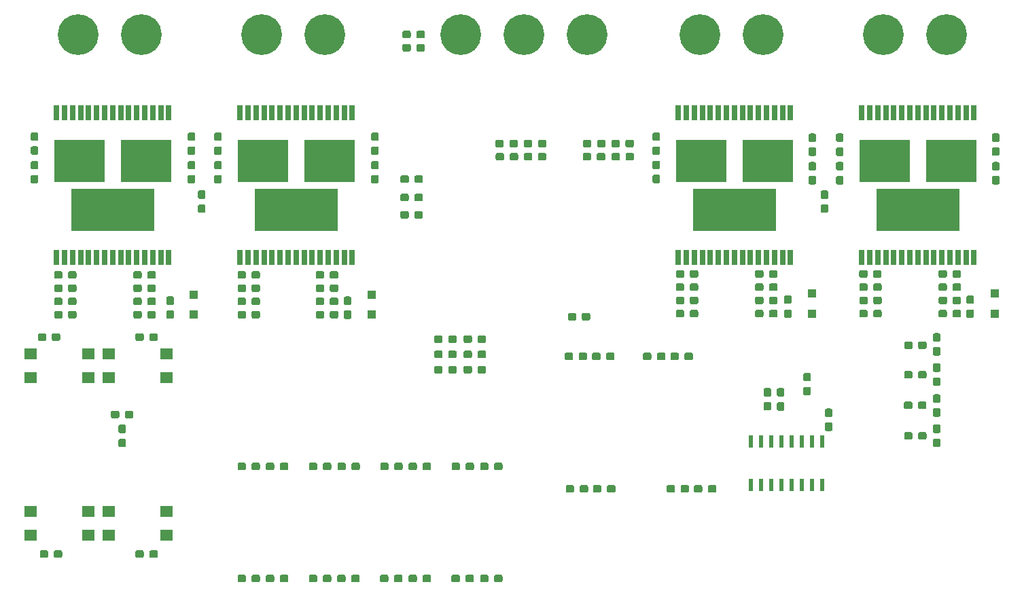
<source format=gbr>
G04 #@! TF.GenerationSoftware,KiCad,Pcbnew,(5.0.2)-1*
G04 #@! TF.CreationDate,2019-03-03T18:11:37-06:00*
G04 #@! TF.ProjectId,ArmMotorController_Hardware,41726d4d-6f74-46f7-9243-6f6e74726f6c,rev?*
G04 #@! TF.SameCoordinates,Original*
G04 #@! TF.FileFunction,Paste,Top*
G04 #@! TF.FilePolarity,Positive*
%FSLAX46Y46*%
G04 Gerber Fmt 4.6, Leading zero omitted, Abs format (unit mm)*
G04 Created by KiCad (PCBNEW (5.0.2)-1) date 3/3/2019 6:11:37 PM*
%MOMM*%
%LPD*%
G01*
G04 APERTURE LIST*
%ADD10C,5.080000*%
%ADD11C,0.100000*%
%ADD12C,0.950000*%
%ADD13R,6.223000X5.257800*%
%ADD14R,10.312400X5.257800*%
%ADD15R,0.635000X1.854200*%
%ADD16R,1.600000X1.400000*%
%ADD17R,0.600000X1.500000*%
%ADD18R,1.000000X1.000000*%
G04 APERTURE END LIST*
D10*
G04 #@! TO.C,Conn1*
X94615000Y-62865000D03*
X102489000Y-62865000D03*
X110363000Y-62865000D03*
G04 #@! TD*
G04 #@! TO.C,Conn16*
X54864000Y-62865000D03*
X46990000Y-62865000D03*
G04 #@! TD*
G04 #@! TO.C,Conn17*
X77724000Y-62865000D03*
X69850000Y-62865000D03*
G04 #@! TD*
G04 #@! TO.C,Conn18*
X132334000Y-62865000D03*
X124460000Y-62865000D03*
G04 #@! TD*
G04 #@! TO.C,Conn19*
X147320000Y-62865000D03*
X155194000Y-62865000D03*
G04 #@! TD*
D11*
G04 #@! TO.C,R47*
G36*
X44760779Y-127161144D02*
X44783834Y-127164563D01*
X44806443Y-127170227D01*
X44828387Y-127178079D01*
X44849457Y-127188044D01*
X44869448Y-127200026D01*
X44888168Y-127213910D01*
X44905438Y-127229562D01*
X44921090Y-127246832D01*
X44934974Y-127265552D01*
X44946956Y-127285543D01*
X44956921Y-127306613D01*
X44964773Y-127328557D01*
X44970437Y-127351166D01*
X44973856Y-127374221D01*
X44975000Y-127397500D01*
X44975000Y-127872500D01*
X44973856Y-127895779D01*
X44970437Y-127918834D01*
X44964773Y-127941443D01*
X44956921Y-127963387D01*
X44946956Y-127984457D01*
X44934974Y-128004448D01*
X44921090Y-128023168D01*
X44905438Y-128040438D01*
X44888168Y-128056090D01*
X44869448Y-128069974D01*
X44849457Y-128081956D01*
X44828387Y-128091921D01*
X44806443Y-128099773D01*
X44783834Y-128105437D01*
X44760779Y-128108856D01*
X44737500Y-128110000D01*
X44162500Y-128110000D01*
X44139221Y-128108856D01*
X44116166Y-128105437D01*
X44093557Y-128099773D01*
X44071613Y-128091921D01*
X44050543Y-128081956D01*
X44030552Y-128069974D01*
X44011832Y-128056090D01*
X43994562Y-128040438D01*
X43978910Y-128023168D01*
X43965026Y-128004448D01*
X43953044Y-127984457D01*
X43943079Y-127963387D01*
X43935227Y-127941443D01*
X43929563Y-127918834D01*
X43926144Y-127895779D01*
X43925000Y-127872500D01*
X43925000Y-127397500D01*
X43926144Y-127374221D01*
X43929563Y-127351166D01*
X43935227Y-127328557D01*
X43943079Y-127306613D01*
X43953044Y-127285543D01*
X43965026Y-127265552D01*
X43978910Y-127246832D01*
X43994562Y-127229562D01*
X44011832Y-127213910D01*
X44030552Y-127200026D01*
X44050543Y-127188044D01*
X44071613Y-127178079D01*
X44093557Y-127170227D01*
X44116166Y-127164563D01*
X44139221Y-127161144D01*
X44162500Y-127160000D01*
X44737500Y-127160000D01*
X44760779Y-127161144D01*
X44760779Y-127161144D01*
G37*
D12*
X44450000Y-127635000D03*
D11*
G36*
X43010779Y-127161144D02*
X43033834Y-127164563D01*
X43056443Y-127170227D01*
X43078387Y-127178079D01*
X43099457Y-127188044D01*
X43119448Y-127200026D01*
X43138168Y-127213910D01*
X43155438Y-127229562D01*
X43171090Y-127246832D01*
X43184974Y-127265552D01*
X43196956Y-127285543D01*
X43206921Y-127306613D01*
X43214773Y-127328557D01*
X43220437Y-127351166D01*
X43223856Y-127374221D01*
X43225000Y-127397500D01*
X43225000Y-127872500D01*
X43223856Y-127895779D01*
X43220437Y-127918834D01*
X43214773Y-127941443D01*
X43206921Y-127963387D01*
X43196956Y-127984457D01*
X43184974Y-128004448D01*
X43171090Y-128023168D01*
X43155438Y-128040438D01*
X43138168Y-128056090D01*
X43119448Y-128069974D01*
X43099457Y-128081956D01*
X43078387Y-128091921D01*
X43056443Y-128099773D01*
X43033834Y-128105437D01*
X43010779Y-128108856D01*
X42987500Y-128110000D01*
X42412500Y-128110000D01*
X42389221Y-128108856D01*
X42366166Y-128105437D01*
X42343557Y-128099773D01*
X42321613Y-128091921D01*
X42300543Y-128081956D01*
X42280552Y-128069974D01*
X42261832Y-128056090D01*
X42244562Y-128040438D01*
X42228910Y-128023168D01*
X42215026Y-128004448D01*
X42203044Y-127984457D01*
X42193079Y-127963387D01*
X42185227Y-127941443D01*
X42179563Y-127918834D01*
X42176144Y-127895779D01*
X42175000Y-127872500D01*
X42175000Y-127397500D01*
X42176144Y-127374221D01*
X42179563Y-127351166D01*
X42185227Y-127328557D01*
X42193079Y-127306613D01*
X42203044Y-127285543D01*
X42215026Y-127265552D01*
X42228910Y-127246832D01*
X42244562Y-127229562D01*
X42261832Y-127213910D01*
X42280552Y-127200026D01*
X42300543Y-127188044D01*
X42321613Y-127178079D01*
X42343557Y-127170227D01*
X42366166Y-127164563D01*
X42389221Y-127161144D01*
X42412500Y-127160000D01*
X42987500Y-127160000D01*
X43010779Y-127161144D01*
X43010779Y-127161144D01*
G37*
D12*
X42700000Y-127635000D03*
G04 #@! TD*
D13*
G04 #@! TO.C,U5*
X55425599Y-78600300D03*
D14*
X51259999Y-84696300D03*
D13*
X47094399Y-78600300D03*
D15*
X44259998Y-72644000D03*
X45259998Y-72644000D03*
X46259999Y-72644000D03*
X47259999Y-72644000D03*
X48260000Y-72644000D03*
X49259998Y-72644000D03*
X50259998Y-72644000D03*
X51259999Y-72644000D03*
X52260000Y-72644000D03*
X53260000Y-72644000D03*
X54259998Y-72644000D03*
X55259999Y-72644000D03*
X56259999Y-72644000D03*
X57260000Y-72644000D03*
X58259998Y-72644000D03*
X58260000Y-90652600D03*
X57260000Y-90652600D03*
X56259999Y-90652600D03*
X55259999Y-90652600D03*
X54259998Y-90652600D03*
X53260000Y-90652600D03*
X52260000Y-90652600D03*
X51259999Y-90652600D03*
X50259998Y-90652600D03*
X49259998Y-90652600D03*
X48260000Y-90652600D03*
X47259999Y-90652600D03*
X46259999Y-90652600D03*
X45259998Y-90652600D03*
X44260000Y-90652600D03*
G04 #@! TD*
D13*
G04 #@! TO.C,U7*
X132895599Y-78600300D03*
D14*
X128729999Y-84696300D03*
D13*
X124564399Y-78600300D03*
D15*
X121729998Y-72644000D03*
X122729998Y-72644000D03*
X123729999Y-72644000D03*
X124729999Y-72644000D03*
X125730000Y-72644000D03*
X126729998Y-72644000D03*
X127729998Y-72644000D03*
X128729999Y-72644000D03*
X129730000Y-72644000D03*
X130730000Y-72644000D03*
X131729998Y-72644000D03*
X132729999Y-72644000D03*
X133729999Y-72644000D03*
X134730000Y-72644000D03*
X135729998Y-72644000D03*
X135730000Y-90652600D03*
X134730000Y-90652600D03*
X133729999Y-90652600D03*
X132729999Y-90652600D03*
X131729998Y-90652600D03*
X130730000Y-90652600D03*
X129730000Y-90652600D03*
X128729999Y-90652600D03*
X127729998Y-90652600D03*
X126729998Y-90652600D03*
X125730000Y-90652600D03*
X124729999Y-90652600D03*
X123729999Y-90652600D03*
X122729998Y-90652600D03*
X121730000Y-90652600D03*
G04 #@! TD*
D11*
G04 #@! TO.C,R10*
G36*
X90706779Y-130209144D02*
X90729834Y-130212563D01*
X90752443Y-130218227D01*
X90774387Y-130226079D01*
X90795457Y-130236044D01*
X90815448Y-130248026D01*
X90834168Y-130261910D01*
X90851438Y-130277562D01*
X90867090Y-130294832D01*
X90880974Y-130313552D01*
X90892956Y-130333543D01*
X90902921Y-130354613D01*
X90910773Y-130376557D01*
X90916437Y-130399166D01*
X90919856Y-130422221D01*
X90921000Y-130445500D01*
X90921000Y-130920500D01*
X90919856Y-130943779D01*
X90916437Y-130966834D01*
X90910773Y-130989443D01*
X90902921Y-131011387D01*
X90892956Y-131032457D01*
X90880974Y-131052448D01*
X90867090Y-131071168D01*
X90851438Y-131088438D01*
X90834168Y-131104090D01*
X90815448Y-131117974D01*
X90795457Y-131129956D01*
X90774387Y-131139921D01*
X90752443Y-131147773D01*
X90729834Y-131153437D01*
X90706779Y-131156856D01*
X90683500Y-131158000D01*
X90108500Y-131158000D01*
X90085221Y-131156856D01*
X90062166Y-131153437D01*
X90039557Y-131147773D01*
X90017613Y-131139921D01*
X89996543Y-131129956D01*
X89976552Y-131117974D01*
X89957832Y-131104090D01*
X89940562Y-131088438D01*
X89924910Y-131071168D01*
X89911026Y-131052448D01*
X89899044Y-131032457D01*
X89889079Y-131011387D01*
X89881227Y-130989443D01*
X89875563Y-130966834D01*
X89872144Y-130943779D01*
X89871000Y-130920500D01*
X89871000Y-130445500D01*
X89872144Y-130422221D01*
X89875563Y-130399166D01*
X89881227Y-130376557D01*
X89889079Y-130354613D01*
X89899044Y-130333543D01*
X89911026Y-130313552D01*
X89924910Y-130294832D01*
X89940562Y-130277562D01*
X89957832Y-130261910D01*
X89976552Y-130248026D01*
X89996543Y-130236044D01*
X90017613Y-130226079D01*
X90039557Y-130218227D01*
X90062166Y-130212563D01*
X90085221Y-130209144D01*
X90108500Y-130208000D01*
X90683500Y-130208000D01*
X90706779Y-130209144D01*
X90706779Y-130209144D01*
G37*
D12*
X90396000Y-130683000D03*
D11*
G36*
X88956779Y-130209144D02*
X88979834Y-130212563D01*
X89002443Y-130218227D01*
X89024387Y-130226079D01*
X89045457Y-130236044D01*
X89065448Y-130248026D01*
X89084168Y-130261910D01*
X89101438Y-130277562D01*
X89117090Y-130294832D01*
X89130974Y-130313552D01*
X89142956Y-130333543D01*
X89152921Y-130354613D01*
X89160773Y-130376557D01*
X89166437Y-130399166D01*
X89169856Y-130422221D01*
X89171000Y-130445500D01*
X89171000Y-130920500D01*
X89169856Y-130943779D01*
X89166437Y-130966834D01*
X89160773Y-130989443D01*
X89152921Y-131011387D01*
X89142956Y-131032457D01*
X89130974Y-131052448D01*
X89117090Y-131071168D01*
X89101438Y-131088438D01*
X89084168Y-131104090D01*
X89065448Y-131117974D01*
X89045457Y-131129956D01*
X89024387Y-131139921D01*
X89002443Y-131147773D01*
X88979834Y-131153437D01*
X88956779Y-131156856D01*
X88933500Y-131158000D01*
X88358500Y-131158000D01*
X88335221Y-131156856D01*
X88312166Y-131153437D01*
X88289557Y-131147773D01*
X88267613Y-131139921D01*
X88246543Y-131129956D01*
X88226552Y-131117974D01*
X88207832Y-131104090D01*
X88190562Y-131088438D01*
X88174910Y-131071168D01*
X88161026Y-131052448D01*
X88149044Y-131032457D01*
X88139079Y-131011387D01*
X88131227Y-130989443D01*
X88125563Y-130966834D01*
X88122144Y-130943779D01*
X88121000Y-130920500D01*
X88121000Y-130445500D01*
X88122144Y-130422221D01*
X88125563Y-130399166D01*
X88131227Y-130376557D01*
X88139079Y-130354613D01*
X88149044Y-130333543D01*
X88161026Y-130313552D01*
X88174910Y-130294832D01*
X88190562Y-130277562D01*
X88207832Y-130261910D01*
X88226552Y-130248026D01*
X88246543Y-130236044D01*
X88267613Y-130226079D01*
X88289557Y-130218227D01*
X88312166Y-130212563D01*
X88335221Y-130209144D01*
X88358500Y-130208000D01*
X88933500Y-130208000D01*
X88956779Y-130209144D01*
X88956779Y-130209144D01*
G37*
D12*
X88646000Y-130683000D03*
G04 #@! TD*
D11*
G04 #@! TO.C,R16*
G36*
X154184779Y-109458144D02*
X154207834Y-109461563D01*
X154230443Y-109467227D01*
X154252387Y-109475079D01*
X154273457Y-109485044D01*
X154293448Y-109497026D01*
X154312168Y-109510910D01*
X154329438Y-109526562D01*
X154345090Y-109543832D01*
X154358974Y-109562552D01*
X154370956Y-109582543D01*
X154380921Y-109603613D01*
X154388773Y-109625557D01*
X154394437Y-109648166D01*
X154397856Y-109671221D01*
X154399000Y-109694500D01*
X154399000Y-110269500D01*
X154397856Y-110292779D01*
X154394437Y-110315834D01*
X154388773Y-110338443D01*
X154380921Y-110360387D01*
X154370956Y-110381457D01*
X154358974Y-110401448D01*
X154345090Y-110420168D01*
X154329438Y-110437438D01*
X154312168Y-110453090D01*
X154293448Y-110466974D01*
X154273457Y-110478956D01*
X154252387Y-110488921D01*
X154230443Y-110496773D01*
X154207834Y-110502437D01*
X154184779Y-110505856D01*
X154161500Y-110507000D01*
X153686500Y-110507000D01*
X153663221Y-110505856D01*
X153640166Y-110502437D01*
X153617557Y-110496773D01*
X153595613Y-110488921D01*
X153574543Y-110478956D01*
X153554552Y-110466974D01*
X153535832Y-110453090D01*
X153518562Y-110437438D01*
X153502910Y-110420168D01*
X153489026Y-110401448D01*
X153477044Y-110381457D01*
X153467079Y-110360387D01*
X153459227Y-110338443D01*
X153453563Y-110315834D01*
X153450144Y-110292779D01*
X153449000Y-110269500D01*
X153449000Y-109694500D01*
X153450144Y-109671221D01*
X153453563Y-109648166D01*
X153459227Y-109625557D01*
X153467079Y-109603613D01*
X153477044Y-109582543D01*
X153489026Y-109562552D01*
X153502910Y-109543832D01*
X153518562Y-109526562D01*
X153535832Y-109510910D01*
X153554552Y-109497026D01*
X153574543Y-109485044D01*
X153595613Y-109475079D01*
X153617557Y-109467227D01*
X153640166Y-109461563D01*
X153663221Y-109458144D01*
X153686500Y-109457000D01*
X154161500Y-109457000D01*
X154184779Y-109458144D01*
X154184779Y-109458144D01*
G37*
D12*
X153924000Y-109982000D03*
D11*
G36*
X154184779Y-107708144D02*
X154207834Y-107711563D01*
X154230443Y-107717227D01*
X154252387Y-107725079D01*
X154273457Y-107735044D01*
X154293448Y-107747026D01*
X154312168Y-107760910D01*
X154329438Y-107776562D01*
X154345090Y-107793832D01*
X154358974Y-107812552D01*
X154370956Y-107832543D01*
X154380921Y-107853613D01*
X154388773Y-107875557D01*
X154394437Y-107898166D01*
X154397856Y-107921221D01*
X154399000Y-107944500D01*
X154399000Y-108519500D01*
X154397856Y-108542779D01*
X154394437Y-108565834D01*
X154388773Y-108588443D01*
X154380921Y-108610387D01*
X154370956Y-108631457D01*
X154358974Y-108651448D01*
X154345090Y-108670168D01*
X154329438Y-108687438D01*
X154312168Y-108703090D01*
X154293448Y-108716974D01*
X154273457Y-108728956D01*
X154252387Y-108738921D01*
X154230443Y-108746773D01*
X154207834Y-108752437D01*
X154184779Y-108755856D01*
X154161500Y-108757000D01*
X153686500Y-108757000D01*
X153663221Y-108755856D01*
X153640166Y-108752437D01*
X153617557Y-108746773D01*
X153595613Y-108738921D01*
X153574543Y-108728956D01*
X153554552Y-108716974D01*
X153535832Y-108703090D01*
X153518562Y-108687438D01*
X153502910Y-108670168D01*
X153489026Y-108651448D01*
X153477044Y-108631457D01*
X153467079Y-108610387D01*
X153459227Y-108588443D01*
X153453563Y-108565834D01*
X153450144Y-108542779D01*
X153449000Y-108519500D01*
X153449000Y-107944500D01*
X153450144Y-107921221D01*
X153453563Y-107898166D01*
X153459227Y-107875557D01*
X153467079Y-107853613D01*
X153477044Y-107832543D01*
X153489026Y-107812552D01*
X153502910Y-107793832D01*
X153518562Y-107776562D01*
X153535832Y-107760910D01*
X153554552Y-107747026D01*
X153574543Y-107735044D01*
X153595613Y-107725079D01*
X153617557Y-107717227D01*
X153640166Y-107711563D01*
X153663221Y-107708144D01*
X153686500Y-107707000D01*
X154161500Y-107707000D01*
X154184779Y-107708144D01*
X154184779Y-107708144D01*
G37*
D12*
X153924000Y-108232000D03*
G04 #@! TD*
D11*
G04 #@! TO.C,R15*
G36*
X154184779Y-111490144D02*
X154207834Y-111493563D01*
X154230443Y-111499227D01*
X154252387Y-111507079D01*
X154273457Y-111517044D01*
X154293448Y-111529026D01*
X154312168Y-111542910D01*
X154329438Y-111558562D01*
X154345090Y-111575832D01*
X154358974Y-111594552D01*
X154370956Y-111614543D01*
X154380921Y-111635613D01*
X154388773Y-111657557D01*
X154394437Y-111680166D01*
X154397856Y-111703221D01*
X154399000Y-111726500D01*
X154399000Y-112301500D01*
X154397856Y-112324779D01*
X154394437Y-112347834D01*
X154388773Y-112370443D01*
X154380921Y-112392387D01*
X154370956Y-112413457D01*
X154358974Y-112433448D01*
X154345090Y-112452168D01*
X154329438Y-112469438D01*
X154312168Y-112485090D01*
X154293448Y-112498974D01*
X154273457Y-112510956D01*
X154252387Y-112520921D01*
X154230443Y-112528773D01*
X154207834Y-112534437D01*
X154184779Y-112537856D01*
X154161500Y-112539000D01*
X153686500Y-112539000D01*
X153663221Y-112537856D01*
X153640166Y-112534437D01*
X153617557Y-112528773D01*
X153595613Y-112520921D01*
X153574543Y-112510956D01*
X153554552Y-112498974D01*
X153535832Y-112485090D01*
X153518562Y-112469438D01*
X153502910Y-112452168D01*
X153489026Y-112433448D01*
X153477044Y-112413457D01*
X153467079Y-112392387D01*
X153459227Y-112370443D01*
X153453563Y-112347834D01*
X153450144Y-112324779D01*
X153449000Y-112301500D01*
X153449000Y-111726500D01*
X153450144Y-111703221D01*
X153453563Y-111680166D01*
X153459227Y-111657557D01*
X153467079Y-111635613D01*
X153477044Y-111614543D01*
X153489026Y-111594552D01*
X153502910Y-111575832D01*
X153518562Y-111558562D01*
X153535832Y-111542910D01*
X153554552Y-111529026D01*
X153574543Y-111517044D01*
X153595613Y-111507079D01*
X153617557Y-111499227D01*
X153640166Y-111493563D01*
X153663221Y-111490144D01*
X153686500Y-111489000D01*
X154161500Y-111489000D01*
X154184779Y-111490144D01*
X154184779Y-111490144D01*
G37*
D12*
X153924000Y-112014000D03*
D11*
G36*
X154184779Y-113240144D02*
X154207834Y-113243563D01*
X154230443Y-113249227D01*
X154252387Y-113257079D01*
X154273457Y-113267044D01*
X154293448Y-113279026D01*
X154312168Y-113292910D01*
X154329438Y-113308562D01*
X154345090Y-113325832D01*
X154358974Y-113344552D01*
X154370956Y-113364543D01*
X154380921Y-113385613D01*
X154388773Y-113407557D01*
X154394437Y-113430166D01*
X154397856Y-113453221D01*
X154399000Y-113476500D01*
X154399000Y-114051500D01*
X154397856Y-114074779D01*
X154394437Y-114097834D01*
X154388773Y-114120443D01*
X154380921Y-114142387D01*
X154370956Y-114163457D01*
X154358974Y-114183448D01*
X154345090Y-114202168D01*
X154329438Y-114219438D01*
X154312168Y-114235090D01*
X154293448Y-114248974D01*
X154273457Y-114260956D01*
X154252387Y-114270921D01*
X154230443Y-114278773D01*
X154207834Y-114284437D01*
X154184779Y-114287856D01*
X154161500Y-114289000D01*
X153686500Y-114289000D01*
X153663221Y-114287856D01*
X153640166Y-114284437D01*
X153617557Y-114278773D01*
X153595613Y-114270921D01*
X153574543Y-114260956D01*
X153554552Y-114248974D01*
X153535832Y-114235090D01*
X153518562Y-114219438D01*
X153502910Y-114202168D01*
X153489026Y-114183448D01*
X153477044Y-114163457D01*
X153467079Y-114142387D01*
X153459227Y-114120443D01*
X153453563Y-114097834D01*
X153450144Y-114074779D01*
X153449000Y-114051500D01*
X153449000Y-113476500D01*
X153450144Y-113453221D01*
X153453563Y-113430166D01*
X153459227Y-113407557D01*
X153467079Y-113385613D01*
X153477044Y-113364543D01*
X153489026Y-113344552D01*
X153502910Y-113325832D01*
X153518562Y-113308562D01*
X153535832Y-113292910D01*
X153554552Y-113279026D01*
X153574543Y-113267044D01*
X153595613Y-113257079D01*
X153617557Y-113249227D01*
X153640166Y-113243563D01*
X153663221Y-113240144D01*
X153686500Y-113239000D01*
X154161500Y-113239000D01*
X154184779Y-113240144D01*
X154184779Y-113240144D01*
G37*
D12*
X153924000Y-113764000D03*
G04 #@! TD*
D11*
G04 #@! TO.C,R14*
G36*
X132136779Y-97189144D02*
X132159834Y-97192563D01*
X132182443Y-97198227D01*
X132204387Y-97206079D01*
X132225457Y-97216044D01*
X132245448Y-97228026D01*
X132264168Y-97241910D01*
X132281438Y-97257562D01*
X132297090Y-97274832D01*
X132310974Y-97293552D01*
X132322956Y-97313543D01*
X132332921Y-97334613D01*
X132340773Y-97356557D01*
X132346437Y-97379166D01*
X132349856Y-97402221D01*
X132351000Y-97425500D01*
X132351000Y-97900500D01*
X132349856Y-97923779D01*
X132346437Y-97946834D01*
X132340773Y-97969443D01*
X132332921Y-97991387D01*
X132322956Y-98012457D01*
X132310974Y-98032448D01*
X132297090Y-98051168D01*
X132281438Y-98068438D01*
X132264168Y-98084090D01*
X132245448Y-98097974D01*
X132225457Y-98109956D01*
X132204387Y-98119921D01*
X132182443Y-98127773D01*
X132159834Y-98133437D01*
X132136779Y-98136856D01*
X132113500Y-98138000D01*
X131538500Y-98138000D01*
X131515221Y-98136856D01*
X131492166Y-98133437D01*
X131469557Y-98127773D01*
X131447613Y-98119921D01*
X131426543Y-98109956D01*
X131406552Y-98097974D01*
X131387832Y-98084090D01*
X131370562Y-98068438D01*
X131354910Y-98051168D01*
X131341026Y-98032448D01*
X131329044Y-98012457D01*
X131319079Y-97991387D01*
X131311227Y-97969443D01*
X131305563Y-97946834D01*
X131302144Y-97923779D01*
X131301000Y-97900500D01*
X131301000Y-97425500D01*
X131302144Y-97402221D01*
X131305563Y-97379166D01*
X131311227Y-97356557D01*
X131319079Y-97334613D01*
X131329044Y-97313543D01*
X131341026Y-97293552D01*
X131354910Y-97274832D01*
X131370562Y-97257562D01*
X131387832Y-97241910D01*
X131406552Y-97228026D01*
X131426543Y-97216044D01*
X131447613Y-97206079D01*
X131469557Y-97198227D01*
X131492166Y-97192563D01*
X131515221Y-97189144D01*
X131538500Y-97188000D01*
X132113500Y-97188000D01*
X132136779Y-97189144D01*
X132136779Y-97189144D01*
G37*
D12*
X131826000Y-97663000D03*
D11*
G36*
X133886779Y-97189144D02*
X133909834Y-97192563D01*
X133932443Y-97198227D01*
X133954387Y-97206079D01*
X133975457Y-97216044D01*
X133995448Y-97228026D01*
X134014168Y-97241910D01*
X134031438Y-97257562D01*
X134047090Y-97274832D01*
X134060974Y-97293552D01*
X134072956Y-97313543D01*
X134082921Y-97334613D01*
X134090773Y-97356557D01*
X134096437Y-97379166D01*
X134099856Y-97402221D01*
X134101000Y-97425500D01*
X134101000Y-97900500D01*
X134099856Y-97923779D01*
X134096437Y-97946834D01*
X134090773Y-97969443D01*
X134082921Y-97991387D01*
X134072956Y-98012457D01*
X134060974Y-98032448D01*
X134047090Y-98051168D01*
X134031438Y-98068438D01*
X134014168Y-98084090D01*
X133995448Y-98097974D01*
X133975457Y-98109956D01*
X133954387Y-98119921D01*
X133932443Y-98127773D01*
X133909834Y-98133437D01*
X133886779Y-98136856D01*
X133863500Y-98138000D01*
X133288500Y-98138000D01*
X133265221Y-98136856D01*
X133242166Y-98133437D01*
X133219557Y-98127773D01*
X133197613Y-98119921D01*
X133176543Y-98109956D01*
X133156552Y-98097974D01*
X133137832Y-98084090D01*
X133120562Y-98068438D01*
X133104910Y-98051168D01*
X133091026Y-98032448D01*
X133079044Y-98012457D01*
X133069079Y-97991387D01*
X133061227Y-97969443D01*
X133055563Y-97946834D01*
X133052144Y-97923779D01*
X133051000Y-97900500D01*
X133051000Y-97425500D01*
X133052144Y-97402221D01*
X133055563Y-97379166D01*
X133061227Y-97356557D01*
X133069079Y-97334613D01*
X133079044Y-97313543D01*
X133091026Y-97293552D01*
X133104910Y-97274832D01*
X133120562Y-97257562D01*
X133137832Y-97241910D01*
X133156552Y-97228026D01*
X133176543Y-97216044D01*
X133197613Y-97206079D01*
X133219557Y-97198227D01*
X133242166Y-97192563D01*
X133265221Y-97189144D01*
X133288500Y-97188000D01*
X133863500Y-97188000D01*
X133886779Y-97189144D01*
X133886779Y-97189144D01*
G37*
D12*
X133576000Y-97663000D03*
G04 #@! TD*
D11*
G04 #@! TO.C,R13*
G36*
X67648779Y-92363144D02*
X67671834Y-92366563D01*
X67694443Y-92372227D01*
X67716387Y-92380079D01*
X67737457Y-92390044D01*
X67757448Y-92402026D01*
X67776168Y-92415910D01*
X67793438Y-92431562D01*
X67809090Y-92448832D01*
X67822974Y-92467552D01*
X67834956Y-92487543D01*
X67844921Y-92508613D01*
X67852773Y-92530557D01*
X67858437Y-92553166D01*
X67861856Y-92576221D01*
X67863000Y-92599500D01*
X67863000Y-93074500D01*
X67861856Y-93097779D01*
X67858437Y-93120834D01*
X67852773Y-93143443D01*
X67844921Y-93165387D01*
X67834956Y-93186457D01*
X67822974Y-93206448D01*
X67809090Y-93225168D01*
X67793438Y-93242438D01*
X67776168Y-93258090D01*
X67757448Y-93271974D01*
X67737457Y-93283956D01*
X67716387Y-93293921D01*
X67694443Y-93301773D01*
X67671834Y-93307437D01*
X67648779Y-93310856D01*
X67625500Y-93312000D01*
X67050500Y-93312000D01*
X67027221Y-93310856D01*
X67004166Y-93307437D01*
X66981557Y-93301773D01*
X66959613Y-93293921D01*
X66938543Y-93283956D01*
X66918552Y-93271974D01*
X66899832Y-93258090D01*
X66882562Y-93242438D01*
X66866910Y-93225168D01*
X66853026Y-93206448D01*
X66841044Y-93186457D01*
X66831079Y-93165387D01*
X66823227Y-93143443D01*
X66817563Y-93120834D01*
X66814144Y-93097779D01*
X66813000Y-93074500D01*
X66813000Y-92599500D01*
X66814144Y-92576221D01*
X66817563Y-92553166D01*
X66823227Y-92530557D01*
X66831079Y-92508613D01*
X66841044Y-92487543D01*
X66853026Y-92467552D01*
X66866910Y-92448832D01*
X66882562Y-92431562D01*
X66899832Y-92415910D01*
X66918552Y-92402026D01*
X66938543Y-92390044D01*
X66959613Y-92380079D01*
X66981557Y-92372227D01*
X67004166Y-92366563D01*
X67027221Y-92363144D01*
X67050500Y-92362000D01*
X67625500Y-92362000D01*
X67648779Y-92363144D01*
X67648779Y-92363144D01*
G37*
D12*
X67338000Y-92837000D03*
D11*
G36*
X69398779Y-92363144D02*
X69421834Y-92366563D01*
X69444443Y-92372227D01*
X69466387Y-92380079D01*
X69487457Y-92390044D01*
X69507448Y-92402026D01*
X69526168Y-92415910D01*
X69543438Y-92431562D01*
X69559090Y-92448832D01*
X69572974Y-92467552D01*
X69584956Y-92487543D01*
X69594921Y-92508613D01*
X69602773Y-92530557D01*
X69608437Y-92553166D01*
X69611856Y-92576221D01*
X69613000Y-92599500D01*
X69613000Y-93074500D01*
X69611856Y-93097779D01*
X69608437Y-93120834D01*
X69602773Y-93143443D01*
X69594921Y-93165387D01*
X69584956Y-93186457D01*
X69572974Y-93206448D01*
X69559090Y-93225168D01*
X69543438Y-93242438D01*
X69526168Y-93258090D01*
X69507448Y-93271974D01*
X69487457Y-93283956D01*
X69466387Y-93293921D01*
X69444443Y-93301773D01*
X69421834Y-93307437D01*
X69398779Y-93310856D01*
X69375500Y-93312000D01*
X68800500Y-93312000D01*
X68777221Y-93310856D01*
X68754166Y-93307437D01*
X68731557Y-93301773D01*
X68709613Y-93293921D01*
X68688543Y-93283956D01*
X68668552Y-93271974D01*
X68649832Y-93258090D01*
X68632562Y-93242438D01*
X68616910Y-93225168D01*
X68603026Y-93206448D01*
X68591044Y-93186457D01*
X68581079Y-93165387D01*
X68573227Y-93143443D01*
X68567563Y-93120834D01*
X68564144Y-93097779D01*
X68563000Y-93074500D01*
X68563000Y-92599500D01*
X68564144Y-92576221D01*
X68567563Y-92553166D01*
X68573227Y-92530557D01*
X68581079Y-92508613D01*
X68591044Y-92487543D01*
X68603026Y-92467552D01*
X68616910Y-92448832D01*
X68632562Y-92431562D01*
X68649832Y-92415910D01*
X68668552Y-92402026D01*
X68688543Y-92390044D01*
X68709613Y-92380079D01*
X68731557Y-92372227D01*
X68754166Y-92366563D01*
X68777221Y-92363144D01*
X68800500Y-92362000D01*
X69375500Y-92362000D01*
X69398779Y-92363144D01*
X69398779Y-92363144D01*
G37*
D12*
X69088000Y-92837000D03*
G04 #@! TD*
D11*
G04 #@! TO.C,R18*
G36*
X118166779Y-102523144D02*
X118189834Y-102526563D01*
X118212443Y-102532227D01*
X118234387Y-102540079D01*
X118255457Y-102550044D01*
X118275448Y-102562026D01*
X118294168Y-102575910D01*
X118311438Y-102591562D01*
X118327090Y-102608832D01*
X118340974Y-102627552D01*
X118352956Y-102647543D01*
X118362921Y-102668613D01*
X118370773Y-102690557D01*
X118376437Y-102713166D01*
X118379856Y-102736221D01*
X118381000Y-102759500D01*
X118381000Y-103234500D01*
X118379856Y-103257779D01*
X118376437Y-103280834D01*
X118370773Y-103303443D01*
X118362921Y-103325387D01*
X118352956Y-103346457D01*
X118340974Y-103366448D01*
X118327090Y-103385168D01*
X118311438Y-103402438D01*
X118294168Y-103418090D01*
X118275448Y-103431974D01*
X118255457Y-103443956D01*
X118234387Y-103453921D01*
X118212443Y-103461773D01*
X118189834Y-103467437D01*
X118166779Y-103470856D01*
X118143500Y-103472000D01*
X117568500Y-103472000D01*
X117545221Y-103470856D01*
X117522166Y-103467437D01*
X117499557Y-103461773D01*
X117477613Y-103453921D01*
X117456543Y-103443956D01*
X117436552Y-103431974D01*
X117417832Y-103418090D01*
X117400562Y-103402438D01*
X117384910Y-103385168D01*
X117371026Y-103366448D01*
X117359044Y-103346457D01*
X117349079Y-103325387D01*
X117341227Y-103303443D01*
X117335563Y-103280834D01*
X117332144Y-103257779D01*
X117331000Y-103234500D01*
X117331000Y-102759500D01*
X117332144Y-102736221D01*
X117335563Y-102713166D01*
X117341227Y-102690557D01*
X117349079Y-102668613D01*
X117359044Y-102647543D01*
X117371026Y-102627552D01*
X117384910Y-102608832D01*
X117400562Y-102591562D01*
X117417832Y-102575910D01*
X117436552Y-102562026D01*
X117456543Y-102550044D01*
X117477613Y-102540079D01*
X117499557Y-102532227D01*
X117522166Y-102526563D01*
X117545221Y-102523144D01*
X117568500Y-102522000D01*
X118143500Y-102522000D01*
X118166779Y-102523144D01*
X118166779Y-102523144D01*
G37*
D12*
X117856000Y-102997000D03*
D11*
G36*
X119916779Y-102523144D02*
X119939834Y-102526563D01*
X119962443Y-102532227D01*
X119984387Y-102540079D01*
X120005457Y-102550044D01*
X120025448Y-102562026D01*
X120044168Y-102575910D01*
X120061438Y-102591562D01*
X120077090Y-102608832D01*
X120090974Y-102627552D01*
X120102956Y-102647543D01*
X120112921Y-102668613D01*
X120120773Y-102690557D01*
X120126437Y-102713166D01*
X120129856Y-102736221D01*
X120131000Y-102759500D01*
X120131000Y-103234500D01*
X120129856Y-103257779D01*
X120126437Y-103280834D01*
X120120773Y-103303443D01*
X120112921Y-103325387D01*
X120102956Y-103346457D01*
X120090974Y-103366448D01*
X120077090Y-103385168D01*
X120061438Y-103402438D01*
X120044168Y-103418090D01*
X120025448Y-103431974D01*
X120005457Y-103443956D01*
X119984387Y-103453921D01*
X119962443Y-103461773D01*
X119939834Y-103467437D01*
X119916779Y-103470856D01*
X119893500Y-103472000D01*
X119318500Y-103472000D01*
X119295221Y-103470856D01*
X119272166Y-103467437D01*
X119249557Y-103461773D01*
X119227613Y-103453921D01*
X119206543Y-103443956D01*
X119186552Y-103431974D01*
X119167832Y-103418090D01*
X119150562Y-103402438D01*
X119134910Y-103385168D01*
X119121026Y-103366448D01*
X119109044Y-103346457D01*
X119099079Y-103325387D01*
X119091227Y-103303443D01*
X119085563Y-103280834D01*
X119082144Y-103257779D01*
X119081000Y-103234500D01*
X119081000Y-102759500D01*
X119082144Y-102736221D01*
X119085563Y-102713166D01*
X119091227Y-102690557D01*
X119099079Y-102668613D01*
X119109044Y-102647543D01*
X119121026Y-102627552D01*
X119134910Y-102608832D01*
X119150562Y-102591562D01*
X119167832Y-102575910D01*
X119186552Y-102562026D01*
X119206543Y-102550044D01*
X119227613Y-102540079D01*
X119249557Y-102532227D01*
X119272166Y-102526563D01*
X119295221Y-102523144D01*
X119318500Y-102522000D01*
X119893500Y-102522000D01*
X119916779Y-102523144D01*
X119916779Y-102523144D01*
G37*
D12*
X119606000Y-102997000D03*
G04 #@! TD*
D11*
G04 #@! TO.C,R19*
G36*
X113693779Y-119033144D02*
X113716834Y-119036563D01*
X113739443Y-119042227D01*
X113761387Y-119050079D01*
X113782457Y-119060044D01*
X113802448Y-119072026D01*
X113821168Y-119085910D01*
X113838438Y-119101562D01*
X113854090Y-119118832D01*
X113867974Y-119137552D01*
X113879956Y-119157543D01*
X113889921Y-119178613D01*
X113897773Y-119200557D01*
X113903437Y-119223166D01*
X113906856Y-119246221D01*
X113908000Y-119269500D01*
X113908000Y-119744500D01*
X113906856Y-119767779D01*
X113903437Y-119790834D01*
X113897773Y-119813443D01*
X113889921Y-119835387D01*
X113879956Y-119856457D01*
X113867974Y-119876448D01*
X113854090Y-119895168D01*
X113838438Y-119912438D01*
X113821168Y-119928090D01*
X113802448Y-119941974D01*
X113782457Y-119953956D01*
X113761387Y-119963921D01*
X113739443Y-119971773D01*
X113716834Y-119977437D01*
X113693779Y-119980856D01*
X113670500Y-119982000D01*
X113095500Y-119982000D01*
X113072221Y-119980856D01*
X113049166Y-119977437D01*
X113026557Y-119971773D01*
X113004613Y-119963921D01*
X112983543Y-119953956D01*
X112963552Y-119941974D01*
X112944832Y-119928090D01*
X112927562Y-119912438D01*
X112911910Y-119895168D01*
X112898026Y-119876448D01*
X112886044Y-119856457D01*
X112876079Y-119835387D01*
X112868227Y-119813443D01*
X112862563Y-119790834D01*
X112859144Y-119767779D01*
X112858000Y-119744500D01*
X112858000Y-119269500D01*
X112859144Y-119246221D01*
X112862563Y-119223166D01*
X112868227Y-119200557D01*
X112876079Y-119178613D01*
X112886044Y-119157543D01*
X112898026Y-119137552D01*
X112911910Y-119118832D01*
X112927562Y-119101562D01*
X112944832Y-119085910D01*
X112963552Y-119072026D01*
X112983543Y-119060044D01*
X113004613Y-119050079D01*
X113026557Y-119042227D01*
X113049166Y-119036563D01*
X113072221Y-119033144D01*
X113095500Y-119032000D01*
X113670500Y-119032000D01*
X113693779Y-119033144D01*
X113693779Y-119033144D01*
G37*
D12*
X113383000Y-119507000D03*
D11*
G36*
X111943779Y-119033144D02*
X111966834Y-119036563D01*
X111989443Y-119042227D01*
X112011387Y-119050079D01*
X112032457Y-119060044D01*
X112052448Y-119072026D01*
X112071168Y-119085910D01*
X112088438Y-119101562D01*
X112104090Y-119118832D01*
X112117974Y-119137552D01*
X112129956Y-119157543D01*
X112139921Y-119178613D01*
X112147773Y-119200557D01*
X112153437Y-119223166D01*
X112156856Y-119246221D01*
X112158000Y-119269500D01*
X112158000Y-119744500D01*
X112156856Y-119767779D01*
X112153437Y-119790834D01*
X112147773Y-119813443D01*
X112139921Y-119835387D01*
X112129956Y-119856457D01*
X112117974Y-119876448D01*
X112104090Y-119895168D01*
X112088438Y-119912438D01*
X112071168Y-119928090D01*
X112052448Y-119941974D01*
X112032457Y-119953956D01*
X112011387Y-119963921D01*
X111989443Y-119971773D01*
X111966834Y-119977437D01*
X111943779Y-119980856D01*
X111920500Y-119982000D01*
X111345500Y-119982000D01*
X111322221Y-119980856D01*
X111299166Y-119977437D01*
X111276557Y-119971773D01*
X111254613Y-119963921D01*
X111233543Y-119953956D01*
X111213552Y-119941974D01*
X111194832Y-119928090D01*
X111177562Y-119912438D01*
X111161910Y-119895168D01*
X111148026Y-119876448D01*
X111136044Y-119856457D01*
X111126079Y-119835387D01*
X111118227Y-119813443D01*
X111112563Y-119790834D01*
X111109144Y-119767779D01*
X111108000Y-119744500D01*
X111108000Y-119269500D01*
X111109144Y-119246221D01*
X111112563Y-119223166D01*
X111118227Y-119200557D01*
X111126079Y-119178613D01*
X111136044Y-119157543D01*
X111148026Y-119137552D01*
X111161910Y-119118832D01*
X111177562Y-119101562D01*
X111194832Y-119085910D01*
X111213552Y-119072026D01*
X111233543Y-119060044D01*
X111254613Y-119050079D01*
X111276557Y-119042227D01*
X111299166Y-119036563D01*
X111322221Y-119033144D01*
X111345500Y-119032000D01*
X111920500Y-119032000D01*
X111943779Y-119033144D01*
X111943779Y-119033144D01*
G37*
D12*
X111633000Y-119507000D03*
G04 #@! TD*
D11*
G04 #@! TO.C,R12*
G36*
X54666779Y-95665144D02*
X54689834Y-95668563D01*
X54712443Y-95674227D01*
X54734387Y-95682079D01*
X54755457Y-95692044D01*
X54775448Y-95704026D01*
X54794168Y-95717910D01*
X54811438Y-95733562D01*
X54827090Y-95750832D01*
X54840974Y-95769552D01*
X54852956Y-95789543D01*
X54862921Y-95810613D01*
X54870773Y-95832557D01*
X54876437Y-95855166D01*
X54879856Y-95878221D01*
X54881000Y-95901500D01*
X54881000Y-96376500D01*
X54879856Y-96399779D01*
X54876437Y-96422834D01*
X54870773Y-96445443D01*
X54862921Y-96467387D01*
X54852956Y-96488457D01*
X54840974Y-96508448D01*
X54827090Y-96527168D01*
X54811438Y-96544438D01*
X54794168Y-96560090D01*
X54775448Y-96573974D01*
X54755457Y-96585956D01*
X54734387Y-96595921D01*
X54712443Y-96603773D01*
X54689834Y-96609437D01*
X54666779Y-96612856D01*
X54643500Y-96614000D01*
X54068500Y-96614000D01*
X54045221Y-96612856D01*
X54022166Y-96609437D01*
X53999557Y-96603773D01*
X53977613Y-96595921D01*
X53956543Y-96585956D01*
X53936552Y-96573974D01*
X53917832Y-96560090D01*
X53900562Y-96544438D01*
X53884910Y-96527168D01*
X53871026Y-96508448D01*
X53859044Y-96488457D01*
X53849079Y-96467387D01*
X53841227Y-96445443D01*
X53835563Y-96422834D01*
X53832144Y-96399779D01*
X53831000Y-96376500D01*
X53831000Y-95901500D01*
X53832144Y-95878221D01*
X53835563Y-95855166D01*
X53841227Y-95832557D01*
X53849079Y-95810613D01*
X53859044Y-95789543D01*
X53871026Y-95769552D01*
X53884910Y-95750832D01*
X53900562Y-95733562D01*
X53917832Y-95717910D01*
X53936552Y-95704026D01*
X53956543Y-95692044D01*
X53977613Y-95682079D01*
X53999557Y-95674227D01*
X54022166Y-95668563D01*
X54045221Y-95665144D01*
X54068500Y-95664000D01*
X54643500Y-95664000D01*
X54666779Y-95665144D01*
X54666779Y-95665144D01*
G37*
D12*
X54356000Y-96139000D03*
D11*
G36*
X56416779Y-95665144D02*
X56439834Y-95668563D01*
X56462443Y-95674227D01*
X56484387Y-95682079D01*
X56505457Y-95692044D01*
X56525448Y-95704026D01*
X56544168Y-95717910D01*
X56561438Y-95733562D01*
X56577090Y-95750832D01*
X56590974Y-95769552D01*
X56602956Y-95789543D01*
X56612921Y-95810613D01*
X56620773Y-95832557D01*
X56626437Y-95855166D01*
X56629856Y-95878221D01*
X56631000Y-95901500D01*
X56631000Y-96376500D01*
X56629856Y-96399779D01*
X56626437Y-96422834D01*
X56620773Y-96445443D01*
X56612921Y-96467387D01*
X56602956Y-96488457D01*
X56590974Y-96508448D01*
X56577090Y-96527168D01*
X56561438Y-96544438D01*
X56544168Y-96560090D01*
X56525448Y-96573974D01*
X56505457Y-96585956D01*
X56484387Y-96595921D01*
X56462443Y-96603773D01*
X56439834Y-96609437D01*
X56416779Y-96612856D01*
X56393500Y-96614000D01*
X55818500Y-96614000D01*
X55795221Y-96612856D01*
X55772166Y-96609437D01*
X55749557Y-96603773D01*
X55727613Y-96595921D01*
X55706543Y-96585956D01*
X55686552Y-96573974D01*
X55667832Y-96560090D01*
X55650562Y-96544438D01*
X55634910Y-96527168D01*
X55621026Y-96508448D01*
X55609044Y-96488457D01*
X55599079Y-96467387D01*
X55591227Y-96445443D01*
X55585563Y-96422834D01*
X55582144Y-96399779D01*
X55581000Y-96376500D01*
X55581000Y-95901500D01*
X55582144Y-95878221D01*
X55585563Y-95855166D01*
X55591227Y-95832557D01*
X55599079Y-95810613D01*
X55609044Y-95789543D01*
X55621026Y-95769552D01*
X55634910Y-95750832D01*
X55650562Y-95733562D01*
X55667832Y-95717910D01*
X55686552Y-95704026D01*
X55706543Y-95692044D01*
X55727613Y-95682079D01*
X55749557Y-95674227D01*
X55772166Y-95668563D01*
X55795221Y-95665144D01*
X55818500Y-95664000D01*
X56393500Y-95664000D01*
X56416779Y-95665144D01*
X56416779Y-95665144D01*
G37*
D12*
X56106000Y-96139000D03*
G04 #@! TD*
D11*
G04 #@! TO.C,R20*
G36*
X126266779Y-119033144D02*
X126289834Y-119036563D01*
X126312443Y-119042227D01*
X126334387Y-119050079D01*
X126355457Y-119060044D01*
X126375448Y-119072026D01*
X126394168Y-119085910D01*
X126411438Y-119101562D01*
X126427090Y-119118832D01*
X126440974Y-119137552D01*
X126452956Y-119157543D01*
X126462921Y-119178613D01*
X126470773Y-119200557D01*
X126476437Y-119223166D01*
X126479856Y-119246221D01*
X126481000Y-119269500D01*
X126481000Y-119744500D01*
X126479856Y-119767779D01*
X126476437Y-119790834D01*
X126470773Y-119813443D01*
X126462921Y-119835387D01*
X126452956Y-119856457D01*
X126440974Y-119876448D01*
X126427090Y-119895168D01*
X126411438Y-119912438D01*
X126394168Y-119928090D01*
X126375448Y-119941974D01*
X126355457Y-119953956D01*
X126334387Y-119963921D01*
X126312443Y-119971773D01*
X126289834Y-119977437D01*
X126266779Y-119980856D01*
X126243500Y-119982000D01*
X125668500Y-119982000D01*
X125645221Y-119980856D01*
X125622166Y-119977437D01*
X125599557Y-119971773D01*
X125577613Y-119963921D01*
X125556543Y-119953956D01*
X125536552Y-119941974D01*
X125517832Y-119928090D01*
X125500562Y-119912438D01*
X125484910Y-119895168D01*
X125471026Y-119876448D01*
X125459044Y-119856457D01*
X125449079Y-119835387D01*
X125441227Y-119813443D01*
X125435563Y-119790834D01*
X125432144Y-119767779D01*
X125431000Y-119744500D01*
X125431000Y-119269500D01*
X125432144Y-119246221D01*
X125435563Y-119223166D01*
X125441227Y-119200557D01*
X125449079Y-119178613D01*
X125459044Y-119157543D01*
X125471026Y-119137552D01*
X125484910Y-119118832D01*
X125500562Y-119101562D01*
X125517832Y-119085910D01*
X125536552Y-119072026D01*
X125556543Y-119060044D01*
X125577613Y-119050079D01*
X125599557Y-119042227D01*
X125622166Y-119036563D01*
X125645221Y-119033144D01*
X125668500Y-119032000D01*
X126243500Y-119032000D01*
X126266779Y-119033144D01*
X126266779Y-119033144D01*
G37*
D12*
X125956000Y-119507000D03*
D11*
G36*
X124516779Y-119033144D02*
X124539834Y-119036563D01*
X124562443Y-119042227D01*
X124584387Y-119050079D01*
X124605457Y-119060044D01*
X124625448Y-119072026D01*
X124644168Y-119085910D01*
X124661438Y-119101562D01*
X124677090Y-119118832D01*
X124690974Y-119137552D01*
X124702956Y-119157543D01*
X124712921Y-119178613D01*
X124720773Y-119200557D01*
X124726437Y-119223166D01*
X124729856Y-119246221D01*
X124731000Y-119269500D01*
X124731000Y-119744500D01*
X124729856Y-119767779D01*
X124726437Y-119790834D01*
X124720773Y-119813443D01*
X124712921Y-119835387D01*
X124702956Y-119856457D01*
X124690974Y-119876448D01*
X124677090Y-119895168D01*
X124661438Y-119912438D01*
X124644168Y-119928090D01*
X124625448Y-119941974D01*
X124605457Y-119953956D01*
X124584387Y-119963921D01*
X124562443Y-119971773D01*
X124539834Y-119977437D01*
X124516779Y-119980856D01*
X124493500Y-119982000D01*
X123918500Y-119982000D01*
X123895221Y-119980856D01*
X123872166Y-119977437D01*
X123849557Y-119971773D01*
X123827613Y-119963921D01*
X123806543Y-119953956D01*
X123786552Y-119941974D01*
X123767832Y-119928090D01*
X123750562Y-119912438D01*
X123734910Y-119895168D01*
X123721026Y-119876448D01*
X123709044Y-119856457D01*
X123699079Y-119835387D01*
X123691227Y-119813443D01*
X123685563Y-119790834D01*
X123682144Y-119767779D01*
X123681000Y-119744500D01*
X123681000Y-119269500D01*
X123682144Y-119246221D01*
X123685563Y-119223166D01*
X123691227Y-119200557D01*
X123699079Y-119178613D01*
X123709044Y-119157543D01*
X123721026Y-119137552D01*
X123734910Y-119118832D01*
X123750562Y-119101562D01*
X123767832Y-119085910D01*
X123786552Y-119072026D01*
X123806543Y-119060044D01*
X123827613Y-119050079D01*
X123849557Y-119042227D01*
X123872166Y-119036563D01*
X123895221Y-119033144D01*
X123918500Y-119032000D01*
X124493500Y-119032000D01*
X124516779Y-119033144D01*
X124516779Y-119033144D01*
G37*
D12*
X124206000Y-119507000D03*
G04 #@! TD*
D11*
G04 #@! TO.C,R17*
G36*
X113580779Y-102523144D02*
X113603834Y-102526563D01*
X113626443Y-102532227D01*
X113648387Y-102540079D01*
X113669457Y-102550044D01*
X113689448Y-102562026D01*
X113708168Y-102575910D01*
X113725438Y-102591562D01*
X113741090Y-102608832D01*
X113754974Y-102627552D01*
X113766956Y-102647543D01*
X113776921Y-102668613D01*
X113784773Y-102690557D01*
X113790437Y-102713166D01*
X113793856Y-102736221D01*
X113795000Y-102759500D01*
X113795000Y-103234500D01*
X113793856Y-103257779D01*
X113790437Y-103280834D01*
X113784773Y-103303443D01*
X113776921Y-103325387D01*
X113766956Y-103346457D01*
X113754974Y-103366448D01*
X113741090Y-103385168D01*
X113725438Y-103402438D01*
X113708168Y-103418090D01*
X113689448Y-103431974D01*
X113669457Y-103443956D01*
X113648387Y-103453921D01*
X113626443Y-103461773D01*
X113603834Y-103467437D01*
X113580779Y-103470856D01*
X113557500Y-103472000D01*
X112982500Y-103472000D01*
X112959221Y-103470856D01*
X112936166Y-103467437D01*
X112913557Y-103461773D01*
X112891613Y-103453921D01*
X112870543Y-103443956D01*
X112850552Y-103431974D01*
X112831832Y-103418090D01*
X112814562Y-103402438D01*
X112798910Y-103385168D01*
X112785026Y-103366448D01*
X112773044Y-103346457D01*
X112763079Y-103325387D01*
X112755227Y-103303443D01*
X112749563Y-103280834D01*
X112746144Y-103257779D01*
X112745000Y-103234500D01*
X112745000Y-102759500D01*
X112746144Y-102736221D01*
X112749563Y-102713166D01*
X112755227Y-102690557D01*
X112763079Y-102668613D01*
X112773044Y-102647543D01*
X112785026Y-102627552D01*
X112798910Y-102608832D01*
X112814562Y-102591562D01*
X112831832Y-102575910D01*
X112850552Y-102562026D01*
X112870543Y-102550044D01*
X112891613Y-102540079D01*
X112913557Y-102532227D01*
X112936166Y-102526563D01*
X112959221Y-102523144D01*
X112982500Y-102522000D01*
X113557500Y-102522000D01*
X113580779Y-102523144D01*
X113580779Y-102523144D01*
G37*
D12*
X113270000Y-102997000D03*
D11*
G36*
X111830779Y-102523144D02*
X111853834Y-102526563D01*
X111876443Y-102532227D01*
X111898387Y-102540079D01*
X111919457Y-102550044D01*
X111939448Y-102562026D01*
X111958168Y-102575910D01*
X111975438Y-102591562D01*
X111991090Y-102608832D01*
X112004974Y-102627552D01*
X112016956Y-102647543D01*
X112026921Y-102668613D01*
X112034773Y-102690557D01*
X112040437Y-102713166D01*
X112043856Y-102736221D01*
X112045000Y-102759500D01*
X112045000Y-103234500D01*
X112043856Y-103257779D01*
X112040437Y-103280834D01*
X112034773Y-103303443D01*
X112026921Y-103325387D01*
X112016956Y-103346457D01*
X112004974Y-103366448D01*
X111991090Y-103385168D01*
X111975438Y-103402438D01*
X111958168Y-103418090D01*
X111939448Y-103431974D01*
X111919457Y-103443956D01*
X111898387Y-103453921D01*
X111876443Y-103461773D01*
X111853834Y-103467437D01*
X111830779Y-103470856D01*
X111807500Y-103472000D01*
X111232500Y-103472000D01*
X111209221Y-103470856D01*
X111186166Y-103467437D01*
X111163557Y-103461773D01*
X111141613Y-103453921D01*
X111120543Y-103443956D01*
X111100552Y-103431974D01*
X111081832Y-103418090D01*
X111064562Y-103402438D01*
X111048910Y-103385168D01*
X111035026Y-103366448D01*
X111023044Y-103346457D01*
X111013079Y-103325387D01*
X111005227Y-103303443D01*
X110999563Y-103280834D01*
X110996144Y-103257779D01*
X110995000Y-103234500D01*
X110995000Y-102759500D01*
X110996144Y-102736221D01*
X110999563Y-102713166D01*
X111005227Y-102690557D01*
X111013079Y-102668613D01*
X111023044Y-102647543D01*
X111035026Y-102627552D01*
X111048910Y-102608832D01*
X111064562Y-102591562D01*
X111081832Y-102575910D01*
X111100552Y-102562026D01*
X111120543Y-102550044D01*
X111141613Y-102540079D01*
X111163557Y-102532227D01*
X111186166Y-102526563D01*
X111209221Y-102523144D01*
X111232500Y-102522000D01*
X111807500Y-102522000D01*
X111830779Y-102523144D01*
X111830779Y-102523144D01*
G37*
D12*
X111520000Y-102997000D03*
G04 #@! TD*
D11*
G04 #@! TO.C,R9*
G36*
X81816779Y-130209144D02*
X81839834Y-130212563D01*
X81862443Y-130218227D01*
X81884387Y-130226079D01*
X81905457Y-130236044D01*
X81925448Y-130248026D01*
X81944168Y-130261910D01*
X81961438Y-130277562D01*
X81977090Y-130294832D01*
X81990974Y-130313552D01*
X82002956Y-130333543D01*
X82012921Y-130354613D01*
X82020773Y-130376557D01*
X82026437Y-130399166D01*
X82029856Y-130422221D01*
X82031000Y-130445500D01*
X82031000Y-130920500D01*
X82029856Y-130943779D01*
X82026437Y-130966834D01*
X82020773Y-130989443D01*
X82012921Y-131011387D01*
X82002956Y-131032457D01*
X81990974Y-131052448D01*
X81977090Y-131071168D01*
X81961438Y-131088438D01*
X81944168Y-131104090D01*
X81925448Y-131117974D01*
X81905457Y-131129956D01*
X81884387Y-131139921D01*
X81862443Y-131147773D01*
X81839834Y-131153437D01*
X81816779Y-131156856D01*
X81793500Y-131158000D01*
X81218500Y-131158000D01*
X81195221Y-131156856D01*
X81172166Y-131153437D01*
X81149557Y-131147773D01*
X81127613Y-131139921D01*
X81106543Y-131129956D01*
X81086552Y-131117974D01*
X81067832Y-131104090D01*
X81050562Y-131088438D01*
X81034910Y-131071168D01*
X81021026Y-131052448D01*
X81009044Y-131032457D01*
X80999079Y-131011387D01*
X80991227Y-130989443D01*
X80985563Y-130966834D01*
X80982144Y-130943779D01*
X80981000Y-130920500D01*
X80981000Y-130445500D01*
X80982144Y-130422221D01*
X80985563Y-130399166D01*
X80991227Y-130376557D01*
X80999079Y-130354613D01*
X81009044Y-130333543D01*
X81021026Y-130313552D01*
X81034910Y-130294832D01*
X81050562Y-130277562D01*
X81067832Y-130261910D01*
X81086552Y-130248026D01*
X81106543Y-130236044D01*
X81127613Y-130226079D01*
X81149557Y-130218227D01*
X81172166Y-130212563D01*
X81195221Y-130209144D01*
X81218500Y-130208000D01*
X81793500Y-130208000D01*
X81816779Y-130209144D01*
X81816779Y-130209144D01*
G37*
D12*
X81506000Y-130683000D03*
D11*
G36*
X80066779Y-130209144D02*
X80089834Y-130212563D01*
X80112443Y-130218227D01*
X80134387Y-130226079D01*
X80155457Y-130236044D01*
X80175448Y-130248026D01*
X80194168Y-130261910D01*
X80211438Y-130277562D01*
X80227090Y-130294832D01*
X80240974Y-130313552D01*
X80252956Y-130333543D01*
X80262921Y-130354613D01*
X80270773Y-130376557D01*
X80276437Y-130399166D01*
X80279856Y-130422221D01*
X80281000Y-130445500D01*
X80281000Y-130920500D01*
X80279856Y-130943779D01*
X80276437Y-130966834D01*
X80270773Y-130989443D01*
X80262921Y-131011387D01*
X80252956Y-131032457D01*
X80240974Y-131052448D01*
X80227090Y-131071168D01*
X80211438Y-131088438D01*
X80194168Y-131104090D01*
X80175448Y-131117974D01*
X80155457Y-131129956D01*
X80134387Y-131139921D01*
X80112443Y-131147773D01*
X80089834Y-131153437D01*
X80066779Y-131156856D01*
X80043500Y-131158000D01*
X79468500Y-131158000D01*
X79445221Y-131156856D01*
X79422166Y-131153437D01*
X79399557Y-131147773D01*
X79377613Y-131139921D01*
X79356543Y-131129956D01*
X79336552Y-131117974D01*
X79317832Y-131104090D01*
X79300562Y-131088438D01*
X79284910Y-131071168D01*
X79271026Y-131052448D01*
X79259044Y-131032457D01*
X79249079Y-131011387D01*
X79241227Y-130989443D01*
X79235563Y-130966834D01*
X79232144Y-130943779D01*
X79231000Y-130920500D01*
X79231000Y-130445500D01*
X79232144Y-130422221D01*
X79235563Y-130399166D01*
X79241227Y-130376557D01*
X79249079Y-130354613D01*
X79259044Y-130333543D01*
X79271026Y-130313552D01*
X79284910Y-130294832D01*
X79300562Y-130277562D01*
X79317832Y-130261910D01*
X79336552Y-130248026D01*
X79356543Y-130236044D01*
X79377613Y-130226079D01*
X79399557Y-130218227D01*
X79422166Y-130212563D01*
X79445221Y-130209144D01*
X79468500Y-130208000D01*
X80043500Y-130208000D01*
X80066779Y-130209144D01*
X80066779Y-130209144D01*
G37*
D12*
X79756000Y-130683000D03*
G04 #@! TD*
D11*
G04 #@! TO.C,R11*
G36*
X99624779Y-130209144D02*
X99647834Y-130212563D01*
X99670443Y-130218227D01*
X99692387Y-130226079D01*
X99713457Y-130236044D01*
X99733448Y-130248026D01*
X99752168Y-130261910D01*
X99769438Y-130277562D01*
X99785090Y-130294832D01*
X99798974Y-130313552D01*
X99810956Y-130333543D01*
X99820921Y-130354613D01*
X99828773Y-130376557D01*
X99834437Y-130399166D01*
X99837856Y-130422221D01*
X99839000Y-130445500D01*
X99839000Y-130920500D01*
X99837856Y-130943779D01*
X99834437Y-130966834D01*
X99828773Y-130989443D01*
X99820921Y-131011387D01*
X99810956Y-131032457D01*
X99798974Y-131052448D01*
X99785090Y-131071168D01*
X99769438Y-131088438D01*
X99752168Y-131104090D01*
X99733448Y-131117974D01*
X99713457Y-131129956D01*
X99692387Y-131139921D01*
X99670443Y-131147773D01*
X99647834Y-131153437D01*
X99624779Y-131156856D01*
X99601500Y-131158000D01*
X99026500Y-131158000D01*
X99003221Y-131156856D01*
X98980166Y-131153437D01*
X98957557Y-131147773D01*
X98935613Y-131139921D01*
X98914543Y-131129956D01*
X98894552Y-131117974D01*
X98875832Y-131104090D01*
X98858562Y-131088438D01*
X98842910Y-131071168D01*
X98829026Y-131052448D01*
X98817044Y-131032457D01*
X98807079Y-131011387D01*
X98799227Y-130989443D01*
X98793563Y-130966834D01*
X98790144Y-130943779D01*
X98789000Y-130920500D01*
X98789000Y-130445500D01*
X98790144Y-130422221D01*
X98793563Y-130399166D01*
X98799227Y-130376557D01*
X98807079Y-130354613D01*
X98817044Y-130333543D01*
X98829026Y-130313552D01*
X98842910Y-130294832D01*
X98858562Y-130277562D01*
X98875832Y-130261910D01*
X98894552Y-130248026D01*
X98914543Y-130236044D01*
X98935613Y-130226079D01*
X98957557Y-130218227D01*
X98980166Y-130212563D01*
X99003221Y-130209144D01*
X99026500Y-130208000D01*
X99601500Y-130208000D01*
X99624779Y-130209144D01*
X99624779Y-130209144D01*
G37*
D12*
X99314000Y-130683000D03*
D11*
G36*
X97874779Y-130209144D02*
X97897834Y-130212563D01*
X97920443Y-130218227D01*
X97942387Y-130226079D01*
X97963457Y-130236044D01*
X97983448Y-130248026D01*
X98002168Y-130261910D01*
X98019438Y-130277562D01*
X98035090Y-130294832D01*
X98048974Y-130313552D01*
X98060956Y-130333543D01*
X98070921Y-130354613D01*
X98078773Y-130376557D01*
X98084437Y-130399166D01*
X98087856Y-130422221D01*
X98089000Y-130445500D01*
X98089000Y-130920500D01*
X98087856Y-130943779D01*
X98084437Y-130966834D01*
X98078773Y-130989443D01*
X98070921Y-131011387D01*
X98060956Y-131032457D01*
X98048974Y-131052448D01*
X98035090Y-131071168D01*
X98019438Y-131088438D01*
X98002168Y-131104090D01*
X97983448Y-131117974D01*
X97963457Y-131129956D01*
X97942387Y-131139921D01*
X97920443Y-131147773D01*
X97897834Y-131153437D01*
X97874779Y-131156856D01*
X97851500Y-131158000D01*
X97276500Y-131158000D01*
X97253221Y-131156856D01*
X97230166Y-131153437D01*
X97207557Y-131147773D01*
X97185613Y-131139921D01*
X97164543Y-131129956D01*
X97144552Y-131117974D01*
X97125832Y-131104090D01*
X97108562Y-131088438D01*
X97092910Y-131071168D01*
X97079026Y-131052448D01*
X97067044Y-131032457D01*
X97057079Y-131011387D01*
X97049227Y-130989443D01*
X97043563Y-130966834D01*
X97040144Y-130943779D01*
X97039000Y-130920500D01*
X97039000Y-130445500D01*
X97040144Y-130422221D01*
X97043563Y-130399166D01*
X97049227Y-130376557D01*
X97057079Y-130354613D01*
X97067044Y-130333543D01*
X97079026Y-130313552D01*
X97092910Y-130294832D01*
X97108562Y-130277562D01*
X97125832Y-130261910D01*
X97144552Y-130248026D01*
X97164543Y-130236044D01*
X97185613Y-130226079D01*
X97207557Y-130218227D01*
X97230166Y-130212563D01*
X97253221Y-130209144D01*
X97276500Y-130208000D01*
X97851500Y-130208000D01*
X97874779Y-130209144D01*
X97874779Y-130209144D01*
G37*
D12*
X97564000Y-130683000D03*
G04 #@! TD*
D11*
G04 #@! TO.C,D9*
G36*
X152456779Y-112429144D02*
X152479834Y-112432563D01*
X152502443Y-112438227D01*
X152524387Y-112446079D01*
X152545457Y-112456044D01*
X152565448Y-112468026D01*
X152584168Y-112481910D01*
X152601438Y-112497562D01*
X152617090Y-112514832D01*
X152630974Y-112533552D01*
X152642956Y-112553543D01*
X152652921Y-112574613D01*
X152660773Y-112596557D01*
X152666437Y-112619166D01*
X152669856Y-112642221D01*
X152671000Y-112665500D01*
X152671000Y-113140500D01*
X152669856Y-113163779D01*
X152666437Y-113186834D01*
X152660773Y-113209443D01*
X152652921Y-113231387D01*
X152642956Y-113252457D01*
X152630974Y-113272448D01*
X152617090Y-113291168D01*
X152601438Y-113308438D01*
X152584168Y-113324090D01*
X152565448Y-113337974D01*
X152545457Y-113349956D01*
X152524387Y-113359921D01*
X152502443Y-113367773D01*
X152479834Y-113373437D01*
X152456779Y-113376856D01*
X152433500Y-113378000D01*
X151858500Y-113378000D01*
X151835221Y-113376856D01*
X151812166Y-113373437D01*
X151789557Y-113367773D01*
X151767613Y-113359921D01*
X151746543Y-113349956D01*
X151726552Y-113337974D01*
X151707832Y-113324090D01*
X151690562Y-113308438D01*
X151674910Y-113291168D01*
X151661026Y-113272448D01*
X151649044Y-113252457D01*
X151639079Y-113231387D01*
X151631227Y-113209443D01*
X151625563Y-113186834D01*
X151622144Y-113163779D01*
X151621000Y-113140500D01*
X151621000Y-112665500D01*
X151622144Y-112642221D01*
X151625563Y-112619166D01*
X151631227Y-112596557D01*
X151639079Y-112574613D01*
X151649044Y-112553543D01*
X151661026Y-112533552D01*
X151674910Y-112514832D01*
X151690562Y-112497562D01*
X151707832Y-112481910D01*
X151726552Y-112468026D01*
X151746543Y-112456044D01*
X151767613Y-112446079D01*
X151789557Y-112438227D01*
X151812166Y-112432563D01*
X151835221Y-112429144D01*
X151858500Y-112428000D01*
X152433500Y-112428000D01*
X152456779Y-112429144D01*
X152456779Y-112429144D01*
G37*
D12*
X152146000Y-112903000D03*
D11*
G36*
X150706779Y-112429144D02*
X150729834Y-112432563D01*
X150752443Y-112438227D01*
X150774387Y-112446079D01*
X150795457Y-112456044D01*
X150815448Y-112468026D01*
X150834168Y-112481910D01*
X150851438Y-112497562D01*
X150867090Y-112514832D01*
X150880974Y-112533552D01*
X150892956Y-112553543D01*
X150902921Y-112574613D01*
X150910773Y-112596557D01*
X150916437Y-112619166D01*
X150919856Y-112642221D01*
X150921000Y-112665500D01*
X150921000Y-113140500D01*
X150919856Y-113163779D01*
X150916437Y-113186834D01*
X150910773Y-113209443D01*
X150902921Y-113231387D01*
X150892956Y-113252457D01*
X150880974Y-113272448D01*
X150867090Y-113291168D01*
X150851438Y-113308438D01*
X150834168Y-113324090D01*
X150815448Y-113337974D01*
X150795457Y-113349956D01*
X150774387Y-113359921D01*
X150752443Y-113367773D01*
X150729834Y-113373437D01*
X150706779Y-113376856D01*
X150683500Y-113378000D01*
X150108500Y-113378000D01*
X150085221Y-113376856D01*
X150062166Y-113373437D01*
X150039557Y-113367773D01*
X150017613Y-113359921D01*
X149996543Y-113349956D01*
X149976552Y-113337974D01*
X149957832Y-113324090D01*
X149940562Y-113308438D01*
X149924910Y-113291168D01*
X149911026Y-113272448D01*
X149899044Y-113252457D01*
X149889079Y-113231387D01*
X149881227Y-113209443D01*
X149875563Y-113186834D01*
X149872144Y-113163779D01*
X149871000Y-113140500D01*
X149871000Y-112665500D01*
X149872144Y-112642221D01*
X149875563Y-112619166D01*
X149881227Y-112596557D01*
X149889079Y-112574613D01*
X149899044Y-112553543D01*
X149911026Y-112533552D01*
X149924910Y-112514832D01*
X149940562Y-112497562D01*
X149957832Y-112481910D01*
X149976552Y-112468026D01*
X149996543Y-112456044D01*
X150017613Y-112446079D01*
X150039557Y-112438227D01*
X150062166Y-112432563D01*
X150085221Y-112429144D01*
X150108500Y-112428000D01*
X150683500Y-112428000D01*
X150706779Y-112429144D01*
X150706779Y-112429144D01*
G37*
D12*
X150396000Y-112903000D03*
G04 #@! TD*
D11*
G04 #@! TO.C,D16*
G36*
X92159779Y-102269144D02*
X92182834Y-102272563D01*
X92205443Y-102278227D01*
X92227387Y-102286079D01*
X92248457Y-102296044D01*
X92268448Y-102308026D01*
X92287168Y-102321910D01*
X92304438Y-102337562D01*
X92320090Y-102354832D01*
X92333974Y-102373552D01*
X92345956Y-102393543D01*
X92355921Y-102414613D01*
X92363773Y-102436557D01*
X92369437Y-102459166D01*
X92372856Y-102482221D01*
X92374000Y-102505500D01*
X92374000Y-102980500D01*
X92372856Y-103003779D01*
X92369437Y-103026834D01*
X92363773Y-103049443D01*
X92355921Y-103071387D01*
X92345956Y-103092457D01*
X92333974Y-103112448D01*
X92320090Y-103131168D01*
X92304438Y-103148438D01*
X92287168Y-103164090D01*
X92268448Y-103177974D01*
X92248457Y-103189956D01*
X92227387Y-103199921D01*
X92205443Y-103207773D01*
X92182834Y-103213437D01*
X92159779Y-103216856D01*
X92136500Y-103218000D01*
X91561500Y-103218000D01*
X91538221Y-103216856D01*
X91515166Y-103213437D01*
X91492557Y-103207773D01*
X91470613Y-103199921D01*
X91449543Y-103189956D01*
X91429552Y-103177974D01*
X91410832Y-103164090D01*
X91393562Y-103148438D01*
X91377910Y-103131168D01*
X91364026Y-103112448D01*
X91352044Y-103092457D01*
X91342079Y-103071387D01*
X91334227Y-103049443D01*
X91328563Y-103026834D01*
X91325144Y-103003779D01*
X91324000Y-102980500D01*
X91324000Y-102505500D01*
X91325144Y-102482221D01*
X91328563Y-102459166D01*
X91334227Y-102436557D01*
X91342079Y-102414613D01*
X91352044Y-102393543D01*
X91364026Y-102373552D01*
X91377910Y-102354832D01*
X91393562Y-102337562D01*
X91410832Y-102321910D01*
X91429552Y-102308026D01*
X91449543Y-102296044D01*
X91470613Y-102286079D01*
X91492557Y-102278227D01*
X91515166Y-102272563D01*
X91538221Y-102269144D01*
X91561500Y-102268000D01*
X92136500Y-102268000D01*
X92159779Y-102269144D01*
X92159779Y-102269144D01*
G37*
D12*
X91849000Y-102743000D03*
D11*
G36*
X93909779Y-102269144D02*
X93932834Y-102272563D01*
X93955443Y-102278227D01*
X93977387Y-102286079D01*
X93998457Y-102296044D01*
X94018448Y-102308026D01*
X94037168Y-102321910D01*
X94054438Y-102337562D01*
X94070090Y-102354832D01*
X94083974Y-102373552D01*
X94095956Y-102393543D01*
X94105921Y-102414613D01*
X94113773Y-102436557D01*
X94119437Y-102459166D01*
X94122856Y-102482221D01*
X94124000Y-102505500D01*
X94124000Y-102980500D01*
X94122856Y-103003779D01*
X94119437Y-103026834D01*
X94113773Y-103049443D01*
X94105921Y-103071387D01*
X94095956Y-103092457D01*
X94083974Y-103112448D01*
X94070090Y-103131168D01*
X94054438Y-103148438D01*
X94037168Y-103164090D01*
X94018448Y-103177974D01*
X93998457Y-103189956D01*
X93977387Y-103199921D01*
X93955443Y-103207773D01*
X93932834Y-103213437D01*
X93909779Y-103216856D01*
X93886500Y-103218000D01*
X93311500Y-103218000D01*
X93288221Y-103216856D01*
X93265166Y-103213437D01*
X93242557Y-103207773D01*
X93220613Y-103199921D01*
X93199543Y-103189956D01*
X93179552Y-103177974D01*
X93160832Y-103164090D01*
X93143562Y-103148438D01*
X93127910Y-103131168D01*
X93114026Y-103112448D01*
X93102044Y-103092457D01*
X93092079Y-103071387D01*
X93084227Y-103049443D01*
X93078563Y-103026834D01*
X93075144Y-103003779D01*
X93074000Y-102980500D01*
X93074000Y-102505500D01*
X93075144Y-102482221D01*
X93078563Y-102459166D01*
X93084227Y-102436557D01*
X93092079Y-102414613D01*
X93102044Y-102393543D01*
X93114026Y-102373552D01*
X93127910Y-102354832D01*
X93143562Y-102337562D01*
X93160832Y-102321910D01*
X93179552Y-102308026D01*
X93199543Y-102296044D01*
X93220613Y-102286079D01*
X93242557Y-102278227D01*
X93265166Y-102272563D01*
X93288221Y-102269144D01*
X93311500Y-102268000D01*
X93886500Y-102268000D01*
X93909779Y-102269144D01*
X93909779Y-102269144D01*
G37*
D12*
X93599000Y-102743000D03*
G04 #@! TD*
D11*
G04 #@! TO.C,D8*
G36*
X84207779Y-76819144D02*
X84230834Y-76822563D01*
X84253443Y-76828227D01*
X84275387Y-76836079D01*
X84296457Y-76846044D01*
X84316448Y-76858026D01*
X84335168Y-76871910D01*
X84352438Y-76887562D01*
X84368090Y-76904832D01*
X84381974Y-76923552D01*
X84393956Y-76943543D01*
X84403921Y-76964613D01*
X84411773Y-76986557D01*
X84417437Y-77009166D01*
X84420856Y-77032221D01*
X84422000Y-77055500D01*
X84422000Y-77630500D01*
X84420856Y-77653779D01*
X84417437Y-77676834D01*
X84411773Y-77699443D01*
X84403921Y-77721387D01*
X84393956Y-77742457D01*
X84381974Y-77762448D01*
X84368090Y-77781168D01*
X84352438Y-77798438D01*
X84335168Y-77814090D01*
X84316448Y-77827974D01*
X84296457Y-77839956D01*
X84275387Y-77849921D01*
X84253443Y-77857773D01*
X84230834Y-77863437D01*
X84207779Y-77866856D01*
X84184500Y-77868000D01*
X83709500Y-77868000D01*
X83686221Y-77866856D01*
X83663166Y-77863437D01*
X83640557Y-77857773D01*
X83618613Y-77849921D01*
X83597543Y-77839956D01*
X83577552Y-77827974D01*
X83558832Y-77814090D01*
X83541562Y-77798438D01*
X83525910Y-77781168D01*
X83512026Y-77762448D01*
X83500044Y-77742457D01*
X83490079Y-77721387D01*
X83482227Y-77699443D01*
X83476563Y-77676834D01*
X83473144Y-77653779D01*
X83472000Y-77630500D01*
X83472000Y-77055500D01*
X83473144Y-77032221D01*
X83476563Y-77009166D01*
X83482227Y-76986557D01*
X83490079Y-76964613D01*
X83500044Y-76943543D01*
X83512026Y-76923552D01*
X83525910Y-76904832D01*
X83541562Y-76887562D01*
X83558832Y-76871910D01*
X83577552Y-76858026D01*
X83597543Y-76846044D01*
X83618613Y-76836079D01*
X83640557Y-76828227D01*
X83663166Y-76822563D01*
X83686221Y-76819144D01*
X83709500Y-76818000D01*
X84184500Y-76818000D01*
X84207779Y-76819144D01*
X84207779Y-76819144D01*
G37*
D12*
X83947000Y-77343000D03*
D11*
G36*
X84207779Y-75069144D02*
X84230834Y-75072563D01*
X84253443Y-75078227D01*
X84275387Y-75086079D01*
X84296457Y-75096044D01*
X84316448Y-75108026D01*
X84335168Y-75121910D01*
X84352438Y-75137562D01*
X84368090Y-75154832D01*
X84381974Y-75173552D01*
X84393956Y-75193543D01*
X84403921Y-75214613D01*
X84411773Y-75236557D01*
X84417437Y-75259166D01*
X84420856Y-75282221D01*
X84422000Y-75305500D01*
X84422000Y-75880500D01*
X84420856Y-75903779D01*
X84417437Y-75926834D01*
X84411773Y-75949443D01*
X84403921Y-75971387D01*
X84393956Y-75992457D01*
X84381974Y-76012448D01*
X84368090Y-76031168D01*
X84352438Y-76048438D01*
X84335168Y-76064090D01*
X84316448Y-76077974D01*
X84296457Y-76089956D01*
X84275387Y-76099921D01*
X84253443Y-76107773D01*
X84230834Y-76113437D01*
X84207779Y-76116856D01*
X84184500Y-76118000D01*
X83709500Y-76118000D01*
X83686221Y-76116856D01*
X83663166Y-76113437D01*
X83640557Y-76107773D01*
X83618613Y-76099921D01*
X83597543Y-76089956D01*
X83577552Y-76077974D01*
X83558832Y-76064090D01*
X83541562Y-76048438D01*
X83525910Y-76031168D01*
X83512026Y-76012448D01*
X83500044Y-75992457D01*
X83490079Y-75971387D01*
X83482227Y-75949443D01*
X83476563Y-75926834D01*
X83473144Y-75903779D01*
X83472000Y-75880500D01*
X83472000Y-75305500D01*
X83473144Y-75282221D01*
X83476563Y-75259166D01*
X83482227Y-75236557D01*
X83490079Y-75214613D01*
X83500044Y-75193543D01*
X83512026Y-75173552D01*
X83525910Y-75154832D01*
X83541562Y-75137562D01*
X83558832Y-75121910D01*
X83577552Y-75108026D01*
X83597543Y-75096044D01*
X83618613Y-75086079D01*
X83640557Y-75078227D01*
X83663166Y-75072563D01*
X83686221Y-75069144D01*
X83709500Y-75068000D01*
X84184500Y-75068000D01*
X84207779Y-75069144D01*
X84207779Y-75069144D01*
G37*
D12*
X83947000Y-75593000D03*
G04 #@! TD*
D11*
G04 #@! TO.C,D12*
G36*
X121595779Y-102523144D02*
X121618834Y-102526563D01*
X121641443Y-102532227D01*
X121663387Y-102540079D01*
X121684457Y-102550044D01*
X121704448Y-102562026D01*
X121723168Y-102575910D01*
X121740438Y-102591562D01*
X121756090Y-102608832D01*
X121769974Y-102627552D01*
X121781956Y-102647543D01*
X121791921Y-102668613D01*
X121799773Y-102690557D01*
X121805437Y-102713166D01*
X121808856Y-102736221D01*
X121810000Y-102759500D01*
X121810000Y-103234500D01*
X121808856Y-103257779D01*
X121805437Y-103280834D01*
X121799773Y-103303443D01*
X121791921Y-103325387D01*
X121781956Y-103346457D01*
X121769974Y-103366448D01*
X121756090Y-103385168D01*
X121740438Y-103402438D01*
X121723168Y-103418090D01*
X121704448Y-103431974D01*
X121684457Y-103443956D01*
X121663387Y-103453921D01*
X121641443Y-103461773D01*
X121618834Y-103467437D01*
X121595779Y-103470856D01*
X121572500Y-103472000D01*
X120997500Y-103472000D01*
X120974221Y-103470856D01*
X120951166Y-103467437D01*
X120928557Y-103461773D01*
X120906613Y-103453921D01*
X120885543Y-103443956D01*
X120865552Y-103431974D01*
X120846832Y-103418090D01*
X120829562Y-103402438D01*
X120813910Y-103385168D01*
X120800026Y-103366448D01*
X120788044Y-103346457D01*
X120778079Y-103325387D01*
X120770227Y-103303443D01*
X120764563Y-103280834D01*
X120761144Y-103257779D01*
X120760000Y-103234500D01*
X120760000Y-102759500D01*
X120761144Y-102736221D01*
X120764563Y-102713166D01*
X120770227Y-102690557D01*
X120778079Y-102668613D01*
X120788044Y-102647543D01*
X120800026Y-102627552D01*
X120813910Y-102608832D01*
X120829562Y-102591562D01*
X120846832Y-102575910D01*
X120865552Y-102562026D01*
X120885543Y-102550044D01*
X120906613Y-102540079D01*
X120928557Y-102532227D01*
X120951166Y-102526563D01*
X120974221Y-102523144D01*
X120997500Y-102522000D01*
X121572500Y-102522000D01*
X121595779Y-102523144D01*
X121595779Y-102523144D01*
G37*
D12*
X121285000Y-102997000D03*
D11*
G36*
X123345779Y-102523144D02*
X123368834Y-102526563D01*
X123391443Y-102532227D01*
X123413387Y-102540079D01*
X123434457Y-102550044D01*
X123454448Y-102562026D01*
X123473168Y-102575910D01*
X123490438Y-102591562D01*
X123506090Y-102608832D01*
X123519974Y-102627552D01*
X123531956Y-102647543D01*
X123541921Y-102668613D01*
X123549773Y-102690557D01*
X123555437Y-102713166D01*
X123558856Y-102736221D01*
X123560000Y-102759500D01*
X123560000Y-103234500D01*
X123558856Y-103257779D01*
X123555437Y-103280834D01*
X123549773Y-103303443D01*
X123541921Y-103325387D01*
X123531956Y-103346457D01*
X123519974Y-103366448D01*
X123506090Y-103385168D01*
X123490438Y-103402438D01*
X123473168Y-103418090D01*
X123454448Y-103431974D01*
X123434457Y-103443956D01*
X123413387Y-103453921D01*
X123391443Y-103461773D01*
X123368834Y-103467437D01*
X123345779Y-103470856D01*
X123322500Y-103472000D01*
X122747500Y-103472000D01*
X122724221Y-103470856D01*
X122701166Y-103467437D01*
X122678557Y-103461773D01*
X122656613Y-103453921D01*
X122635543Y-103443956D01*
X122615552Y-103431974D01*
X122596832Y-103418090D01*
X122579562Y-103402438D01*
X122563910Y-103385168D01*
X122550026Y-103366448D01*
X122538044Y-103346457D01*
X122528079Y-103325387D01*
X122520227Y-103303443D01*
X122514563Y-103280834D01*
X122511144Y-103257779D01*
X122510000Y-103234500D01*
X122510000Y-102759500D01*
X122511144Y-102736221D01*
X122514563Y-102713166D01*
X122520227Y-102690557D01*
X122528079Y-102668613D01*
X122538044Y-102647543D01*
X122550026Y-102627552D01*
X122563910Y-102608832D01*
X122579562Y-102591562D01*
X122596832Y-102575910D01*
X122615552Y-102562026D01*
X122635543Y-102550044D01*
X122656613Y-102540079D01*
X122678557Y-102532227D01*
X122701166Y-102526563D01*
X122724221Y-102523144D01*
X122747500Y-102522000D01*
X123322500Y-102522000D01*
X123345779Y-102523144D01*
X123345779Y-102523144D01*
G37*
D12*
X123035000Y-102997000D03*
G04 #@! TD*
D11*
G04 #@! TO.C,D10*
G36*
X152442779Y-108619144D02*
X152465834Y-108622563D01*
X152488443Y-108628227D01*
X152510387Y-108636079D01*
X152531457Y-108646044D01*
X152551448Y-108658026D01*
X152570168Y-108671910D01*
X152587438Y-108687562D01*
X152603090Y-108704832D01*
X152616974Y-108723552D01*
X152628956Y-108743543D01*
X152638921Y-108764613D01*
X152646773Y-108786557D01*
X152652437Y-108809166D01*
X152655856Y-108832221D01*
X152657000Y-108855500D01*
X152657000Y-109330500D01*
X152655856Y-109353779D01*
X152652437Y-109376834D01*
X152646773Y-109399443D01*
X152638921Y-109421387D01*
X152628956Y-109442457D01*
X152616974Y-109462448D01*
X152603090Y-109481168D01*
X152587438Y-109498438D01*
X152570168Y-109514090D01*
X152551448Y-109527974D01*
X152531457Y-109539956D01*
X152510387Y-109549921D01*
X152488443Y-109557773D01*
X152465834Y-109563437D01*
X152442779Y-109566856D01*
X152419500Y-109568000D01*
X151844500Y-109568000D01*
X151821221Y-109566856D01*
X151798166Y-109563437D01*
X151775557Y-109557773D01*
X151753613Y-109549921D01*
X151732543Y-109539956D01*
X151712552Y-109527974D01*
X151693832Y-109514090D01*
X151676562Y-109498438D01*
X151660910Y-109481168D01*
X151647026Y-109462448D01*
X151635044Y-109442457D01*
X151625079Y-109421387D01*
X151617227Y-109399443D01*
X151611563Y-109376834D01*
X151608144Y-109353779D01*
X151607000Y-109330500D01*
X151607000Y-108855500D01*
X151608144Y-108832221D01*
X151611563Y-108809166D01*
X151617227Y-108786557D01*
X151625079Y-108764613D01*
X151635044Y-108743543D01*
X151647026Y-108723552D01*
X151660910Y-108704832D01*
X151676562Y-108687562D01*
X151693832Y-108671910D01*
X151712552Y-108658026D01*
X151732543Y-108646044D01*
X151753613Y-108636079D01*
X151775557Y-108628227D01*
X151798166Y-108622563D01*
X151821221Y-108619144D01*
X151844500Y-108618000D01*
X152419500Y-108618000D01*
X152442779Y-108619144D01*
X152442779Y-108619144D01*
G37*
D12*
X152132000Y-109093000D03*
D11*
G36*
X150692779Y-108619144D02*
X150715834Y-108622563D01*
X150738443Y-108628227D01*
X150760387Y-108636079D01*
X150781457Y-108646044D01*
X150801448Y-108658026D01*
X150820168Y-108671910D01*
X150837438Y-108687562D01*
X150853090Y-108704832D01*
X150866974Y-108723552D01*
X150878956Y-108743543D01*
X150888921Y-108764613D01*
X150896773Y-108786557D01*
X150902437Y-108809166D01*
X150905856Y-108832221D01*
X150907000Y-108855500D01*
X150907000Y-109330500D01*
X150905856Y-109353779D01*
X150902437Y-109376834D01*
X150896773Y-109399443D01*
X150888921Y-109421387D01*
X150878956Y-109442457D01*
X150866974Y-109462448D01*
X150853090Y-109481168D01*
X150837438Y-109498438D01*
X150820168Y-109514090D01*
X150801448Y-109527974D01*
X150781457Y-109539956D01*
X150760387Y-109549921D01*
X150738443Y-109557773D01*
X150715834Y-109563437D01*
X150692779Y-109566856D01*
X150669500Y-109568000D01*
X150094500Y-109568000D01*
X150071221Y-109566856D01*
X150048166Y-109563437D01*
X150025557Y-109557773D01*
X150003613Y-109549921D01*
X149982543Y-109539956D01*
X149962552Y-109527974D01*
X149943832Y-109514090D01*
X149926562Y-109498438D01*
X149910910Y-109481168D01*
X149897026Y-109462448D01*
X149885044Y-109442457D01*
X149875079Y-109421387D01*
X149867227Y-109399443D01*
X149861563Y-109376834D01*
X149858144Y-109353779D01*
X149857000Y-109330500D01*
X149857000Y-108855500D01*
X149858144Y-108832221D01*
X149861563Y-108809166D01*
X149867227Y-108786557D01*
X149875079Y-108764613D01*
X149885044Y-108743543D01*
X149897026Y-108723552D01*
X149910910Y-108704832D01*
X149926562Y-108687562D01*
X149943832Y-108671910D01*
X149962552Y-108658026D01*
X149982543Y-108646044D01*
X150003613Y-108636079D01*
X150025557Y-108628227D01*
X150048166Y-108622563D01*
X150071221Y-108619144D01*
X150094500Y-108618000D01*
X150669500Y-108618000D01*
X150692779Y-108619144D01*
X150692779Y-108619144D01*
G37*
D12*
X150382000Y-109093000D03*
G04 #@! TD*
D11*
G04 #@! TO.C,D13*
G36*
X110292779Y-119033144D02*
X110315834Y-119036563D01*
X110338443Y-119042227D01*
X110360387Y-119050079D01*
X110381457Y-119060044D01*
X110401448Y-119072026D01*
X110420168Y-119085910D01*
X110437438Y-119101562D01*
X110453090Y-119118832D01*
X110466974Y-119137552D01*
X110478956Y-119157543D01*
X110488921Y-119178613D01*
X110496773Y-119200557D01*
X110502437Y-119223166D01*
X110505856Y-119246221D01*
X110507000Y-119269500D01*
X110507000Y-119744500D01*
X110505856Y-119767779D01*
X110502437Y-119790834D01*
X110496773Y-119813443D01*
X110488921Y-119835387D01*
X110478956Y-119856457D01*
X110466974Y-119876448D01*
X110453090Y-119895168D01*
X110437438Y-119912438D01*
X110420168Y-119928090D01*
X110401448Y-119941974D01*
X110381457Y-119953956D01*
X110360387Y-119963921D01*
X110338443Y-119971773D01*
X110315834Y-119977437D01*
X110292779Y-119980856D01*
X110269500Y-119982000D01*
X109694500Y-119982000D01*
X109671221Y-119980856D01*
X109648166Y-119977437D01*
X109625557Y-119971773D01*
X109603613Y-119963921D01*
X109582543Y-119953956D01*
X109562552Y-119941974D01*
X109543832Y-119928090D01*
X109526562Y-119912438D01*
X109510910Y-119895168D01*
X109497026Y-119876448D01*
X109485044Y-119856457D01*
X109475079Y-119835387D01*
X109467227Y-119813443D01*
X109461563Y-119790834D01*
X109458144Y-119767779D01*
X109457000Y-119744500D01*
X109457000Y-119269500D01*
X109458144Y-119246221D01*
X109461563Y-119223166D01*
X109467227Y-119200557D01*
X109475079Y-119178613D01*
X109485044Y-119157543D01*
X109497026Y-119137552D01*
X109510910Y-119118832D01*
X109526562Y-119101562D01*
X109543832Y-119085910D01*
X109562552Y-119072026D01*
X109582543Y-119060044D01*
X109603613Y-119050079D01*
X109625557Y-119042227D01*
X109648166Y-119036563D01*
X109671221Y-119033144D01*
X109694500Y-119032000D01*
X110269500Y-119032000D01*
X110292779Y-119033144D01*
X110292779Y-119033144D01*
G37*
D12*
X109982000Y-119507000D03*
D11*
G36*
X108542779Y-119033144D02*
X108565834Y-119036563D01*
X108588443Y-119042227D01*
X108610387Y-119050079D01*
X108631457Y-119060044D01*
X108651448Y-119072026D01*
X108670168Y-119085910D01*
X108687438Y-119101562D01*
X108703090Y-119118832D01*
X108716974Y-119137552D01*
X108728956Y-119157543D01*
X108738921Y-119178613D01*
X108746773Y-119200557D01*
X108752437Y-119223166D01*
X108755856Y-119246221D01*
X108757000Y-119269500D01*
X108757000Y-119744500D01*
X108755856Y-119767779D01*
X108752437Y-119790834D01*
X108746773Y-119813443D01*
X108738921Y-119835387D01*
X108728956Y-119856457D01*
X108716974Y-119876448D01*
X108703090Y-119895168D01*
X108687438Y-119912438D01*
X108670168Y-119928090D01*
X108651448Y-119941974D01*
X108631457Y-119953956D01*
X108610387Y-119963921D01*
X108588443Y-119971773D01*
X108565834Y-119977437D01*
X108542779Y-119980856D01*
X108519500Y-119982000D01*
X107944500Y-119982000D01*
X107921221Y-119980856D01*
X107898166Y-119977437D01*
X107875557Y-119971773D01*
X107853613Y-119963921D01*
X107832543Y-119953956D01*
X107812552Y-119941974D01*
X107793832Y-119928090D01*
X107776562Y-119912438D01*
X107760910Y-119895168D01*
X107747026Y-119876448D01*
X107735044Y-119856457D01*
X107725079Y-119835387D01*
X107717227Y-119813443D01*
X107711563Y-119790834D01*
X107708144Y-119767779D01*
X107707000Y-119744500D01*
X107707000Y-119269500D01*
X107708144Y-119246221D01*
X107711563Y-119223166D01*
X107717227Y-119200557D01*
X107725079Y-119178613D01*
X107735044Y-119157543D01*
X107747026Y-119137552D01*
X107760910Y-119118832D01*
X107776562Y-119101562D01*
X107793832Y-119085910D01*
X107812552Y-119072026D01*
X107832543Y-119060044D01*
X107853613Y-119050079D01*
X107875557Y-119042227D01*
X107898166Y-119036563D01*
X107921221Y-119033144D01*
X107944500Y-119032000D01*
X108519500Y-119032000D01*
X108542779Y-119033144D01*
X108542779Y-119033144D01*
G37*
D12*
X108232000Y-119507000D03*
G04 #@! TD*
D11*
G04 #@! TO.C,D14*
G36*
X122865779Y-119033144D02*
X122888834Y-119036563D01*
X122911443Y-119042227D01*
X122933387Y-119050079D01*
X122954457Y-119060044D01*
X122974448Y-119072026D01*
X122993168Y-119085910D01*
X123010438Y-119101562D01*
X123026090Y-119118832D01*
X123039974Y-119137552D01*
X123051956Y-119157543D01*
X123061921Y-119178613D01*
X123069773Y-119200557D01*
X123075437Y-119223166D01*
X123078856Y-119246221D01*
X123080000Y-119269500D01*
X123080000Y-119744500D01*
X123078856Y-119767779D01*
X123075437Y-119790834D01*
X123069773Y-119813443D01*
X123061921Y-119835387D01*
X123051956Y-119856457D01*
X123039974Y-119876448D01*
X123026090Y-119895168D01*
X123010438Y-119912438D01*
X122993168Y-119928090D01*
X122974448Y-119941974D01*
X122954457Y-119953956D01*
X122933387Y-119963921D01*
X122911443Y-119971773D01*
X122888834Y-119977437D01*
X122865779Y-119980856D01*
X122842500Y-119982000D01*
X122267500Y-119982000D01*
X122244221Y-119980856D01*
X122221166Y-119977437D01*
X122198557Y-119971773D01*
X122176613Y-119963921D01*
X122155543Y-119953956D01*
X122135552Y-119941974D01*
X122116832Y-119928090D01*
X122099562Y-119912438D01*
X122083910Y-119895168D01*
X122070026Y-119876448D01*
X122058044Y-119856457D01*
X122048079Y-119835387D01*
X122040227Y-119813443D01*
X122034563Y-119790834D01*
X122031144Y-119767779D01*
X122030000Y-119744500D01*
X122030000Y-119269500D01*
X122031144Y-119246221D01*
X122034563Y-119223166D01*
X122040227Y-119200557D01*
X122048079Y-119178613D01*
X122058044Y-119157543D01*
X122070026Y-119137552D01*
X122083910Y-119118832D01*
X122099562Y-119101562D01*
X122116832Y-119085910D01*
X122135552Y-119072026D01*
X122155543Y-119060044D01*
X122176613Y-119050079D01*
X122198557Y-119042227D01*
X122221166Y-119036563D01*
X122244221Y-119033144D01*
X122267500Y-119032000D01*
X122842500Y-119032000D01*
X122865779Y-119033144D01*
X122865779Y-119033144D01*
G37*
D12*
X122555000Y-119507000D03*
D11*
G36*
X121115779Y-119033144D02*
X121138834Y-119036563D01*
X121161443Y-119042227D01*
X121183387Y-119050079D01*
X121204457Y-119060044D01*
X121224448Y-119072026D01*
X121243168Y-119085910D01*
X121260438Y-119101562D01*
X121276090Y-119118832D01*
X121289974Y-119137552D01*
X121301956Y-119157543D01*
X121311921Y-119178613D01*
X121319773Y-119200557D01*
X121325437Y-119223166D01*
X121328856Y-119246221D01*
X121330000Y-119269500D01*
X121330000Y-119744500D01*
X121328856Y-119767779D01*
X121325437Y-119790834D01*
X121319773Y-119813443D01*
X121311921Y-119835387D01*
X121301956Y-119856457D01*
X121289974Y-119876448D01*
X121276090Y-119895168D01*
X121260438Y-119912438D01*
X121243168Y-119928090D01*
X121224448Y-119941974D01*
X121204457Y-119953956D01*
X121183387Y-119963921D01*
X121161443Y-119971773D01*
X121138834Y-119977437D01*
X121115779Y-119980856D01*
X121092500Y-119982000D01*
X120517500Y-119982000D01*
X120494221Y-119980856D01*
X120471166Y-119977437D01*
X120448557Y-119971773D01*
X120426613Y-119963921D01*
X120405543Y-119953956D01*
X120385552Y-119941974D01*
X120366832Y-119928090D01*
X120349562Y-119912438D01*
X120333910Y-119895168D01*
X120320026Y-119876448D01*
X120308044Y-119856457D01*
X120298079Y-119835387D01*
X120290227Y-119813443D01*
X120284563Y-119790834D01*
X120281144Y-119767779D01*
X120280000Y-119744500D01*
X120280000Y-119269500D01*
X120281144Y-119246221D01*
X120284563Y-119223166D01*
X120290227Y-119200557D01*
X120298079Y-119178613D01*
X120308044Y-119157543D01*
X120320026Y-119137552D01*
X120333910Y-119118832D01*
X120349562Y-119101562D01*
X120366832Y-119085910D01*
X120385552Y-119072026D01*
X120405543Y-119060044D01*
X120426613Y-119050079D01*
X120448557Y-119042227D01*
X120471166Y-119036563D01*
X120494221Y-119033144D01*
X120517500Y-119032000D01*
X121092500Y-119032000D01*
X121115779Y-119033144D01*
X121115779Y-119033144D01*
G37*
D12*
X120805000Y-119507000D03*
G04 #@! TD*
D11*
G04 #@! TO.C,R29*
G36*
X95814779Y-104174144D02*
X95837834Y-104177563D01*
X95860443Y-104183227D01*
X95882387Y-104191079D01*
X95903457Y-104201044D01*
X95923448Y-104213026D01*
X95942168Y-104226910D01*
X95959438Y-104242562D01*
X95975090Y-104259832D01*
X95988974Y-104278552D01*
X96000956Y-104298543D01*
X96010921Y-104319613D01*
X96018773Y-104341557D01*
X96024437Y-104364166D01*
X96027856Y-104387221D01*
X96029000Y-104410500D01*
X96029000Y-104885500D01*
X96027856Y-104908779D01*
X96024437Y-104931834D01*
X96018773Y-104954443D01*
X96010921Y-104976387D01*
X96000956Y-104997457D01*
X95988974Y-105017448D01*
X95975090Y-105036168D01*
X95959438Y-105053438D01*
X95942168Y-105069090D01*
X95923448Y-105082974D01*
X95903457Y-105094956D01*
X95882387Y-105104921D01*
X95860443Y-105112773D01*
X95837834Y-105118437D01*
X95814779Y-105121856D01*
X95791500Y-105123000D01*
X95216500Y-105123000D01*
X95193221Y-105121856D01*
X95170166Y-105118437D01*
X95147557Y-105112773D01*
X95125613Y-105104921D01*
X95104543Y-105094956D01*
X95084552Y-105082974D01*
X95065832Y-105069090D01*
X95048562Y-105053438D01*
X95032910Y-105036168D01*
X95019026Y-105017448D01*
X95007044Y-104997457D01*
X94997079Y-104976387D01*
X94989227Y-104954443D01*
X94983563Y-104931834D01*
X94980144Y-104908779D01*
X94979000Y-104885500D01*
X94979000Y-104410500D01*
X94980144Y-104387221D01*
X94983563Y-104364166D01*
X94989227Y-104341557D01*
X94997079Y-104319613D01*
X95007044Y-104298543D01*
X95019026Y-104278552D01*
X95032910Y-104259832D01*
X95048562Y-104242562D01*
X95065832Y-104226910D01*
X95084552Y-104213026D01*
X95104543Y-104201044D01*
X95125613Y-104191079D01*
X95147557Y-104183227D01*
X95170166Y-104177563D01*
X95193221Y-104174144D01*
X95216500Y-104173000D01*
X95791500Y-104173000D01*
X95814779Y-104174144D01*
X95814779Y-104174144D01*
G37*
D12*
X95504000Y-104648000D03*
D11*
G36*
X97564779Y-104174144D02*
X97587834Y-104177563D01*
X97610443Y-104183227D01*
X97632387Y-104191079D01*
X97653457Y-104201044D01*
X97673448Y-104213026D01*
X97692168Y-104226910D01*
X97709438Y-104242562D01*
X97725090Y-104259832D01*
X97738974Y-104278552D01*
X97750956Y-104298543D01*
X97760921Y-104319613D01*
X97768773Y-104341557D01*
X97774437Y-104364166D01*
X97777856Y-104387221D01*
X97779000Y-104410500D01*
X97779000Y-104885500D01*
X97777856Y-104908779D01*
X97774437Y-104931834D01*
X97768773Y-104954443D01*
X97760921Y-104976387D01*
X97750956Y-104997457D01*
X97738974Y-105017448D01*
X97725090Y-105036168D01*
X97709438Y-105053438D01*
X97692168Y-105069090D01*
X97673448Y-105082974D01*
X97653457Y-105094956D01*
X97632387Y-105104921D01*
X97610443Y-105112773D01*
X97587834Y-105118437D01*
X97564779Y-105121856D01*
X97541500Y-105123000D01*
X96966500Y-105123000D01*
X96943221Y-105121856D01*
X96920166Y-105118437D01*
X96897557Y-105112773D01*
X96875613Y-105104921D01*
X96854543Y-105094956D01*
X96834552Y-105082974D01*
X96815832Y-105069090D01*
X96798562Y-105053438D01*
X96782910Y-105036168D01*
X96769026Y-105017448D01*
X96757044Y-104997457D01*
X96747079Y-104976387D01*
X96739227Y-104954443D01*
X96733563Y-104931834D01*
X96730144Y-104908779D01*
X96729000Y-104885500D01*
X96729000Y-104410500D01*
X96730144Y-104387221D01*
X96733563Y-104364166D01*
X96739227Y-104341557D01*
X96747079Y-104319613D01*
X96757044Y-104298543D01*
X96769026Y-104278552D01*
X96782910Y-104259832D01*
X96798562Y-104242562D01*
X96815832Y-104226910D01*
X96834552Y-104213026D01*
X96854543Y-104201044D01*
X96875613Y-104191079D01*
X96897557Y-104183227D01*
X96920166Y-104177563D01*
X96943221Y-104174144D01*
X96966500Y-104173000D01*
X97541500Y-104173000D01*
X97564779Y-104174144D01*
X97564779Y-104174144D01*
G37*
D12*
X97254000Y-104648000D03*
G04 #@! TD*
D11*
G04 #@! TO.C,C12*
G36*
X140722779Y-109486144D02*
X140745834Y-109489563D01*
X140768443Y-109495227D01*
X140790387Y-109503079D01*
X140811457Y-109513044D01*
X140831448Y-109525026D01*
X140850168Y-109538910D01*
X140867438Y-109554562D01*
X140883090Y-109571832D01*
X140896974Y-109590552D01*
X140908956Y-109610543D01*
X140918921Y-109631613D01*
X140926773Y-109653557D01*
X140932437Y-109676166D01*
X140935856Y-109699221D01*
X140937000Y-109722500D01*
X140937000Y-110297500D01*
X140935856Y-110320779D01*
X140932437Y-110343834D01*
X140926773Y-110366443D01*
X140918921Y-110388387D01*
X140908956Y-110409457D01*
X140896974Y-110429448D01*
X140883090Y-110448168D01*
X140867438Y-110465438D01*
X140850168Y-110481090D01*
X140831448Y-110494974D01*
X140811457Y-110506956D01*
X140790387Y-110516921D01*
X140768443Y-110524773D01*
X140745834Y-110530437D01*
X140722779Y-110533856D01*
X140699500Y-110535000D01*
X140224500Y-110535000D01*
X140201221Y-110533856D01*
X140178166Y-110530437D01*
X140155557Y-110524773D01*
X140133613Y-110516921D01*
X140112543Y-110506956D01*
X140092552Y-110494974D01*
X140073832Y-110481090D01*
X140056562Y-110465438D01*
X140040910Y-110448168D01*
X140027026Y-110429448D01*
X140015044Y-110409457D01*
X140005079Y-110388387D01*
X139997227Y-110366443D01*
X139991563Y-110343834D01*
X139988144Y-110320779D01*
X139987000Y-110297500D01*
X139987000Y-109722500D01*
X139988144Y-109699221D01*
X139991563Y-109676166D01*
X139997227Y-109653557D01*
X140005079Y-109631613D01*
X140015044Y-109610543D01*
X140027026Y-109590552D01*
X140040910Y-109571832D01*
X140056562Y-109554562D01*
X140073832Y-109538910D01*
X140092552Y-109525026D01*
X140112543Y-109513044D01*
X140133613Y-109503079D01*
X140155557Y-109495227D01*
X140178166Y-109489563D01*
X140201221Y-109486144D01*
X140224500Y-109485000D01*
X140699500Y-109485000D01*
X140722779Y-109486144D01*
X140722779Y-109486144D01*
G37*
D12*
X140462000Y-110010000D03*
D11*
G36*
X140722779Y-111236144D02*
X140745834Y-111239563D01*
X140768443Y-111245227D01*
X140790387Y-111253079D01*
X140811457Y-111263044D01*
X140831448Y-111275026D01*
X140850168Y-111288910D01*
X140867438Y-111304562D01*
X140883090Y-111321832D01*
X140896974Y-111340552D01*
X140908956Y-111360543D01*
X140918921Y-111381613D01*
X140926773Y-111403557D01*
X140932437Y-111426166D01*
X140935856Y-111449221D01*
X140937000Y-111472500D01*
X140937000Y-112047500D01*
X140935856Y-112070779D01*
X140932437Y-112093834D01*
X140926773Y-112116443D01*
X140918921Y-112138387D01*
X140908956Y-112159457D01*
X140896974Y-112179448D01*
X140883090Y-112198168D01*
X140867438Y-112215438D01*
X140850168Y-112231090D01*
X140831448Y-112244974D01*
X140811457Y-112256956D01*
X140790387Y-112266921D01*
X140768443Y-112274773D01*
X140745834Y-112280437D01*
X140722779Y-112283856D01*
X140699500Y-112285000D01*
X140224500Y-112285000D01*
X140201221Y-112283856D01*
X140178166Y-112280437D01*
X140155557Y-112274773D01*
X140133613Y-112266921D01*
X140112543Y-112256956D01*
X140092552Y-112244974D01*
X140073832Y-112231090D01*
X140056562Y-112215438D01*
X140040910Y-112198168D01*
X140027026Y-112179448D01*
X140015044Y-112159457D01*
X140005079Y-112138387D01*
X139997227Y-112116443D01*
X139991563Y-112093834D01*
X139988144Y-112070779D01*
X139987000Y-112047500D01*
X139987000Y-111472500D01*
X139988144Y-111449221D01*
X139991563Y-111426166D01*
X139997227Y-111403557D01*
X140005079Y-111381613D01*
X140015044Y-111360543D01*
X140027026Y-111340552D01*
X140040910Y-111321832D01*
X140056562Y-111304562D01*
X140073832Y-111288910D01*
X140092552Y-111275026D01*
X140112543Y-111263044D01*
X140133613Y-111253079D01*
X140155557Y-111245227D01*
X140178166Y-111239563D01*
X140201221Y-111236144D01*
X140224500Y-111235000D01*
X140699500Y-111235000D01*
X140722779Y-111236144D01*
X140722779Y-111236144D01*
G37*
D12*
X140462000Y-111760000D03*
G04 #@! TD*
D11*
G04 #@! TO.C,C13*
G36*
X134753779Y-108696144D02*
X134776834Y-108699563D01*
X134799443Y-108705227D01*
X134821387Y-108713079D01*
X134842457Y-108723044D01*
X134862448Y-108735026D01*
X134881168Y-108748910D01*
X134898438Y-108764562D01*
X134914090Y-108781832D01*
X134927974Y-108800552D01*
X134939956Y-108820543D01*
X134949921Y-108841613D01*
X134957773Y-108863557D01*
X134963437Y-108886166D01*
X134966856Y-108909221D01*
X134968000Y-108932500D01*
X134968000Y-109507500D01*
X134966856Y-109530779D01*
X134963437Y-109553834D01*
X134957773Y-109576443D01*
X134949921Y-109598387D01*
X134939956Y-109619457D01*
X134927974Y-109639448D01*
X134914090Y-109658168D01*
X134898438Y-109675438D01*
X134881168Y-109691090D01*
X134862448Y-109704974D01*
X134842457Y-109716956D01*
X134821387Y-109726921D01*
X134799443Y-109734773D01*
X134776834Y-109740437D01*
X134753779Y-109743856D01*
X134730500Y-109745000D01*
X134255500Y-109745000D01*
X134232221Y-109743856D01*
X134209166Y-109740437D01*
X134186557Y-109734773D01*
X134164613Y-109726921D01*
X134143543Y-109716956D01*
X134123552Y-109704974D01*
X134104832Y-109691090D01*
X134087562Y-109675438D01*
X134071910Y-109658168D01*
X134058026Y-109639448D01*
X134046044Y-109619457D01*
X134036079Y-109598387D01*
X134028227Y-109576443D01*
X134022563Y-109553834D01*
X134019144Y-109530779D01*
X134018000Y-109507500D01*
X134018000Y-108932500D01*
X134019144Y-108909221D01*
X134022563Y-108886166D01*
X134028227Y-108863557D01*
X134036079Y-108841613D01*
X134046044Y-108820543D01*
X134058026Y-108800552D01*
X134071910Y-108781832D01*
X134087562Y-108764562D01*
X134104832Y-108748910D01*
X134123552Y-108735026D01*
X134143543Y-108723044D01*
X134164613Y-108713079D01*
X134186557Y-108705227D01*
X134209166Y-108699563D01*
X134232221Y-108696144D01*
X134255500Y-108695000D01*
X134730500Y-108695000D01*
X134753779Y-108696144D01*
X134753779Y-108696144D01*
G37*
D12*
X134493000Y-109220000D03*
D11*
G36*
X134753779Y-106946144D02*
X134776834Y-106949563D01*
X134799443Y-106955227D01*
X134821387Y-106963079D01*
X134842457Y-106973044D01*
X134862448Y-106985026D01*
X134881168Y-106998910D01*
X134898438Y-107014562D01*
X134914090Y-107031832D01*
X134927974Y-107050552D01*
X134939956Y-107070543D01*
X134949921Y-107091613D01*
X134957773Y-107113557D01*
X134963437Y-107136166D01*
X134966856Y-107159221D01*
X134968000Y-107182500D01*
X134968000Y-107757500D01*
X134966856Y-107780779D01*
X134963437Y-107803834D01*
X134957773Y-107826443D01*
X134949921Y-107848387D01*
X134939956Y-107869457D01*
X134927974Y-107889448D01*
X134914090Y-107908168D01*
X134898438Y-107925438D01*
X134881168Y-107941090D01*
X134862448Y-107954974D01*
X134842457Y-107966956D01*
X134821387Y-107976921D01*
X134799443Y-107984773D01*
X134776834Y-107990437D01*
X134753779Y-107993856D01*
X134730500Y-107995000D01*
X134255500Y-107995000D01*
X134232221Y-107993856D01*
X134209166Y-107990437D01*
X134186557Y-107984773D01*
X134164613Y-107976921D01*
X134143543Y-107966956D01*
X134123552Y-107954974D01*
X134104832Y-107941090D01*
X134087562Y-107925438D01*
X134071910Y-107908168D01*
X134058026Y-107889448D01*
X134046044Y-107869457D01*
X134036079Y-107848387D01*
X134028227Y-107826443D01*
X134022563Y-107803834D01*
X134019144Y-107780779D01*
X134018000Y-107757500D01*
X134018000Y-107182500D01*
X134019144Y-107159221D01*
X134022563Y-107136166D01*
X134028227Y-107113557D01*
X134036079Y-107091613D01*
X134046044Y-107070543D01*
X134058026Y-107050552D01*
X134071910Y-107031832D01*
X134087562Y-107014562D01*
X134104832Y-106998910D01*
X134123552Y-106985026D01*
X134143543Y-106973044D01*
X134164613Y-106963079D01*
X134186557Y-106955227D01*
X134209166Y-106949563D01*
X134232221Y-106946144D01*
X134255500Y-106945000D01*
X134730500Y-106945000D01*
X134753779Y-106946144D01*
X134753779Y-106946144D01*
G37*
D12*
X134493000Y-107470000D03*
G04 #@! TD*
D11*
G04 #@! TO.C,D11*
G36*
X110165779Y-102523144D02*
X110188834Y-102526563D01*
X110211443Y-102532227D01*
X110233387Y-102540079D01*
X110254457Y-102550044D01*
X110274448Y-102562026D01*
X110293168Y-102575910D01*
X110310438Y-102591562D01*
X110326090Y-102608832D01*
X110339974Y-102627552D01*
X110351956Y-102647543D01*
X110361921Y-102668613D01*
X110369773Y-102690557D01*
X110375437Y-102713166D01*
X110378856Y-102736221D01*
X110380000Y-102759500D01*
X110380000Y-103234500D01*
X110378856Y-103257779D01*
X110375437Y-103280834D01*
X110369773Y-103303443D01*
X110361921Y-103325387D01*
X110351956Y-103346457D01*
X110339974Y-103366448D01*
X110326090Y-103385168D01*
X110310438Y-103402438D01*
X110293168Y-103418090D01*
X110274448Y-103431974D01*
X110254457Y-103443956D01*
X110233387Y-103453921D01*
X110211443Y-103461773D01*
X110188834Y-103467437D01*
X110165779Y-103470856D01*
X110142500Y-103472000D01*
X109567500Y-103472000D01*
X109544221Y-103470856D01*
X109521166Y-103467437D01*
X109498557Y-103461773D01*
X109476613Y-103453921D01*
X109455543Y-103443956D01*
X109435552Y-103431974D01*
X109416832Y-103418090D01*
X109399562Y-103402438D01*
X109383910Y-103385168D01*
X109370026Y-103366448D01*
X109358044Y-103346457D01*
X109348079Y-103325387D01*
X109340227Y-103303443D01*
X109334563Y-103280834D01*
X109331144Y-103257779D01*
X109330000Y-103234500D01*
X109330000Y-102759500D01*
X109331144Y-102736221D01*
X109334563Y-102713166D01*
X109340227Y-102690557D01*
X109348079Y-102668613D01*
X109358044Y-102647543D01*
X109370026Y-102627552D01*
X109383910Y-102608832D01*
X109399562Y-102591562D01*
X109416832Y-102575910D01*
X109435552Y-102562026D01*
X109455543Y-102550044D01*
X109476613Y-102540079D01*
X109498557Y-102532227D01*
X109521166Y-102526563D01*
X109544221Y-102523144D01*
X109567500Y-102522000D01*
X110142500Y-102522000D01*
X110165779Y-102523144D01*
X110165779Y-102523144D01*
G37*
D12*
X109855000Y-102997000D03*
D11*
G36*
X108415779Y-102523144D02*
X108438834Y-102526563D01*
X108461443Y-102532227D01*
X108483387Y-102540079D01*
X108504457Y-102550044D01*
X108524448Y-102562026D01*
X108543168Y-102575910D01*
X108560438Y-102591562D01*
X108576090Y-102608832D01*
X108589974Y-102627552D01*
X108601956Y-102647543D01*
X108611921Y-102668613D01*
X108619773Y-102690557D01*
X108625437Y-102713166D01*
X108628856Y-102736221D01*
X108630000Y-102759500D01*
X108630000Y-103234500D01*
X108628856Y-103257779D01*
X108625437Y-103280834D01*
X108619773Y-103303443D01*
X108611921Y-103325387D01*
X108601956Y-103346457D01*
X108589974Y-103366448D01*
X108576090Y-103385168D01*
X108560438Y-103402438D01*
X108543168Y-103418090D01*
X108524448Y-103431974D01*
X108504457Y-103443956D01*
X108483387Y-103453921D01*
X108461443Y-103461773D01*
X108438834Y-103467437D01*
X108415779Y-103470856D01*
X108392500Y-103472000D01*
X107817500Y-103472000D01*
X107794221Y-103470856D01*
X107771166Y-103467437D01*
X107748557Y-103461773D01*
X107726613Y-103453921D01*
X107705543Y-103443956D01*
X107685552Y-103431974D01*
X107666832Y-103418090D01*
X107649562Y-103402438D01*
X107633910Y-103385168D01*
X107620026Y-103366448D01*
X107608044Y-103346457D01*
X107598079Y-103325387D01*
X107590227Y-103303443D01*
X107584563Y-103280834D01*
X107581144Y-103257779D01*
X107580000Y-103234500D01*
X107580000Y-102759500D01*
X107581144Y-102736221D01*
X107584563Y-102713166D01*
X107590227Y-102690557D01*
X107598079Y-102668613D01*
X107608044Y-102647543D01*
X107620026Y-102627552D01*
X107633910Y-102608832D01*
X107649562Y-102591562D01*
X107666832Y-102575910D01*
X107685552Y-102562026D01*
X107705543Y-102550044D01*
X107726613Y-102540079D01*
X107748557Y-102532227D01*
X107771166Y-102526563D01*
X107794221Y-102523144D01*
X107817500Y-102522000D01*
X108392500Y-102522000D01*
X108415779Y-102523144D01*
X108415779Y-102523144D01*
G37*
D12*
X108105000Y-102997000D03*
G04 #@! TD*
D11*
G04 #@! TO.C,D15*
G36*
X92159779Y-100364144D02*
X92182834Y-100367563D01*
X92205443Y-100373227D01*
X92227387Y-100381079D01*
X92248457Y-100391044D01*
X92268448Y-100403026D01*
X92287168Y-100416910D01*
X92304438Y-100432562D01*
X92320090Y-100449832D01*
X92333974Y-100468552D01*
X92345956Y-100488543D01*
X92355921Y-100509613D01*
X92363773Y-100531557D01*
X92369437Y-100554166D01*
X92372856Y-100577221D01*
X92374000Y-100600500D01*
X92374000Y-101075500D01*
X92372856Y-101098779D01*
X92369437Y-101121834D01*
X92363773Y-101144443D01*
X92355921Y-101166387D01*
X92345956Y-101187457D01*
X92333974Y-101207448D01*
X92320090Y-101226168D01*
X92304438Y-101243438D01*
X92287168Y-101259090D01*
X92268448Y-101272974D01*
X92248457Y-101284956D01*
X92227387Y-101294921D01*
X92205443Y-101302773D01*
X92182834Y-101308437D01*
X92159779Y-101311856D01*
X92136500Y-101313000D01*
X91561500Y-101313000D01*
X91538221Y-101311856D01*
X91515166Y-101308437D01*
X91492557Y-101302773D01*
X91470613Y-101294921D01*
X91449543Y-101284956D01*
X91429552Y-101272974D01*
X91410832Y-101259090D01*
X91393562Y-101243438D01*
X91377910Y-101226168D01*
X91364026Y-101207448D01*
X91352044Y-101187457D01*
X91342079Y-101166387D01*
X91334227Y-101144443D01*
X91328563Y-101121834D01*
X91325144Y-101098779D01*
X91324000Y-101075500D01*
X91324000Y-100600500D01*
X91325144Y-100577221D01*
X91328563Y-100554166D01*
X91334227Y-100531557D01*
X91342079Y-100509613D01*
X91352044Y-100488543D01*
X91364026Y-100468552D01*
X91377910Y-100449832D01*
X91393562Y-100432562D01*
X91410832Y-100416910D01*
X91429552Y-100403026D01*
X91449543Y-100391044D01*
X91470613Y-100381079D01*
X91492557Y-100373227D01*
X91515166Y-100367563D01*
X91538221Y-100364144D01*
X91561500Y-100363000D01*
X92136500Y-100363000D01*
X92159779Y-100364144D01*
X92159779Y-100364144D01*
G37*
D12*
X91849000Y-100838000D03*
D11*
G36*
X93909779Y-100364144D02*
X93932834Y-100367563D01*
X93955443Y-100373227D01*
X93977387Y-100381079D01*
X93998457Y-100391044D01*
X94018448Y-100403026D01*
X94037168Y-100416910D01*
X94054438Y-100432562D01*
X94070090Y-100449832D01*
X94083974Y-100468552D01*
X94095956Y-100488543D01*
X94105921Y-100509613D01*
X94113773Y-100531557D01*
X94119437Y-100554166D01*
X94122856Y-100577221D01*
X94124000Y-100600500D01*
X94124000Y-101075500D01*
X94122856Y-101098779D01*
X94119437Y-101121834D01*
X94113773Y-101144443D01*
X94105921Y-101166387D01*
X94095956Y-101187457D01*
X94083974Y-101207448D01*
X94070090Y-101226168D01*
X94054438Y-101243438D01*
X94037168Y-101259090D01*
X94018448Y-101272974D01*
X93998457Y-101284956D01*
X93977387Y-101294921D01*
X93955443Y-101302773D01*
X93932834Y-101308437D01*
X93909779Y-101311856D01*
X93886500Y-101313000D01*
X93311500Y-101313000D01*
X93288221Y-101311856D01*
X93265166Y-101308437D01*
X93242557Y-101302773D01*
X93220613Y-101294921D01*
X93199543Y-101284956D01*
X93179552Y-101272974D01*
X93160832Y-101259090D01*
X93143562Y-101243438D01*
X93127910Y-101226168D01*
X93114026Y-101207448D01*
X93102044Y-101187457D01*
X93092079Y-101166387D01*
X93084227Y-101144443D01*
X93078563Y-101121834D01*
X93075144Y-101098779D01*
X93074000Y-101075500D01*
X93074000Y-100600500D01*
X93075144Y-100577221D01*
X93078563Y-100554166D01*
X93084227Y-100531557D01*
X93092079Y-100509613D01*
X93102044Y-100488543D01*
X93114026Y-100468552D01*
X93127910Y-100449832D01*
X93143562Y-100432562D01*
X93160832Y-100416910D01*
X93179552Y-100403026D01*
X93199543Y-100391044D01*
X93220613Y-100381079D01*
X93242557Y-100373227D01*
X93265166Y-100367563D01*
X93288221Y-100364144D01*
X93311500Y-100363000D01*
X93886500Y-100363000D01*
X93909779Y-100364144D01*
X93909779Y-100364144D01*
G37*
D12*
X93599000Y-100838000D03*
G04 #@! TD*
D11*
G04 #@! TO.C,D17*
G36*
X92159779Y-104174144D02*
X92182834Y-104177563D01*
X92205443Y-104183227D01*
X92227387Y-104191079D01*
X92248457Y-104201044D01*
X92268448Y-104213026D01*
X92287168Y-104226910D01*
X92304438Y-104242562D01*
X92320090Y-104259832D01*
X92333974Y-104278552D01*
X92345956Y-104298543D01*
X92355921Y-104319613D01*
X92363773Y-104341557D01*
X92369437Y-104364166D01*
X92372856Y-104387221D01*
X92374000Y-104410500D01*
X92374000Y-104885500D01*
X92372856Y-104908779D01*
X92369437Y-104931834D01*
X92363773Y-104954443D01*
X92355921Y-104976387D01*
X92345956Y-104997457D01*
X92333974Y-105017448D01*
X92320090Y-105036168D01*
X92304438Y-105053438D01*
X92287168Y-105069090D01*
X92268448Y-105082974D01*
X92248457Y-105094956D01*
X92227387Y-105104921D01*
X92205443Y-105112773D01*
X92182834Y-105118437D01*
X92159779Y-105121856D01*
X92136500Y-105123000D01*
X91561500Y-105123000D01*
X91538221Y-105121856D01*
X91515166Y-105118437D01*
X91492557Y-105112773D01*
X91470613Y-105104921D01*
X91449543Y-105094956D01*
X91429552Y-105082974D01*
X91410832Y-105069090D01*
X91393562Y-105053438D01*
X91377910Y-105036168D01*
X91364026Y-105017448D01*
X91352044Y-104997457D01*
X91342079Y-104976387D01*
X91334227Y-104954443D01*
X91328563Y-104931834D01*
X91325144Y-104908779D01*
X91324000Y-104885500D01*
X91324000Y-104410500D01*
X91325144Y-104387221D01*
X91328563Y-104364166D01*
X91334227Y-104341557D01*
X91342079Y-104319613D01*
X91352044Y-104298543D01*
X91364026Y-104278552D01*
X91377910Y-104259832D01*
X91393562Y-104242562D01*
X91410832Y-104226910D01*
X91429552Y-104213026D01*
X91449543Y-104201044D01*
X91470613Y-104191079D01*
X91492557Y-104183227D01*
X91515166Y-104177563D01*
X91538221Y-104174144D01*
X91561500Y-104173000D01*
X92136500Y-104173000D01*
X92159779Y-104174144D01*
X92159779Y-104174144D01*
G37*
D12*
X91849000Y-104648000D03*
D11*
G36*
X93909779Y-104174144D02*
X93932834Y-104177563D01*
X93955443Y-104183227D01*
X93977387Y-104191079D01*
X93998457Y-104201044D01*
X94018448Y-104213026D01*
X94037168Y-104226910D01*
X94054438Y-104242562D01*
X94070090Y-104259832D01*
X94083974Y-104278552D01*
X94095956Y-104298543D01*
X94105921Y-104319613D01*
X94113773Y-104341557D01*
X94119437Y-104364166D01*
X94122856Y-104387221D01*
X94124000Y-104410500D01*
X94124000Y-104885500D01*
X94122856Y-104908779D01*
X94119437Y-104931834D01*
X94113773Y-104954443D01*
X94105921Y-104976387D01*
X94095956Y-104997457D01*
X94083974Y-105017448D01*
X94070090Y-105036168D01*
X94054438Y-105053438D01*
X94037168Y-105069090D01*
X94018448Y-105082974D01*
X93998457Y-105094956D01*
X93977387Y-105104921D01*
X93955443Y-105112773D01*
X93932834Y-105118437D01*
X93909779Y-105121856D01*
X93886500Y-105123000D01*
X93311500Y-105123000D01*
X93288221Y-105121856D01*
X93265166Y-105118437D01*
X93242557Y-105112773D01*
X93220613Y-105104921D01*
X93199543Y-105094956D01*
X93179552Y-105082974D01*
X93160832Y-105069090D01*
X93143562Y-105053438D01*
X93127910Y-105036168D01*
X93114026Y-105017448D01*
X93102044Y-104997457D01*
X93092079Y-104976387D01*
X93084227Y-104954443D01*
X93078563Y-104931834D01*
X93075144Y-104908779D01*
X93074000Y-104885500D01*
X93074000Y-104410500D01*
X93075144Y-104387221D01*
X93078563Y-104364166D01*
X93084227Y-104341557D01*
X93092079Y-104319613D01*
X93102044Y-104298543D01*
X93114026Y-104278552D01*
X93127910Y-104259832D01*
X93143562Y-104242562D01*
X93160832Y-104226910D01*
X93179552Y-104213026D01*
X93199543Y-104201044D01*
X93220613Y-104191079D01*
X93242557Y-104183227D01*
X93265166Y-104177563D01*
X93288221Y-104174144D01*
X93311500Y-104173000D01*
X93886500Y-104173000D01*
X93909779Y-104174144D01*
X93909779Y-104174144D01*
G37*
D12*
X93599000Y-104648000D03*
G04 #@! TD*
D11*
G04 #@! TO.C,R8*
G36*
X72926779Y-130209144D02*
X72949834Y-130212563D01*
X72972443Y-130218227D01*
X72994387Y-130226079D01*
X73015457Y-130236044D01*
X73035448Y-130248026D01*
X73054168Y-130261910D01*
X73071438Y-130277562D01*
X73087090Y-130294832D01*
X73100974Y-130313552D01*
X73112956Y-130333543D01*
X73122921Y-130354613D01*
X73130773Y-130376557D01*
X73136437Y-130399166D01*
X73139856Y-130422221D01*
X73141000Y-130445500D01*
X73141000Y-130920500D01*
X73139856Y-130943779D01*
X73136437Y-130966834D01*
X73130773Y-130989443D01*
X73122921Y-131011387D01*
X73112956Y-131032457D01*
X73100974Y-131052448D01*
X73087090Y-131071168D01*
X73071438Y-131088438D01*
X73054168Y-131104090D01*
X73035448Y-131117974D01*
X73015457Y-131129956D01*
X72994387Y-131139921D01*
X72972443Y-131147773D01*
X72949834Y-131153437D01*
X72926779Y-131156856D01*
X72903500Y-131158000D01*
X72328500Y-131158000D01*
X72305221Y-131156856D01*
X72282166Y-131153437D01*
X72259557Y-131147773D01*
X72237613Y-131139921D01*
X72216543Y-131129956D01*
X72196552Y-131117974D01*
X72177832Y-131104090D01*
X72160562Y-131088438D01*
X72144910Y-131071168D01*
X72131026Y-131052448D01*
X72119044Y-131032457D01*
X72109079Y-131011387D01*
X72101227Y-130989443D01*
X72095563Y-130966834D01*
X72092144Y-130943779D01*
X72091000Y-130920500D01*
X72091000Y-130445500D01*
X72092144Y-130422221D01*
X72095563Y-130399166D01*
X72101227Y-130376557D01*
X72109079Y-130354613D01*
X72119044Y-130333543D01*
X72131026Y-130313552D01*
X72144910Y-130294832D01*
X72160562Y-130277562D01*
X72177832Y-130261910D01*
X72196552Y-130248026D01*
X72216543Y-130236044D01*
X72237613Y-130226079D01*
X72259557Y-130218227D01*
X72282166Y-130212563D01*
X72305221Y-130209144D01*
X72328500Y-130208000D01*
X72903500Y-130208000D01*
X72926779Y-130209144D01*
X72926779Y-130209144D01*
G37*
D12*
X72616000Y-130683000D03*
D11*
G36*
X71176779Y-130209144D02*
X71199834Y-130212563D01*
X71222443Y-130218227D01*
X71244387Y-130226079D01*
X71265457Y-130236044D01*
X71285448Y-130248026D01*
X71304168Y-130261910D01*
X71321438Y-130277562D01*
X71337090Y-130294832D01*
X71350974Y-130313552D01*
X71362956Y-130333543D01*
X71372921Y-130354613D01*
X71380773Y-130376557D01*
X71386437Y-130399166D01*
X71389856Y-130422221D01*
X71391000Y-130445500D01*
X71391000Y-130920500D01*
X71389856Y-130943779D01*
X71386437Y-130966834D01*
X71380773Y-130989443D01*
X71372921Y-131011387D01*
X71362956Y-131032457D01*
X71350974Y-131052448D01*
X71337090Y-131071168D01*
X71321438Y-131088438D01*
X71304168Y-131104090D01*
X71285448Y-131117974D01*
X71265457Y-131129956D01*
X71244387Y-131139921D01*
X71222443Y-131147773D01*
X71199834Y-131153437D01*
X71176779Y-131156856D01*
X71153500Y-131158000D01*
X70578500Y-131158000D01*
X70555221Y-131156856D01*
X70532166Y-131153437D01*
X70509557Y-131147773D01*
X70487613Y-131139921D01*
X70466543Y-131129956D01*
X70446552Y-131117974D01*
X70427832Y-131104090D01*
X70410562Y-131088438D01*
X70394910Y-131071168D01*
X70381026Y-131052448D01*
X70369044Y-131032457D01*
X70359079Y-131011387D01*
X70351227Y-130989443D01*
X70345563Y-130966834D01*
X70342144Y-130943779D01*
X70341000Y-130920500D01*
X70341000Y-130445500D01*
X70342144Y-130422221D01*
X70345563Y-130399166D01*
X70351227Y-130376557D01*
X70359079Y-130354613D01*
X70369044Y-130333543D01*
X70381026Y-130313552D01*
X70394910Y-130294832D01*
X70410562Y-130277562D01*
X70427832Y-130261910D01*
X70446552Y-130248026D01*
X70466543Y-130236044D01*
X70487613Y-130226079D01*
X70509557Y-130218227D01*
X70532166Y-130212563D01*
X70555221Y-130209144D01*
X70578500Y-130208000D01*
X71153500Y-130208000D01*
X71176779Y-130209144D01*
X71176779Y-130209144D01*
G37*
D12*
X70866000Y-130683000D03*
G04 #@! TD*
D11*
G04 #@! TO.C,R23*
G36*
X67648779Y-97316144D02*
X67671834Y-97319563D01*
X67694443Y-97325227D01*
X67716387Y-97333079D01*
X67737457Y-97343044D01*
X67757448Y-97355026D01*
X67776168Y-97368910D01*
X67793438Y-97384562D01*
X67809090Y-97401832D01*
X67822974Y-97420552D01*
X67834956Y-97440543D01*
X67844921Y-97461613D01*
X67852773Y-97483557D01*
X67858437Y-97506166D01*
X67861856Y-97529221D01*
X67863000Y-97552500D01*
X67863000Y-98027500D01*
X67861856Y-98050779D01*
X67858437Y-98073834D01*
X67852773Y-98096443D01*
X67844921Y-98118387D01*
X67834956Y-98139457D01*
X67822974Y-98159448D01*
X67809090Y-98178168D01*
X67793438Y-98195438D01*
X67776168Y-98211090D01*
X67757448Y-98224974D01*
X67737457Y-98236956D01*
X67716387Y-98246921D01*
X67694443Y-98254773D01*
X67671834Y-98260437D01*
X67648779Y-98263856D01*
X67625500Y-98265000D01*
X67050500Y-98265000D01*
X67027221Y-98263856D01*
X67004166Y-98260437D01*
X66981557Y-98254773D01*
X66959613Y-98246921D01*
X66938543Y-98236956D01*
X66918552Y-98224974D01*
X66899832Y-98211090D01*
X66882562Y-98195438D01*
X66866910Y-98178168D01*
X66853026Y-98159448D01*
X66841044Y-98139457D01*
X66831079Y-98118387D01*
X66823227Y-98096443D01*
X66817563Y-98073834D01*
X66814144Y-98050779D01*
X66813000Y-98027500D01*
X66813000Y-97552500D01*
X66814144Y-97529221D01*
X66817563Y-97506166D01*
X66823227Y-97483557D01*
X66831079Y-97461613D01*
X66841044Y-97440543D01*
X66853026Y-97420552D01*
X66866910Y-97401832D01*
X66882562Y-97384562D01*
X66899832Y-97368910D01*
X66918552Y-97355026D01*
X66938543Y-97343044D01*
X66959613Y-97333079D01*
X66981557Y-97325227D01*
X67004166Y-97319563D01*
X67027221Y-97316144D01*
X67050500Y-97315000D01*
X67625500Y-97315000D01*
X67648779Y-97316144D01*
X67648779Y-97316144D01*
G37*
D12*
X67338000Y-97790000D03*
D11*
G36*
X69398779Y-97316144D02*
X69421834Y-97319563D01*
X69444443Y-97325227D01*
X69466387Y-97333079D01*
X69487457Y-97343044D01*
X69507448Y-97355026D01*
X69526168Y-97368910D01*
X69543438Y-97384562D01*
X69559090Y-97401832D01*
X69572974Y-97420552D01*
X69584956Y-97440543D01*
X69594921Y-97461613D01*
X69602773Y-97483557D01*
X69608437Y-97506166D01*
X69611856Y-97529221D01*
X69613000Y-97552500D01*
X69613000Y-98027500D01*
X69611856Y-98050779D01*
X69608437Y-98073834D01*
X69602773Y-98096443D01*
X69594921Y-98118387D01*
X69584956Y-98139457D01*
X69572974Y-98159448D01*
X69559090Y-98178168D01*
X69543438Y-98195438D01*
X69526168Y-98211090D01*
X69507448Y-98224974D01*
X69487457Y-98236956D01*
X69466387Y-98246921D01*
X69444443Y-98254773D01*
X69421834Y-98260437D01*
X69398779Y-98263856D01*
X69375500Y-98265000D01*
X68800500Y-98265000D01*
X68777221Y-98263856D01*
X68754166Y-98260437D01*
X68731557Y-98254773D01*
X68709613Y-98246921D01*
X68688543Y-98236956D01*
X68668552Y-98224974D01*
X68649832Y-98211090D01*
X68632562Y-98195438D01*
X68616910Y-98178168D01*
X68603026Y-98159448D01*
X68591044Y-98139457D01*
X68581079Y-98118387D01*
X68573227Y-98096443D01*
X68567563Y-98073834D01*
X68564144Y-98050779D01*
X68563000Y-98027500D01*
X68563000Y-97552500D01*
X68564144Y-97529221D01*
X68567563Y-97506166D01*
X68573227Y-97483557D01*
X68581079Y-97461613D01*
X68591044Y-97440543D01*
X68603026Y-97420552D01*
X68616910Y-97401832D01*
X68632562Y-97384562D01*
X68649832Y-97368910D01*
X68668552Y-97355026D01*
X68688543Y-97343044D01*
X68709613Y-97333079D01*
X68731557Y-97325227D01*
X68754166Y-97319563D01*
X68777221Y-97316144D01*
X68800500Y-97315000D01*
X69375500Y-97315000D01*
X69398779Y-97316144D01*
X69398779Y-97316144D01*
G37*
D12*
X69088000Y-97790000D03*
G04 #@! TD*
D11*
G04 #@! TO.C,R27*
G36*
X95814779Y-100364144D02*
X95837834Y-100367563D01*
X95860443Y-100373227D01*
X95882387Y-100381079D01*
X95903457Y-100391044D01*
X95923448Y-100403026D01*
X95942168Y-100416910D01*
X95959438Y-100432562D01*
X95975090Y-100449832D01*
X95988974Y-100468552D01*
X96000956Y-100488543D01*
X96010921Y-100509613D01*
X96018773Y-100531557D01*
X96024437Y-100554166D01*
X96027856Y-100577221D01*
X96029000Y-100600500D01*
X96029000Y-101075500D01*
X96027856Y-101098779D01*
X96024437Y-101121834D01*
X96018773Y-101144443D01*
X96010921Y-101166387D01*
X96000956Y-101187457D01*
X95988974Y-101207448D01*
X95975090Y-101226168D01*
X95959438Y-101243438D01*
X95942168Y-101259090D01*
X95923448Y-101272974D01*
X95903457Y-101284956D01*
X95882387Y-101294921D01*
X95860443Y-101302773D01*
X95837834Y-101308437D01*
X95814779Y-101311856D01*
X95791500Y-101313000D01*
X95216500Y-101313000D01*
X95193221Y-101311856D01*
X95170166Y-101308437D01*
X95147557Y-101302773D01*
X95125613Y-101294921D01*
X95104543Y-101284956D01*
X95084552Y-101272974D01*
X95065832Y-101259090D01*
X95048562Y-101243438D01*
X95032910Y-101226168D01*
X95019026Y-101207448D01*
X95007044Y-101187457D01*
X94997079Y-101166387D01*
X94989227Y-101144443D01*
X94983563Y-101121834D01*
X94980144Y-101098779D01*
X94979000Y-101075500D01*
X94979000Y-100600500D01*
X94980144Y-100577221D01*
X94983563Y-100554166D01*
X94989227Y-100531557D01*
X94997079Y-100509613D01*
X95007044Y-100488543D01*
X95019026Y-100468552D01*
X95032910Y-100449832D01*
X95048562Y-100432562D01*
X95065832Y-100416910D01*
X95084552Y-100403026D01*
X95104543Y-100391044D01*
X95125613Y-100381079D01*
X95147557Y-100373227D01*
X95170166Y-100367563D01*
X95193221Y-100364144D01*
X95216500Y-100363000D01*
X95791500Y-100363000D01*
X95814779Y-100364144D01*
X95814779Y-100364144D01*
G37*
D12*
X95504000Y-100838000D03*
D11*
G36*
X97564779Y-100364144D02*
X97587834Y-100367563D01*
X97610443Y-100373227D01*
X97632387Y-100381079D01*
X97653457Y-100391044D01*
X97673448Y-100403026D01*
X97692168Y-100416910D01*
X97709438Y-100432562D01*
X97725090Y-100449832D01*
X97738974Y-100468552D01*
X97750956Y-100488543D01*
X97760921Y-100509613D01*
X97768773Y-100531557D01*
X97774437Y-100554166D01*
X97777856Y-100577221D01*
X97779000Y-100600500D01*
X97779000Y-101075500D01*
X97777856Y-101098779D01*
X97774437Y-101121834D01*
X97768773Y-101144443D01*
X97760921Y-101166387D01*
X97750956Y-101187457D01*
X97738974Y-101207448D01*
X97725090Y-101226168D01*
X97709438Y-101243438D01*
X97692168Y-101259090D01*
X97673448Y-101272974D01*
X97653457Y-101284956D01*
X97632387Y-101294921D01*
X97610443Y-101302773D01*
X97587834Y-101308437D01*
X97564779Y-101311856D01*
X97541500Y-101313000D01*
X96966500Y-101313000D01*
X96943221Y-101311856D01*
X96920166Y-101308437D01*
X96897557Y-101302773D01*
X96875613Y-101294921D01*
X96854543Y-101284956D01*
X96834552Y-101272974D01*
X96815832Y-101259090D01*
X96798562Y-101243438D01*
X96782910Y-101226168D01*
X96769026Y-101207448D01*
X96757044Y-101187457D01*
X96747079Y-101166387D01*
X96739227Y-101144443D01*
X96733563Y-101121834D01*
X96730144Y-101098779D01*
X96729000Y-101075500D01*
X96729000Y-100600500D01*
X96730144Y-100577221D01*
X96733563Y-100554166D01*
X96739227Y-100531557D01*
X96747079Y-100509613D01*
X96757044Y-100488543D01*
X96769026Y-100468552D01*
X96782910Y-100449832D01*
X96798562Y-100432562D01*
X96815832Y-100416910D01*
X96834552Y-100403026D01*
X96854543Y-100391044D01*
X96875613Y-100381079D01*
X96897557Y-100373227D01*
X96920166Y-100367563D01*
X96943221Y-100364144D01*
X96966500Y-100363000D01*
X97541500Y-100363000D01*
X97564779Y-100364144D01*
X97564779Y-100364144D01*
G37*
D12*
X97254000Y-100838000D03*
G04 #@! TD*
D11*
G04 #@! TO.C,R28*
G36*
X95814779Y-102269144D02*
X95837834Y-102272563D01*
X95860443Y-102278227D01*
X95882387Y-102286079D01*
X95903457Y-102296044D01*
X95923448Y-102308026D01*
X95942168Y-102321910D01*
X95959438Y-102337562D01*
X95975090Y-102354832D01*
X95988974Y-102373552D01*
X96000956Y-102393543D01*
X96010921Y-102414613D01*
X96018773Y-102436557D01*
X96024437Y-102459166D01*
X96027856Y-102482221D01*
X96029000Y-102505500D01*
X96029000Y-102980500D01*
X96027856Y-103003779D01*
X96024437Y-103026834D01*
X96018773Y-103049443D01*
X96010921Y-103071387D01*
X96000956Y-103092457D01*
X95988974Y-103112448D01*
X95975090Y-103131168D01*
X95959438Y-103148438D01*
X95942168Y-103164090D01*
X95923448Y-103177974D01*
X95903457Y-103189956D01*
X95882387Y-103199921D01*
X95860443Y-103207773D01*
X95837834Y-103213437D01*
X95814779Y-103216856D01*
X95791500Y-103218000D01*
X95216500Y-103218000D01*
X95193221Y-103216856D01*
X95170166Y-103213437D01*
X95147557Y-103207773D01*
X95125613Y-103199921D01*
X95104543Y-103189956D01*
X95084552Y-103177974D01*
X95065832Y-103164090D01*
X95048562Y-103148438D01*
X95032910Y-103131168D01*
X95019026Y-103112448D01*
X95007044Y-103092457D01*
X94997079Y-103071387D01*
X94989227Y-103049443D01*
X94983563Y-103026834D01*
X94980144Y-103003779D01*
X94979000Y-102980500D01*
X94979000Y-102505500D01*
X94980144Y-102482221D01*
X94983563Y-102459166D01*
X94989227Y-102436557D01*
X94997079Y-102414613D01*
X95007044Y-102393543D01*
X95019026Y-102373552D01*
X95032910Y-102354832D01*
X95048562Y-102337562D01*
X95065832Y-102321910D01*
X95084552Y-102308026D01*
X95104543Y-102296044D01*
X95125613Y-102286079D01*
X95147557Y-102278227D01*
X95170166Y-102272563D01*
X95193221Y-102269144D01*
X95216500Y-102268000D01*
X95791500Y-102268000D01*
X95814779Y-102269144D01*
X95814779Y-102269144D01*
G37*
D12*
X95504000Y-102743000D03*
D11*
G36*
X97564779Y-102269144D02*
X97587834Y-102272563D01*
X97610443Y-102278227D01*
X97632387Y-102286079D01*
X97653457Y-102296044D01*
X97673448Y-102308026D01*
X97692168Y-102321910D01*
X97709438Y-102337562D01*
X97725090Y-102354832D01*
X97738974Y-102373552D01*
X97750956Y-102393543D01*
X97760921Y-102414613D01*
X97768773Y-102436557D01*
X97774437Y-102459166D01*
X97777856Y-102482221D01*
X97779000Y-102505500D01*
X97779000Y-102980500D01*
X97777856Y-103003779D01*
X97774437Y-103026834D01*
X97768773Y-103049443D01*
X97760921Y-103071387D01*
X97750956Y-103092457D01*
X97738974Y-103112448D01*
X97725090Y-103131168D01*
X97709438Y-103148438D01*
X97692168Y-103164090D01*
X97673448Y-103177974D01*
X97653457Y-103189956D01*
X97632387Y-103199921D01*
X97610443Y-103207773D01*
X97587834Y-103213437D01*
X97564779Y-103216856D01*
X97541500Y-103218000D01*
X96966500Y-103218000D01*
X96943221Y-103216856D01*
X96920166Y-103213437D01*
X96897557Y-103207773D01*
X96875613Y-103199921D01*
X96854543Y-103189956D01*
X96834552Y-103177974D01*
X96815832Y-103164090D01*
X96798562Y-103148438D01*
X96782910Y-103131168D01*
X96769026Y-103112448D01*
X96757044Y-103092457D01*
X96747079Y-103071387D01*
X96739227Y-103049443D01*
X96733563Y-103026834D01*
X96730144Y-103003779D01*
X96729000Y-102980500D01*
X96729000Y-102505500D01*
X96730144Y-102482221D01*
X96733563Y-102459166D01*
X96739227Y-102436557D01*
X96747079Y-102414613D01*
X96757044Y-102393543D01*
X96769026Y-102373552D01*
X96782910Y-102354832D01*
X96798562Y-102337562D01*
X96815832Y-102321910D01*
X96834552Y-102308026D01*
X96854543Y-102296044D01*
X96875613Y-102286079D01*
X96897557Y-102278227D01*
X96920166Y-102272563D01*
X96943221Y-102269144D01*
X96966500Y-102268000D01*
X97541500Y-102268000D01*
X97564779Y-102269144D01*
X97564779Y-102269144D01*
G37*
D12*
X97254000Y-102743000D03*
G04 #@! TD*
D11*
G04 #@! TO.C,R30*
G36*
X103335779Y-75980144D02*
X103358834Y-75983563D01*
X103381443Y-75989227D01*
X103403387Y-75997079D01*
X103424457Y-76007044D01*
X103444448Y-76019026D01*
X103463168Y-76032910D01*
X103480438Y-76048562D01*
X103496090Y-76065832D01*
X103509974Y-76084552D01*
X103521956Y-76104543D01*
X103531921Y-76125613D01*
X103539773Y-76147557D01*
X103545437Y-76170166D01*
X103548856Y-76193221D01*
X103550000Y-76216500D01*
X103550000Y-76691500D01*
X103548856Y-76714779D01*
X103545437Y-76737834D01*
X103539773Y-76760443D01*
X103531921Y-76782387D01*
X103521956Y-76803457D01*
X103509974Y-76823448D01*
X103496090Y-76842168D01*
X103480438Y-76859438D01*
X103463168Y-76875090D01*
X103444448Y-76888974D01*
X103424457Y-76900956D01*
X103403387Y-76910921D01*
X103381443Y-76918773D01*
X103358834Y-76924437D01*
X103335779Y-76927856D01*
X103312500Y-76929000D01*
X102737500Y-76929000D01*
X102714221Y-76927856D01*
X102691166Y-76924437D01*
X102668557Y-76918773D01*
X102646613Y-76910921D01*
X102625543Y-76900956D01*
X102605552Y-76888974D01*
X102586832Y-76875090D01*
X102569562Y-76859438D01*
X102553910Y-76842168D01*
X102540026Y-76823448D01*
X102528044Y-76803457D01*
X102518079Y-76782387D01*
X102510227Y-76760443D01*
X102504563Y-76737834D01*
X102501144Y-76714779D01*
X102500000Y-76691500D01*
X102500000Y-76216500D01*
X102501144Y-76193221D01*
X102504563Y-76170166D01*
X102510227Y-76147557D01*
X102518079Y-76125613D01*
X102528044Y-76104543D01*
X102540026Y-76084552D01*
X102553910Y-76065832D01*
X102569562Y-76048562D01*
X102586832Y-76032910D01*
X102605552Y-76019026D01*
X102625543Y-76007044D01*
X102646613Y-75997079D01*
X102668557Y-75989227D01*
X102691166Y-75983563D01*
X102714221Y-75980144D01*
X102737500Y-75979000D01*
X103312500Y-75979000D01*
X103335779Y-75980144D01*
X103335779Y-75980144D01*
G37*
D12*
X103025000Y-76454000D03*
D11*
G36*
X105085779Y-75980144D02*
X105108834Y-75983563D01*
X105131443Y-75989227D01*
X105153387Y-75997079D01*
X105174457Y-76007044D01*
X105194448Y-76019026D01*
X105213168Y-76032910D01*
X105230438Y-76048562D01*
X105246090Y-76065832D01*
X105259974Y-76084552D01*
X105271956Y-76104543D01*
X105281921Y-76125613D01*
X105289773Y-76147557D01*
X105295437Y-76170166D01*
X105298856Y-76193221D01*
X105300000Y-76216500D01*
X105300000Y-76691500D01*
X105298856Y-76714779D01*
X105295437Y-76737834D01*
X105289773Y-76760443D01*
X105281921Y-76782387D01*
X105271956Y-76803457D01*
X105259974Y-76823448D01*
X105246090Y-76842168D01*
X105230438Y-76859438D01*
X105213168Y-76875090D01*
X105194448Y-76888974D01*
X105174457Y-76900956D01*
X105153387Y-76910921D01*
X105131443Y-76918773D01*
X105108834Y-76924437D01*
X105085779Y-76927856D01*
X105062500Y-76929000D01*
X104487500Y-76929000D01*
X104464221Y-76927856D01*
X104441166Y-76924437D01*
X104418557Y-76918773D01*
X104396613Y-76910921D01*
X104375543Y-76900956D01*
X104355552Y-76888974D01*
X104336832Y-76875090D01*
X104319562Y-76859438D01*
X104303910Y-76842168D01*
X104290026Y-76823448D01*
X104278044Y-76803457D01*
X104268079Y-76782387D01*
X104260227Y-76760443D01*
X104254563Y-76737834D01*
X104251144Y-76714779D01*
X104250000Y-76691500D01*
X104250000Y-76216500D01*
X104251144Y-76193221D01*
X104254563Y-76170166D01*
X104260227Y-76147557D01*
X104268079Y-76125613D01*
X104278044Y-76104543D01*
X104290026Y-76084552D01*
X104303910Y-76065832D01*
X104319562Y-76048562D01*
X104336832Y-76032910D01*
X104355552Y-76019026D01*
X104375543Y-76007044D01*
X104396613Y-75997079D01*
X104418557Y-75989227D01*
X104441166Y-75983563D01*
X104464221Y-75980144D01*
X104487500Y-75979000D01*
X105062500Y-75979000D01*
X105085779Y-75980144D01*
X105085779Y-75980144D01*
G37*
D12*
X104775000Y-76454000D03*
G04 #@! TD*
D11*
G04 #@! TO.C,R31*
G36*
X114229779Y-75980144D02*
X114252834Y-75983563D01*
X114275443Y-75989227D01*
X114297387Y-75997079D01*
X114318457Y-76007044D01*
X114338448Y-76019026D01*
X114357168Y-76032910D01*
X114374438Y-76048562D01*
X114390090Y-76065832D01*
X114403974Y-76084552D01*
X114415956Y-76104543D01*
X114425921Y-76125613D01*
X114433773Y-76147557D01*
X114439437Y-76170166D01*
X114442856Y-76193221D01*
X114444000Y-76216500D01*
X114444000Y-76691500D01*
X114442856Y-76714779D01*
X114439437Y-76737834D01*
X114433773Y-76760443D01*
X114425921Y-76782387D01*
X114415956Y-76803457D01*
X114403974Y-76823448D01*
X114390090Y-76842168D01*
X114374438Y-76859438D01*
X114357168Y-76875090D01*
X114338448Y-76888974D01*
X114318457Y-76900956D01*
X114297387Y-76910921D01*
X114275443Y-76918773D01*
X114252834Y-76924437D01*
X114229779Y-76927856D01*
X114206500Y-76929000D01*
X113631500Y-76929000D01*
X113608221Y-76927856D01*
X113585166Y-76924437D01*
X113562557Y-76918773D01*
X113540613Y-76910921D01*
X113519543Y-76900956D01*
X113499552Y-76888974D01*
X113480832Y-76875090D01*
X113463562Y-76859438D01*
X113447910Y-76842168D01*
X113434026Y-76823448D01*
X113422044Y-76803457D01*
X113412079Y-76782387D01*
X113404227Y-76760443D01*
X113398563Y-76737834D01*
X113395144Y-76714779D01*
X113394000Y-76691500D01*
X113394000Y-76216500D01*
X113395144Y-76193221D01*
X113398563Y-76170166D01*
X113404227Y-76147557D01*
X113412079Y-76125613D01*
X113422044Y-76104543D01*
X113434026Y-76084552D01*
X113447910Y-76065832D01*
X113463562Y-76048562D01*
X113480832Y-76032910D01*
X113499552Y-76019026D01*
X113519543Y-76007044D01*
X113540613Y-75997079D01*
X113562557Y-75989227D01*
X113585166Y-75983563D01*
X113608221Y-75980144D01*
X113631500Y-75979000D01*
X114206500Y-75979000D01*
X114229779Y-75980144D01*
X114229779Y-75980144D01*
G37*
D12*
X113919000Y-76454000D03*
D11*
G36*
X115979779Y-75980144D02*
X116002834Y-75983563D01*
X116025443Y-75989227D01*
X116047387Y-75997079D01*
X116068457Y-76007044D01*
X116088448Y-76019026D01*
X116107168Y-76032910D01*
X116124438Y-76048562D01*
X116140090Y-76065832D01*
X116153974Y-76084552D01*
X116165956Y-76104543D01*
X116175921Y-76125613D01*
X116183773Y-76147557D01*
X116189437Y-76170166D01*
X116192856Y-76193221D01*
X116194000Y-76216500D01*
X116194000Y-76691500D01*
X116192856Y-76714779D01*
X116189437Y-76737834D01*
X116183773Y-76760443D01*
X116175921Y-76782387D01*
X116165956Y-76803457D01*
X116153974Y-76823448D01*
X116140090Y-76842168D01*
X116124438Y-76859438D01*
X116107168Y-76875090D01*
X116088448Y-76888974D01*
X116068457Y-76900956D01*
X116047387Y-76910921D01*
X116025443Y-76918773D01*
X116002834Y-76924437D01*
X115979779Y-76927856D01*
X115956500Y-76929000D01*
X115381500Y-76929000D01*
X115358221Y-76927856D01*
X115335166Y-76924437D01*
X115312557Y-76918773D01*
X115290613Y-76910921D01*
X115269543Y-76900956D01*
X115249552Y-76888974D01*
X115230832Y-76875090D01*
X115213562Y-76859438D01*
X115197910Y-76842168D01*
X115184026Y-76823448D01*
X115172044Y-76803457D01*
X115162079Y-76782387D01*
X115154227Y-76760443D01*
X115148563Y-76737834D01*
X115145144Y-76714779D01*
X115144000Y-76691500D01*
X115144000Y-76216500D01*
X115145144Y-76193221D01*
X115148563Y-76170166D01*
X115154227Y-76147557D01*
X115162079Y-76125613D01*
X115172044Y-76104543D01*
X115184026Y-76084552D01*
X115197910Y-76065832D01*
X115213562Y-76048562D01*
X115230832Y-76032910D01*
X115249552Y-76019026D01*
X115269543Y-76007044D01*
X115290613Y-75997079D01*
X115312557Y-75989227D01*
X115335166Y-75983563D01*
X115358221Y-75980144D01*
X115381500Y-75979000D01*
X115956500Y-75979000D01*
X115979779Y-75980144D01*
X115979779Y-75980144D01*
G37*
D12*
X115669000Y-76454000D03*
G04 #@! TD*
D11*
G04 #@! TO.C,R32*
G36*
X52711779Y-111504144D02*
X52734834Y-111507563D01*
X52757443Y-111513227D01*
X52779387Y-111521079D01*
X52800457Y-111531044D01*
X52820448Y-111543026D01*
X52839168Y-111556910D01*
X52856438Y-111572562D01*
X52872090Y-111589832D01*
X52885974Y-111608552D01*
X52897956Y-111628543D01*
X52907921Y-111649613D01*
X52915773Y-111671557D01*
X52921437Y-111694166D01*
X52924856Y-111717221D01*
X52926000Y-111740500D01*
X52926000Y-112315500D01*
X52924856Y-112338779D01*
X52921437Y-112361834D01*
X52915773Y-112384443D01*
X52907921Y-112406387D01*
X52897956Y-112427457D01*
X52885974Y-112447448D01*
X52872090Y-112466168D01*
X52856438Y-112483438D01*
X52839168Y-112499090D01*
X52820448Y-112512974D01*
X52800457Y-112524956D01*
X52779387Y-112534921D01*
X52757443Y-112542773D01*
X52734834Y-112548437D01*
X52711779Y-112551856D01*
X52688500Y-112553000D01*
X52213500Y-112553000D01*
X52190221Y-112551856D01*
X52167166Y-112548437D01*
X52144557Y-112542773D01*
X52122613Y-112534921D01*
X52101543Y-112524956D01*
X52081552Y-112512974D01*
X52062832Y-112499090D01*
X52045562Y-112483438D01*
X52029910Y-112466168D01*
X52016026Y-112447448D01*
X52004044Y-112427457D01*
X51994079Y-112406387D01*
X51986227Y-112384443D01*
X51980563Y-112361834D01*
X51977144Y-112338779D01*
X51976000Y-112315500D01*
X51976000Y-111740500D01*
X51977144Y-111717221D01*
X51980563Y-111694166D01*
X51986227Y-111671557D01*
X51994079Y-111649613D01*
X52004044Y-111628543D01*
X52016026Y-111608552D01*
X52029910Y-111589832D01*
X52045562Y-111572562D01*
X52062832Y-111556910D01*
X52081552Y-111543026D01*
X52101543Y-111531044D01*
X52122613Y-111521079D01*
X52144557Y-111513227D01*
X52167166Y-111507563D01*
X52190221Y-111504144D01*
X52213500Y-111503000D01*
X52688500Y-111503000D01*
X52711779Y-111504144D01*
X52711779Y-111504144D01*
G37*
D12*
X52451000Y-112028000D03*
D11*
G36*
X52711779Y-113254144D02*
X52734834Y-113257563D01*
X52757443Y-113263227D01*
X52779387Y-113271079D01*
X52800457Y-113281044D01*
X52820448Y-113293026D01*
X52839168Y-113306910D01*
X52856438Y-113322562D01*
X52872090Y-113339832D01*
X52885974Y-113358552D01*
X52897956Y-113378543D01*
X52907921Y-113399613D01*
X52915773Y-113421557D01*
X52921437Y-113444166D01*
X52924856Y-113467221D01*
X52926000Y-113490500D01*
X52926000Y-114065500D01*
X52924856Y-114088779D01*
X52921437Y-114111834D01*
X52915773Y-114134443D01*
X52907921Y-114156387D01*
X52897956Y-114177457D01*
X52885974Y-114197448D01*
X52872090Y-114216168D01*
X52856438Y-114233438D01*
X52839168Y-114249090D01*
X52820448Y-114262974D01*
X52800457Y-114274956D01*
X52779387Y-114284921D01*
X52757443Y-114292773D01*
X52734834Y-114298437D01*
X52711779Y-114301856D01*
X52688500Y-114303000D01*
X52213500Y-114303000D01*
X52190221Y-114301856D01*
X52167166Y-114298437D01*
X52144557Y-114292773D01*
X52122613Y-114284921D01*
X52101543Y-114274956D01*
X52081552Y-114262974D01*
X52062832Y-114249090D01*
X52045562Y-114233438D01*
X52029910Y-114216168D01*
X52016026Y-114197448D01*
X52004044Y-114177457D01*
X51994079Y-114156387D01*
X51986227Y-114134443D01*
X51980563Y-114111834D01*
X51977144Y-114088779D01*
X51976000Y-114065500D01*
X51976000Y-113490500D01*
X51977144Y-113467221D01*
X51980563Y-113444166D01*
X51986227Y-113421557D01*
X51994079Y-113399613D01*
X52004044Y-113378543D01*
X52016026Y-113358552D01*
X52029910Y-113339832D01*
X52045562Y-113322562D01*
X52062832Y-113306910D01*
X52081552Y-113293026D01*
X52101543Y-113281044D01*
X52122613Y-113271079D01*
X52144557Y-113263227D01*
X52167166Y-113257563D01*
X52190221Y-113254144D01*
X52213500Y-113253000D01*
X52688500Y-113253000D01*
X52711779Y-113254144D01*
X52711779Y-113254144D01*
G37*
D12*
X52451000Y-113778000D03*
G04 #@! TD*
D11*
G04 #@! TO.C,R33*
G36*
X154996779Y-97189144D02*
X155019834Y-97192563D01*
X155042443Y-97198227D01*
X155064387Y-97206079D01*
X155085457Y-97216044D01*
X155105448Y-97228026D01*
X155124168Y-97241910D01*
X155141438Y-97257562D01*
X155157090Y-97274832D01*
X155170974Y-97293552D01*
X155182956Y-97313543D01*
X155192921Y-97334613D01*
X155200773Y-97356557D01*
X155206437Y-97379166D01*
X155209856Y-97402221D01*
X155211000Y-97425500D01*
X155211000Y-97900500D01*
X155209856Y-97923779D01*
X155206437Y-97946834D01*
X155200773Y-97969443D01*
X155192921Y-97991387D01*
X155182956Y-98012457D01*
X155170974Y-98032448D01*
X155157090Y-98051168D01*
X155141438Y-98068438D01*
X155124168Y-98084090D01*
X155105448Y-98097974D01*
X155085457Y-98109956D01*
X155064387Y-98119921D01*
X155042443Y-98127773D01*
X155019834Y-98133437D01*
X154996779Y-98136856D01*
X154973500Y-98138000D01*
X154398500Y-98138000D01*
X154375221Y-98136856D01*
X154352166Y-98133437D01*
X154329557Y-98127773D01*
X154307613Y-98119921D01*
X154286543Y-98109956D01*
X154266552Y-98097974D01*
X154247832Y-98084090D01*
X154230562Y-98068438D01*
X154214910Y-98051168D01*
X154201026Y-98032448D01*
X154189044Y-98012457D01*
X154179079Y-97991387D01*
X154171227Y-97969443D01*
X154165563Y-97946834D01*
X154162144Y-97923779D01*
X154161000Y-97900500D01*
X154161000Y-97425500D01*
X154162144Y-97402221D01*
X154165563Y-97379166D01*
X154171227Y-97356557D01*
X154179079Y-97334613D01*
X154189044Y-97313543D01*
X154201026Y-97293552D01*
X154214910Y-97274832D01*
X154230562Y-97257562D01*
X154247832Y-97241910D01*
X154266552Y-97228026D01*
X154286543Y-97216044D01*
X154307613Y-97206079D01*
X154329557Y-97198227D01*
X154352166Y-97192563D01*
X154375221Y-97189144D01*
X154398500Y-97188000D01*
X154973500Y-97188000D01*
X154996779Y-97189144D01*
X154996779Y-97189144D01*
G37*
D12*
X154686000Y-97663000D03*
D11*
G36*
X156746779Y-97189144D02*
X156769834Y-97192563D01*
X156792443Y-97198227D01*
X156814387Y-97206079D01*
X156835457Y-97216044D01*
X156855448Y-97228026D01*
X156874168Y-97241910D01*
X156891438Y-97257562D01*
X156907090Y-97274832D01*
X156920974Y-97293552D01*
X156932956Y-97313543D01*
X156942921Y-97334613D01*
X156950773Y-97356557D01*
X156956437Y-97379166D01*
X156959856Y-97402221D01*
X156961000Y-97425500D01*
X156961000Y-97900500D01*
X156959856Y-97923779D01*
X156956437Y-97946834D01*
X156950773Y-97969443D01*
X156942921Y-97991387D01*
X156932956Y-98012457D01*
X156920974Y-98032448D01*
X156907090Y-98051168D01*
X156891438Y-98068438D01*
X156874168Y-98084090D01*
X156855448Y-98097974D01*
X156835457Y-98109956D01*
X156814387Y-98119921D01*
X156792443Y-98127773D01*
X156769834Y-98133437D01*
X156746779Y-98136856D01*
X156723500Y-98138000D01*
X156148500Y-98138000D01*
X156125221Y-98136856D01*
X156102166Y-98133437D01*
X156079557Y-98127773D01*
X156057613Y-98119921D01*
X156036543Y-98109956D01*
X156016552Y-98097974D01*
X155997832Y-98084090D01*
X155980562Y-98068438D01*
X155964910Y-98051168D01*
X155951026Y-98032448D01*
X155939044Y-98012457D01*
X155929079Y-97991387D01*
X155921227Y-97969443D01*
X155915563Y-97946834D01*
X155912144Y-97923779D01*
X155911000Y-97900500D01*
X155911000Y-97425500D01*
X155912144Y-97402221D01*
X155915563Y-97379166D01*
X155921227Y-97356557D01*
X155929079Y-97334613D01*
X155939044Y-97313543D01*
X155951026Y-97293552D01*
X155964910Y-97274832D01*
X155980562Y-97257562D01*
X155997832Y-97241910D01*
X156016552Y-97228026D01*
X156036543Y-97216044D01*
X156057613Y-97206079D01*
X156079557Y-97198227D01*
X156102166Y-97192563D01*
X156125221Y-97189144D01*
X156148500Y-97188000D01*
X156723500Y-97188000D01*
X156746779Y-97189144D01*
X156746779Y-97189144D01*
G37*
D12*
X156436000Y-97663000D03*
G04 #@! TD*
D11*
G04 #@! TO.C,R34*
G36*
X132136779Y-95538144D02*
X132159834Y-95541563D01*
X132182443Y-95547227D01*
X132204387Y-95555079D01*
X132225457Y-95565044D01*
X132245448Y-95577026D01*
X132264168Y-95590910D01*
X132281438Y-95606562D01*
X132297090Y-95623832D01*
X132310974Y-95642552D01*
X132322956Y-95662543D01*
X132332921Y-95683613D01*
X132340773Y-95705557D01*
X132346437Y-95728166D01*
X132349856Y-95751221D01*
X132351000Y-95774500D01*
X132351000Y-96249500D01*
X132349856Y-96272779D01*
X132346437Y-96295834D01*
X132340773Y-96318443D01*
X132332921Y-96340387D01*
X132322956Y-96361457D01*
X132310974Y-96381448D01*
X132297090Y-96400168D01*
X132281438Y-96417438D01*
X132264168Y-96433090D01*
X132245448Y-96446974D01*
X132225457Y-96458956D01*
X132204387Y-96468921D01*
X132182443Y-96476773D01*
X132159834Y-96482437D01*
X132136779Y-96485856D01*
X132113500Y-96487000D01*
X131538500Y-96487000D01*
X131515221Y-96485856D01*
X131492166Y-96482437D01*
X131469557Y-96476773D01*
X131447613Y-96468921D01*
X131426543Y-96458956D01*
X131406552Y-96446974D01*
X131387832Y-96433090D01*
X131370562Y-96417438D01*
X131354910Y-96400168D01*
X131341026Y-96381448D01*
X131329044Y-96361457D01*
X131319079Y-96340387D01*
X131311227Y-96318443D01*
X131305563Y-96295834D01*
X131302144Y-96272779D01*
X131301000Y-96249500D01*
X131301000Y-95774500D01*
X131302144Y-95751221D01*
X131305563Y-95728166D01*
X131311227Y-95705557D01*
X131319079Y-95683613D01*
X131329044Y-95662543D01*
X131341026Y-95642552D01*
X131354910Y-95623832D01*
X131370562Y-95606562D01*
X131387832Y-95590910D01*
X131406552Y-95577026D01*
X131426543Y-95565044D01*
X131447613Y-95555079D01*
X131469557Y-95547227D01*
X131492166Y-95541563D01*
X131515221Y-95538144D01*
X131538500Y-95537000D01*
X132113500Y-95537000D01*
X132136779Y-95538144D01*
X132136779Y-95538144D01*
G37*
D12*
X131826000Y-96012000D03*
D11*
G36*
X133886779Y-95538144D02*
X133909834Y-95541563D01*
X133932443Y-95547227D01*
X133954387Y-95555079D01*
X133975457Y-95565044D01*
X133995448Y-95577026D01*
X134014168Y-95590910D01*
X134031438Y-95606562D01*
X134047090Y-95623832D01*
X134060974Y-95642552D01*
X134072956Y-95662543D01*
X134082921Y-95683613D01*
X134090773Y-95705557D01*
X134096437Y-95728166D01*
X134099856Y-95751221D01*
X134101000Y-95774500D01*
X134101000Y-96249500D01*
X134099856Y-96272779D01*
X134096437Y-96295834D01*
X134090773Y-96318443D01*
X134082921Y-96340387D01*
X134072956Y-96361457D01*
X134060974Y-96381448D01*
X134047090Y-96400168D01*
X134031438Y-96417438D01*
X134014168Y-96433090D01*
X133995448Y-96446974D01*
X133975457Y-96458956D01*
X133954387Y-96468921D01*
X133932443Y-96476773D01*
X133909834Y-96482437D01*
X133886779Y-96485856D01*
X133863500Y-96487000D01*
X133288500Y-96487000D01*
X133265221Y-96485856D01*
X133242166Y-96482437D01*
X133219557Y-96476773D01*
X133197613Y-96468921D01*
X133176543Y-96458956D01*
X133156552Y-96446974D01*
X133137832Y-96433090D01*
X133120562Y-96417438D01*
X133104910Y-96400168D01*
X133091026Y-96381448D01*
X133079044Y-96361457D01*
X133069079Y-96340387D01*
X133061227Y-96318443D01*
X133055563Y-96295834D01*
X133052144Y-96272779D01*
X133051000Y-96249500D01*
X133051000Y-95774500D01*
X133052144Y-95751221D01*
X133055563Y-95728166D01*
X133061227Y-95705557D01*
X133069079Y-95683613D01*
X133079044Y-95662543D01*
X133091026Y-95642552D01*
X133104910Y-95623832D01*
X133120562Y-95606562D01*
X133137832Y-95590910D01*
X133156552Y-95577026D01*
X133176543Y-95565044D01*
X133197613Y-95555079D01*
X133219557Y-95547227D01*
X133242166Y-95541563D01*
X133265221Y-95538144D01*
X133288500Y-95537000D01*
X133863500Y-95537000D01*
X133886779Y-95538144D01*
X133886779Y-95538144D01*
G37*
D12*
X133576000Y-96012000D03*
G04 #@! TD*
D11*
G04 #@! TO.C,R35*
G36*
X155010779Y-95538144D02*
X155033834Y-95541563D01*
X155056443Y-95547227D01*
X155078387Y-95555079D01*
X155099457Y-95565044D01*
X155119448Y-95577026D01*
X155138168Y-95590910D01*
X155155438Y-95606562D01*
X155171090Y-95623832D01*
X155184974Y-95642552D01*
X155196956Y-95662543D01*
X155206921Y-95683613D01*
X155214773Y-95705557D01*
X155220437Y-95728166D01*
X155223856Y-95751221D01*
X155225000Y-95774500D01*
X155225000Y-96249500D01*
X155223856Y-96272779D01*
X155220437Y-96295834D01*
X155214773Y-96318443D01*
X155206921Y-96340387D01*
X155196956Y-96361457D01*
X155184974Y-96381448D01*
X155171090Y-96400168D01*
X155155438Y-96417438D01*
X155138168Y-96433090D01*
X155119448Y-96446974D01*
X155099457Y-96458956D01*
X155078387Y-96468921D01*
X155056443Y-96476773D01*
X155033834Y-96482437D01*
X155010779Y-96485856D01*
X154987500Y-96487000D01*
X154412500Y-96487000D01*
X154389221Y-96485856D01*
X154366166Y-96482437D01*
X154343557Y-96476773D01*
X154321613Y-96468921D01*
X154300543Y-96458956D01*
X154280552Y-96446974D01*
X154261832Y-96433090D01*
X154244562Y-96417438D01*
X154228910Y-96400168D01*
X154215026Y-96381448D01*
X154203044Y-96361457D01*
X154193079Y-96340387D01*
X154185227Y-96318443D01*
X154179563Y-96295834D01*
X154176144Y-96272779D01*
X154175000Y-96249500D01*
X154175000Y-95774500D01*
X154176144Y-95751221D01*
X154179563Y-95728166D01*
X154185227Y-95705557D01*
X154193079Y-95683613D01*
X154203044Y-95662543D01*
X154215026Y-95642552D01*
X154228910Y-95623832D01*
X154244562Y-95606562D01*
X154261832Y-95590910D01*
X154280552Y-95577026D01*
X154300543Y-95565044D01*
X154321613Y-95555079D01*
X154343557Y-95547227D01*
X154366166Y-95541563D01*
X154389221Y-95538144D01*
X154412500Y-95537000D01*
X154987500Y-95537000D01*
X155010779Y-95538144D01*
X155010779Y-95538144D01*
G37*
D12*
X154700000Y-96012000D03*
D11*
G36*
X156760779Y-95538144D02*
X156783834Y-95541563D01*
X156806443Y-95547227D01*
X156828387Y-95555079D01*
X156849457Y-95565044D01*
X156869448Y-95577026D01*
X156888168Y-95590910D01*
X156905438Y-95606562D01*
X156921090Y-95623832D01*
X156934974Y-95642552D01*
X156946956Y-95662543D01*
X156956921Y-95683613D01*
X156964773Y-95705557D01*
X156970437Y-95728166D01*
X156973856Y-95751221D01*
X156975000Y-95774500D01*
X156975000Y-96249500D01*
X156973856Y-96272779D01*
X156970437Y-96295834D01*
X156964773Y-96318443D01*
X156956921Y-96340387D01*
X156946956Y-96361457D01*
X156934974Y-96381448D01*
X156921090Y-96400168D01*
X156905438Y-96417438D01*
X156888168Y-96433090D01*
X156869448Y-96446974D01*
X156849457Y-96458956D01*
X156828387Y-96468921D01*
X156806443Y-96476773D01*
X156783834Y-96482437D01*
X156760779Y-96485856D01*
X156737500Y-96487000D01*
X156162500Y-96487000D01*
X156139221Y-96485856D01*
X156116166Y-96482437D01*
X156093557Y-96476773D01*
X156071613Y-96468921D01*
X156050543Y-96458956D01*
X156030552Y-96446974D01*
X156011832Y-96433090D01*
X155994562Y-96417438D01*
X155978910Y-96400168D01*
X155965026Y-96381448D01*
X155953044Y-96361457D01*
X155943079Y-96340387D01*
X155935227Y-96318443D01*
X155929563Y-96295834D01*
X155926144Y-96272779D01*
X155925000Y-96249500D01*
X155925000Y-95774500D01*
X155926144Y-95751221D01*
X155929563Y-95728166D01*
X155935227Y-95705557D01*
X155943079Y-95683613D01*
X155953044Y-95662543D01*
X155965026Y-95642552D01*
X155978910Y-95623832D01*
X155994562Y-95606562D01*
X156011832Y-95590910D01*
X156030552Y-95577026D01*
X156050543Y-95565044D01*
X156071613Y-95555079D01*
X156093557Y-95547227D01*
X156116166Y-95541563D01*
X156139221Y-95538144D01*
X156162500Y-95537000D01*
X156737500Y-95537000D01*
X156760779Y-95538144D01*
X156760779Y-95538144D01*
G37*
D12*
X156450000Y-96012000D03*
G04 #@! TD*
D11*
G04 #@! TO.C,C11*
G36*
X133102779Y-106932144D02*
X133125834Y-106935563D01*
X133148443Y-106941227D01*
X133170387Y-106949079D01*
X133191457Y-106959044D01*
X133211448Y-106971026D01*
X133230168Y-106984910D01*
X133247438Y-107000562D01*
X133263090Y-107017832D01*
X133276974Y-107036552D01*
X133288956Y-107056543D01*
X133298921Y-107077613D01*
X133306773Y-107099557D01*
X133312437Y-107122166D01*
X133315856Y-107145221D01*
X133317000Y-107168500D01*
X133317000Y-107743500D01*
X133315856Y-107766779D01*
X133312437Y-107789834D01*
X133306773Y-107812443D01*
X133298921Y-107834387D01*
X133288956Y-107855457D01*
X133276974Y-107875448D01*
X133263090Y-107894168D01*
X133247438Y-107911438D01*
X133230168Y-107927090D01*
X133211448Y-107940974D01*
X133191457Y-107952956D01*
X133170387Y-107962921D01*
X133148443Y-107970773D01*
X133125834Y-107976437D01*
X133102779Y-107979856D01*
X133079500Y-107981000D01*
X132604500Y-107981000D01*
X132581221Y-107979856D01*
X132558166Y-107976437D01*
X132535557Y-107970773D01*
X132513613Y-107962921D01*
X132492543Y-107952956D01*
X132472552Y-107940974D01*
X132453832Y-107927090D01*
X132436562Y-107911438D01*
X132420910Y-107894168D01*
X132407026Y-107875448D01*
X132395044Y-107855457D01*
X132385079Y-107834387D01*
X132377227Y-107812443D01*
X132371563Y-107789834D01*
X132368144Y-107766779D01*
X132367000Y-107743500D01*
X132367000Y-107168500D01*
X132368144Y-107145221D01*
X132371563Y-107122166D01*
X132377227Y-107099557D01*
X132385079Y-107077613D01*
X132395044Y-107056543D01*
X132407026Y-107036552D01*
X132420910Y-107017832D01*
X132436562Y-107000562D01*
X132453832Y-106984910D01*
X132472552Y-106971026D01*
X132492543Y-106959044D01*
X132513613Y-106949079D01*
X132535557Y-106941227D01*
X132558166Y-106935563D01*
X132581221Y-106932144D01*
X132604500Y-106931000D01*
X133079500Y-106931000D01*
X133102779Y-106932144D01*
X133102779Y-106932144D01*
G37*
D12*
X132842000Y-107456000D03*
D11*
G36*
X133102779Y-108682144D02*
X133125834Y-108685563D01*
X133148443Y-108691227D01*
X133170387Y-108699079D01*
X133191457Y-108709044D01*
X133211448Y-108721026D01*
X133230168Y-108734910D01*
X133247438Y-108750562D01*
X133263090Y-108767832D01*
X133276974Y-108786552D01*
X133288956Y-108806543D01*
X133298921Y-108827613D01*
X133306773Y-108849557D01*
X133312437Y-108872166D01*
X133315856Y-108895221D01*
X133317000Y-108918500D01*
X133317000Y-109493500D01*
X133315856Y-109516779D01*
X133312437Y-109539834D01*
X133306773Y-109562443D01*
X133298921Y-109584387D01*
X133288956Y-109605457D01*
X133276974Y-109625448D01*
X133263090Y-109644168D01*
X133247438Y-109661438D01*
X133230168Y-109677090D01*
X133211448Y-109690974D01*
X133191457Y-109702956D01*
X133170387Y-109712921D01*
X133148443Y-109720773D01*
X133125834Y-109726437D01*
X133102779Y-109729856D01*
X133079500Y-109731000D01*
X132604500Y-109731000D01*
X132581221Y-109729856D01*
X132558166Y-109726437D01*
X132535557Y-109720773D01*
X132513613Y-109712921D01*
X132492543Y-109702956D01*
X132472552Y-109690974D01*
X132453832Y-109677090D01*
X132436562Y-109661438D01*
X132420910Y-109644168D01*
X132407026Y-109625448D01*
X132395044Y-109605457D01*
X132385079Y-109584387D01*
X132377227Y-109562443D01*
X132371563Y-109539834D01*
X132368144Y-109516779D01*
X132367000Y-109493500D01*
X132367000Y-108918500D01*
X132368144Y-108895221D01*
X132371563Y-108872166D01*
X132377227Y-108849557D01*
X132385079Y-108827613D01*
X132395044Y-108806543D01*
X132407026Y-108786552D01*
X132420910Y-108767832D01*
X132436562Y-108750562D01*
X132453832Y-108734910D01*
X132472552Y-108721026D01*
X132492543Y-108709044D01*
X132513613Y-108699079D01*
X132535557Y-108691227D01*
X132558166Y-108685563D01*
X132581221Y-108682144D01*
X132604500Y-108681000D01*
X133079500Y-108681000D01*
X133102779Y-108682144D01*
X133102779Y-108682144D01*
G37*
D12*
X132842000Y-109206000D03*
G04 #@! TD*
D11*
G04 #@! TO.C,C5*
G36*
X62617779Y-82294144D02*
X62640834Y-82297563D01*
X62663443Y-82303227D01*
X62685387Y-82311079D01*
X62706457Y-82321044D01*
X62726448Y-82333026D01*
X62745168Y-82346910D01*
X62762438Y-82362562D01*
X62778090Y-82379832D01*
X62791974Y-82398552D01*
X62803956Y-82418543D01*
X62813921Y-82439613D01*
X62821773Y-82461557D01*
X62827437Y-82484166D01*
X62830856Y-82507221D01*
X62832000Y-82530500D01*
X62832000Y-83105500D01*
X62830856Y-83128779D01*
X62827437Y-83151834D01*
X62821773Y-83174443D01*
X62813921Y-83196387D01*
X62803956Y-83217457D01*
X62791974Y-83237448D01*
X62778090Y-83256168D01*
X62762438Y-83273438D01*
X62745168Y-83289090D01*
X62726448Y-83302974D01*
X62706457Y-83314956D01*
X62685387Y-83324921D01*
X62663443Y-83332773D01*
X62640834Y-83338437D01*
X62617779Y-83341856D01*
X62594500Y-83343000D01*
X62119500Y-83343000D01*
X62096221Y-83341856D01*
X62073166Y-83338437D01*
X62050557Y-83332773D01*
X62028613Y-83324921D01*
X62007543Y-83314956D01*
X61987552Y-83302974D01*
X61968832Y-83289090D01*
X61951562Y-83273438D01*
X61935910Y-83256168D01*
X61922026Y-83237448D01*
X61910044Y-83217457D01*
X61900079Y-83196387D01*
X61892227Y-83174443D01*
X61886563Y-83151834D01*
X61883144Y-83128779D01*
X61882000Y-83105500D01*
X61882000Y-82530500D01*
X61883144Y-82507221D01*
X61886563Y-82484166D01*
X61892227Y-82461557D01*
X61900079Y-82439613D01*
X61910044Y-82418543D01*
X61922026Y-82398552D01*
X61935910Y-82379832D01*
X61951562Y-82362562D01*
X61968832Y-82346910D01*
X61987552Y-82333026D01*
X62007543Y-82321044D01*
X62028613Y-82311079D01*
X62050557Y-82303227D01*
X62073166Y-82297563D01*
X62096221Y-82294144D01*
X62119500Y-82293000D01*
X62594500Y-82293000D01*
X62617779Y-82294144D01*
X62617779Y-82294144D01*
G37*
D12*
X62357000Y-82818000D03*
D11*
G36*
X62617779Y-84044144D02*
X62640834Y-84047563D01*
X62663443Y-84053227D01*
X62685387Y-84061079D01*
X62706457Y-84071044D01*
X62726448Y-84083026D01*
X62745168Y-84096910D01*
X62762438Y-84112562D01*
X62778090Y-84129832D01*
X62791974Y-84148552D01*
X62803956Y-84168543D01*
X62813921Y-84189613D01*
X62821773Y-84211557D01*
X62827437Y-84234166D01*
X62830856Y-84257221D01*
X62832000Y-84280500D01*
X62832000Y-84855500D01*
X62830856Y-84878779D01*
X62827437Y-84901834D01*
X62821773Y-84924443D01*
X62813921Y-84946387D01*
X62803956Y-84967457D01*
X62791974Y-84987448D01*
X62778090Y-85006168D01*
X62762438Y-85023438D01*
X62745168Y-85039090D01*
X62726448Y-85052974D01*
X62706457Y-85064956D01*
X62685387Y-85074921D01*
X62663443Y-85082773D01*
X62640834Y-85088437D01*
X62617779Y-85091856D01*
X62594500Y-85093000D01*
X62119500Y-85093000D01*
X62096221Y-85091856D01*
X62073166Y-85088437D01*
X62050557Y-85082773D01*
X62028613Y-85074921D01*
X62007543Y-85064956D01*
X61987552Y-85052974D01*
X61968832Y-85039090D01*
X61951562Y-85023438D01*
X61935910Y-85006168D01*
X61922026Y-84987448D01*
X61910044Y-84967457D01*
X61900079Y-84946387D01*
X61892227Y-84924443D01*
X61886563Y-84901834D01*
X61883144Y-84878779D01*
X61882000Y-84855500D01*
X61882000Y-84280500D01*
X61883144Y-84257221D01*
X61886563Y-84234166D01*
X61892227Y-84211557D01*
X61900079Y-84189613D01*
X61910044Y-84168543D01*
X61922026Y-84148552D01*
X61935910Y-84129832D01*
X61951562Y-84112562D01*
X61968832Y-84096910D01*
X61987552Y-84083026D01*
X62007543Y-84071044D01*
X62028613Y-84061079D01*
X62050557Y-84053227D01*
X62073166Y-84047563D01*
X62096221Y-84044144D01*
X62119500Y-84043000D01*
X62594500Y-84043000D01*
X62617779Y-84044144D01*
X62617779Y-84044144D01*
G37*
D12*
X62357000Y-84568000D03*
G04 #@! TD*
D11*
G04 #@! TO.C,C1*
G36*
X87940779Y-84870144D02*
X87963834Y-84873563D01*
X87986443Y-84879227D01*
X88008387Y-84887079D01*
X88029457Y-84897044D01*
X88049448Y-84909026D01*
X88068168Y-84922910D01*
X88085438Y-84938562D01*
X88101090Y-84955832D01*
X88114974Y-84974552D01*
X88126956Y-84994543D01*
X88136921Y-85015613D01*
X88144773Y-85037557D01*
X88150437Y-85060166D01*
X88153856Y-85083221D01*
X88155000Y-85106500D01*
X88155000Y-85581500D01*
X88153856Y-85604779D01*
X88150437Y-85627834D01*
X88144773Y-85650443D01*
X88136921Y-85672387D01*
X88126956Y-85693457D01*
X88114974Y-85713448D01*
X88101090Y-85732168D01*
X88085438Y-85749438D01*
X88068168Y-85765090D01*
X88049448Y-85778974D01*
X88029457Y-85790956D01*
X88008387Y-85800921D01*
X87986443Y-85808773D01*
X87963834Y-85814437D01*
X87940779Y-85817856D01*
X87917500Y-85819000D01*
X87342500Y-85819000D01*
X87319221Y-85817856D01*
X87296166Y-85814437D01*
X87273557Y-85808773D01*
X87251613Y-85800921D01*
X87230543Y-85790956D01*
X87210552Y-85778974D01*
X87191832Y-85765090D01*
X87174562Y-85749438D01*
X87158910Y-85732168D01*
X87145026Y-85713448D01*
X87133044Y-85693457D01*
X87123079Y-85672387D01*
X87115227Y-85650443D01*
X87109563Y-85627834D01*
X87106144Y-85604779D01*
X87105000Y-85581500D01*
X87105000Y-85106500D01*
X87106144Y-85083221D01*
X87109563Y-85060166D01*
X87115227Y-85037557D01*
X87123079Y-85015613D01*
X87133044Y-84994543D01*
X87145026Y-84974552D01*
X87158910Y-84955832D01*
X87174562Y-84938562D01*
X87191832Y-84922910D01*
X87210552Y-84909026D01*
X87230543Y-84897044D01*
X87251613Y-84887079D01*
X87273557Y-84879227D01*
X87296166Y-84873563D01*
X87319221Y-84870144D01*
X87342500Y-84869000D01*
X87917500Y-84869000D01*
X87940779Y-84870144D01*
X87940779Y-84870144D01*
G37*
D12*
X87630000Y-85344000D03*
D11*
G36*
X89690779Y-84870144D02*
X89713834Y-84873563D01*
X89736443Y-84879227D01*
X89758387Y-84887079D01*
X89779457Y-84897044D01*
X89799448Y-84909026D01*
X89818168Y-84922910D01*
X89835438Y-84938562D01*
X89851090Y-84955832D01*
X89864974Y-84974552D01*
X89876956Y-84994543D01*
X89886921Y-85015613D01*
X89894773Y-85037557D01*
X89900437Y-85060166D01*
X89903856Y-85083221D01*
X89905000Y-85106500D01*
X89905000Y-85581500D01*
X89903856Y-85604779D01*
X89900437Y-85627834D01*
X89894773Y-85650443D01*
X89886921Y-85672387D01*
X89876956Y-85693457D01*
X89864974Y-85713448D01*
X89851090Y-85732168D01*
X89835438Y-85749438D01*
X89818168Y-85765090D01*
X89799448Y-85778974D01*
X89779457Y-85790956D01*
X89758387Y-85800921D01*
X89736443Y-85808773D01*
X89713834Y-85814437D01*
X89690779Y-85817856D01*
X89667500Y-85819000D01*
X89092500Y-85819000D01*
X89069221Y-85817856D01*
X89046166Y-85814437D01*
X89023557Y-85808773D01*
X89001613Y-85800921D01*
X88980543Y-85790956D01*
X88960552Y-85778974D01*
X88941832Y-85765090D01*
X88924562Y-85749438D01*
X88908910Y-85732168D01*
X88895026Y-85713448D01*
X88883044Y-85693457D01*
X88873079Y-85672387D01*
X88865227Y-85650443D01*
X88859563Y-85627834D01*
X88856144Y-85604779D01*
X88855000Y-85581500D01*
X88855000Y-85106500D01*
X88856144Y-85083221D01*
X88859563Y-85060166D01*
X88865227Y-85037557D01*
X88873079Y-85015613D01*
X88883044Y-84994543D01*
X88895026Y-84974552D01*
X88908910Y-84955832D01*
X88924562Y-84938562D01*
X88941832Y-84922910D01*
X88960552Y-84909026D01*
X88980543Y-84897044D01*
X89001613Y-84887079D01*
X89023557Y-84879227D01*
X89046166Y-84873563D01*
X89069221Y-84870144D01*
X89092500Y-84869000D01*
X89667500Y-84869000D01*
X89690779Y-84870144D01*
X89690779Y-84870144D01*
G37*
D12*
X89380000Y-85344000D03*
G04 #@! TD*
D11*
G04 #@! TO.C,C2*
G36*
X112423779Y-77631144D02*
X112446834Y-77634563D01*
X112469443Y-77640227D01*
X112491387Y-77648079D01*
X112512457Y-77658044D01*
X112532448Y-77670026D01*
X112551168Y-77683910D01*
X112568438Y-77699562D01*
X112584090Y-77716832D01*
X112597974Y-77735552D01*
X112609956Y-77755543D01*
X112619921Y-77776613D01*
X112627773Y-77798557D01*
X112633437Y-77821166D01*
X112636856Y-77844221D01*
X112638000Y-77867500D01*
X112638000Y-78342500D01*
X112636856Y-78365779D01*
X112633437Y-78388834D01*
X112627773Y-78411443D01*
X112619921Y-78433387D01*
X112609956Y-78454457D01*
X112597974Y-78474448D01*
X112584090Y-78493168D01*
X112568438Y-78510438D01*
X112551168Y-78526090D01*
X112532448Y-78539974D01*
X112512457Y-78551956D01*
X112491387Y-78561921D01*
X112469443Y-78569773D01*
X112446834Y-78575437D01*
X112423779Y-78578856D01*
X112400500Y-78580000D01*
X111825500Y-78580000D01*
X111802221Y-78578856D01*
X111779166Y-78575437D01*
X111756557Y-78569773D01*
X111734613Y-78561921D01*
X111713543Y-78551956D01*
X111693552Y-78539974D01*
X111674832Y-78526090D01*
X111657562Y-78510438D01*
X111641910Y-78493168D01*
X111628026Y-78474448D01*
X111616044Y-78454457D01*
X111606079Y-78433387D01*
X111598227Y-78411443D01*
X111592563Y-78388834D01*
X111589144Y-78365779D01*
X111588000Y-78342500D01*
X111588000Y-77867500D01*
X111589144Y-77844221D01*
X111592563Y-77821166D01*
X111598227Y-77798557D01*
X111606079Y-77776613D01*
X111616044Y-77755543D01*
X111628026Y-77735552D01*
X111641910Y-77716832D01*
X111657562Y-77699562D01*
X111674832Y-77683910D01*
X111693552Y-77670026D01*
X111713543Y-77658044D01*
X111734613Y-77648079D01*
X111756557Y-77640227D01*
X111779166Y-77634563D01*
X111802221Y-77631144D01*
X111825500Y-77630000D01*
X112400500Y-77630000D01*
X112423779Y-77631144D01*
X112423779Y-77631144D01*
G37*
D12*
X112113000Y-78105000D03*
D11*
G36*
X110673779Y-77631144D02*
X110696834Y-77634563D01*
X110719443Y-77640227D01*
X110741387Y-77648079D01*
X110762457Y-77658044D01*
X110782448Y-77670026D01*
X110801168Y-77683910D01*
X110818438Y-77699562D01*
X110834090Y-77716832D01*
X110847974Y-77735552D01*
X110859956Y-77755543D01*
X110869921Y-77776613D01*
X110877773Y-77798557D01*
X110883437Y-77821166D01*
X110886856Y-77844221D01*
X110888000Y-77867500D01*
X110888000Y-78342500D01*
X110886856Y-78365779D01*
X110883437Y-78388834D01*
X110877773Y-78411443D01*
X110869921Y-78433387D01*
X110859956Y-78454457D01*
X110847974Y-78474448D01*
X110834090Y-78493168D01*
X110818438Y-78510438D01*
X110801168Y-78526090D01*
X110782448Y-78539974D01*
X110762457Y-78551956D01*
X110741387Y-78561921D01*
X110719443Y-78569773D01*
X110696834Y-78575437D01*
X110673779Y-78578856D01*
X110650500Y-78580000D01*
X110075500Y-78580000D01*
X110052221Y-78578856D01*
X110029166Y-78575437D01*
X110006557Y-78569773D01*
X109984613Y-78561921D01*
X109963543Y-78551956D01*
X109943552Y-78539974D01*
X109924832Y-78526090D01*
X109907562Y-78510438D01*
X109891910Y-78493168D01*
X109878026Y-78474448D01*
X109866044Y-78454457D01*
X109856079Y-78433387D01*
X109848227Y-78411443D01*
X109842563Y-78388834D01*
X109839144Y-78365779D01*
X109838000Y-78342500D01*
X109838000Y-77867500D01*
X109839144Y-77844221D01*
X109842563Y-77821166D01*
X109848227Y-77798557D01*
X109856079Y-77776613D01*
X109866044Y-77755543D01*
X109878026Y-77735552D01*
X109891910Y-77716832D01*
X109907562Y-77699562D01*
X109924832Y-77683910D01*
X109943552Y-77670026D01*
X109963543Y-77658044D01*
X109984613Y-77648079D01*
X110006557Y-77640227D01*
X110029166Y-77634563D01*
X110052221Y-77631144D01*
X110075500Y-77630000D01*
X110650500Y-77630000D01*
X110673779Y-77631144D01*
X110673779Y-77631144D01*
G37*
D12*
X110363000Y-78105000D03*
G04 #@! TD*
D11*
G04 #@! TO.C,C6*
G36*
X89690779Y-82711144D02*
X89713834Y-82714563D01*
X89736443Y-82720227D01*
X89758387Y-82728079D01*
X89779457Y-82738044D01*
X89799448Y-82750026D01*
X89818168Y-82763910D01*
X89835438Y-82779562D01*
X89851090Y-82796832D01*
X89864974Y-82815552D01*
X89876956Y-82835543D01*
X89886921Y-82856613D01*
X89894773Y-82878557D01*
X89900437Y-82901166D01*
X89903856Y-82924221D01*
X89905000Y-82947500D01*
X89905000Y-83422500D01*
X89903856Y-83445779D01*
X89900437Y-83468834D01*
X89894773Y-83491443D01*
X89886921Y-83513387D01*
X89876956Y-83534457D01*
X89864974Y-83554448D01*
X89851090Y-83573168D01*
X89835438Y-83590438D01*
X89818168Y-83606090D01*
X89799448Y-83619974D01*
X89779457Y-83631956D01*
X89758387Y-83641921D01*
X89736443Y-83649773D01*
X89713834Y-83655437D01*
X89690779Y-83658856D01*
X89667500Y-83660000D01*
X89092500Y-83660000D01*
X89069221Y-83658856D01*
X89046166Y-83655437D01*
X89023557Y-83649773D01*
X89001613Y-83641921D01*
X88980543Y-83631956D01*
X88960552Y-83619974D01*
X88941832Y-83606090D01*
X88924562Y-83590438D01*
X88908910Y-83573168D01*
X88895026Y-83554448D01*
X88883044Y-83534457D01*
X88873079Y-83513387D01*
X88865227Y-83491443D01*
X88859563Y-83468834D01*
X88856144Y-83445779D01*
X88855000Y-83422500D01*
X88855000Y-82947500D01*
X88856144Y-82924221D01*
X88859563Y-82901166D01*
X88865227Y-82878557D01*
X88873079Y-82856613D01*
X88883044Y-82835543D01*
X88895026Y-82815552D01*
X88908910Y-82796832D01*
X88924562Y-82779562D01*
X88941832Y-82763910D01*
X88960552Y-82750026D01*
X88980543Y-82738044D01*
X89001613Y-82728079D01*
X89023557Y-82720227D01*
X89046166Y-82714563D01*
X89069221Y-82711144D01*
X89092500Y-82710000D01*
X89667500Y-82710000D01*
X89690779Y-82711144D01*
X89690779Y-82711144D01*
G37*
D12*
X89380000Y-83185000D03*
D11*
G36*
X87940779Y-82711144D02*
X87963834Y-82714563D01*
X87986443Y-82720227D01*
X88008387Y-82728079D01*
X88029457Y-82738044D01*
X88049448Y-82750026D01*
X88068168Y-82763910D01*
X88085438Y-82779562D01*
X88101090Y-82796832D01*
X88114974Y-82815552D01*
X88126956Y-82835543D01*
X88136921Y-82856613D01*
X88144773Y-82878557D01*
X88150437Y-82901166D01*
X88153856Y-82924221D01*
X88155000Y-82947500D01*
X88155000Y-83422500D01*
X88153856Y-83445779D01*
X88150437Y-83468834D01*
X88144773Y-83491443D01*
X88136921Y-83513387D01*
X88126956Y-83534457D01*
X88114974Y-83554448D01*
X88101090Y-83573168D01*
X88085438Y-83590438D01*
X88068168Y-83606090D01*
X88049448Y-83619974D01*
X88029457Y-83631956D01*
X88008387Y-83641921D01*
X87986443Y-83649773D01*
X87963834Y-83655437D01*
X87940779Y-83658856D01*
X87917500Y-83660000D01*
X87342500Y-83660000D01*
X87319221Y-83658856D01*
X87296166Y-83655437D01*
X87273557Y-83649773D01*
X87251613Y-83641921D01*
X87230543Y-83631956D01*
X87210552Y-83619974D01*
X87191832Y-83606090D01*
X87174562Y-83590438D01*
X87158910Y-83573168D01*
X87145026Y-83554448D01*
X87133044Y-83534457D01*
X87123079Y-83513387D01*
X87115227Y-83491443D01*
X87109563Y-83468834D01*
X87106144Y-83445779D01*
X87105000Y-83422500D01*
X87105000Y-82947500D01*
X87106144Y-82924221D01*
X87109563Y-82901166D01*
X87115227Y-82878557D01*
X87123079Y-82856613D01*
X87133044Y-82835543D01*
X87145026Y-82815552D01*
X87158910Y-82796832D01*
X87174562Y-82779562D01*
X87191832Y-82763910D01*
X87210552Y-82750026D01*
X87230543Y-82738044D01*
X87251613Y-82728079D01*
X87273557Y-82720227D01*
X87296166Y-82714563D01*
X87319221Y-82711144D01*
X87342500Y-82710000D01*
X87917500Y-82710000D01*
X87940779Y-82711144D01*
X87940779Y-82711144D01*
G37*
D12*
X87630000Y-83185000D03*
G04 #@! TD*
D11*
G04 #@! TO.C,C4*
G36*
X140214779Y-82294144D02*
X140237834Y-82297563D01*
X140260443Y-82303227D01*
X140282387Y-82311079D01*
X140303457Y-82321044D01*
X140323448Y-82333026D01*
X140342168Y-82346910D01*
X140359438Y-82362562D01*
X140375090Y-82379832D01*
X140388974Y-82398552D01*
X140400956Y-82418543D01*
X140410921Y-82439613D01*
X140418773Y-82461557D01*
X140424437Y-82484166D01*
X140427856Y-82507221D01*
X140429000Y-82530500D01*
X140429000Y-83105500D01*
X140427856Y-83128779D01*
X140424437Y-83151834D01*
X140418773Y-83174443D01*
X140410921Y-83196387D01*
X140400956Y-83217457D01*
X140388974Y-83237448D01*
X140375090Y-83256168D01*
X140359438Y-83273438D01*
X140342168Y-83289090D01*
X140323448Y-83302974D01*
X140303457Y-83314956D01*
X140282387Y-83324921D01*
X140260443Y-83332773D01*
X140237834Y-83338437D01*
X140214779Y-83341856D01*
X140191500Y-83343000D01*
X139716500Y-83343000D01*
X139693221Y-83341856D01*
X139670166Y-83338437D01*
X139647557Y-83332773D01*
X139625613Y-83324921D01*
X139604543Y-83314956D01*
X139584552Y-83302974D01*
X139565832Y-83289090D01*
X139548562Y-83273438D01*
X139532910Y-83256168D01*
X139519026Y-83237448D01*
X139507044Y-83217457D01*
X139497079Y-83196387D01*
X139489227Y-83174443D01*
X139483563Y-83151834D01*
X139480144Y-83128779D01*
X139479000Y-83105500D01*
X139479000Y-82530500D01*
X139480144Y-82507221D01*
X139483563Y-82484166D01*
X139489227Y-82461557D01*
X139497079Y-82439613D01*
X139507044Y-82418543D01*
X139519026Y-82398552D01*
X139532910Y-82379832D01*
X139548562Y-82362562D01*
X139565832Y-82346910D01*
X139584552Y-82333026D01*
X139604543Y-82321044D01*
X139625613Y-82311079D01*
X139647557Y-82303227D01*
X139670166Y-82297563D01*
X139693221Y-82294144D01*
X139716500Y-82293000D01*
X140191500Y-82293000D01*
X140214779Y-82294144D01*
X140214779Y-82294144D01*
G37*
D12*
X139954000Y-82818000D03*
D11*
G36*
X140214779Y-84044144D02*
X140237834Y-84047563D01*
X140260443Y-84053227D01*
X140282387Y-84061079D01*
X140303457Y-84071044D01*
X140323448Y-84083026D01*
X140342168Y-84096910D01*
X140359438Y-84112562D01*
X140375090Y-84129832D01*
X140388974Y-84148552D01*
X140400956Y-84168543D01*
X140410921Y-84189613D01*
X140418773Y-84211557D01*
X140424437Y-84234166D01*
X140427856Y-84257221D01*
X140429000Y-84280500D01*
X140429000Y-84855500D01*
X140427856Y-84878779D01*
X140424437Y-84901834D01*
X140418773Y-84924443D01*
X140410921Y-84946387D01*
X140400956Y-84967457D01*
X140388974Y-84987448D01*
X140375090Y-85006168D01*
X140359438Y-85023438D01*
X140342168Y-85039090D01*
X140323448Y-85052974D01*
X140303457Y-85064956D01*
X140282387Y-85074921D01*
X140260443Y-85082773D01*
X140237834Y-85088437D01*
X140214779Y-85091856D01*
X140191500Y-85093000D01*
X139716500Y-85093000D01*
X139693221Y-85091856D01*
X139670166Y-85088437D01*
X139647557Y-85082773D01*
X139625613Y-85074921D01*
X139604543Y-85064956D01*
X139584552Y-85052974D01*
X139565832Y-85039090D01*
X139548562Y-85023438D01*
X139532910Y-85006168D01*
X139519026Y-84987448D01*
X139507044Y-84967457D01*
X139497079Y-84946387D01*
X139489227Y-84924443D01*
X139483563Y-84901834D01*
X139480144Y-84878779D01*
X139479000Y-84855500D01*
X139479000Y-84280500D01*
X139480144Y-84257221D01*
X139483563Y-84234166D01*
X139489227Y-84211557D01*
X139497079Y-84189613D01*
X139507044Y-84168543D01*
X139519026Y-84148552D01*
X139532910Y-84129832D01*
X139548562Y-84112562D01*
X139565832Y-84096910D01*
X139584552Y-84083026D01*
X139604543Y-84071044D01*
X139625613Y-84061079D01*
X139647557Y-84053227D01*
X139670166Y-84047563D01*
X139693221Y-84044144D01*
X139716500Y-84043000D01*
X140191500Y-84043000D01*
X140214779Y-84044144D01*
X140214779Y-84044144D01*
G37*
D12*
X139954000Y-84568000D03*
G04 #@! TD*
D11*
G04 #@! TO.C,C10*
G36*
X138055779Y-105041144D02*
X138078834Y-105044563D01*
X138101443Y-105050227D01*
X138123387Y-105058079D01*
X138144457Y-105068044D01*
X138164448Y-105080026D01*
X138183168Y-105093910D01*
X138200438Y-105109562D01*
X138216090Y-105126832D01*
X138229974Y-105145552D01*
X138241956Y-105165543D01*
X138251921Y-105186613D01*
X138259773Y-105208557D01*
X138265437Y-105231166D01*
X138268856Y-105254221D01*
X138270000Y-105277500D01*
X138270000Y-105852500D01*
X138268856Y-105875779D01*
X138265437Y-105898834D01*
X138259773Y-105921443D01*
X138251921Y-105943387D01*
X138241956Y-105964457D01*
X138229974Y-105984448D01*
X138216090Y-106003168D01*
X138200438Y-106020438D01*
X138183168Y-106036090D01*
X138164448Y-106049974D01*
X138144457Y-106061956D01*
X138123387Y-106071921D01*
X138101443Y-106079773D01*
X138078834Y-106085437D01*
X138055779Y-106088856D01*
X138032500Y-106090000D01*
X137557500Y-106090000D01*
X137534221Y-106088856D01*
X137511166Y-106085437D01*
X137488557Y-106079773D01*
X137466613Y-106071921D01*
X137445543Y-106061956D01*
X137425552Y-106049974D01*
X137406832Y-106036090D01*
X137389562Y-106020438D01*
X137373910Y-106003168D01*
X137360026Y-105984448D01*
X137348044Y-105964457D01*
X137338079Y-105943387D01*
X137330227Y-105921443D01*
X137324563Y-105898834D01*
X137321144Y-105875779D01*
X137320000Y-105852500D01*
X137320000Y-105277500D01*
X137321144Y-105254221D01*
X137324563Y-105231166D01*
X137330227Y-105208557D01*
X137338079Y-105186613D01*
X137348044Y-105165543D01*
X137360026Y-105145552D01*
X137373910Y-105126832D01*
X137389562Y-105109562D01*
X137406832Y-105093910D01*
X137425552Y-105080026D01*
X137445543Y-105068044D01*
X137466613Y-105058079D01*
X137488557Y-105050227D01*
X137511166Y-105044563D01*
X137534221Y-105041144D01*
X137557500Y-105040000D01*
X138032500Y-105040000D01*
X138055779Y-105041144D01*
X138055779Y-105041144D01*
G37*
D12*
X137795000Y-105565000D03*
D11*
G36*
X138055779Y-106791144D02*
X138078834Y-106794563D01*
X138101443Y-106800227D01*
X138123387Y-106808079D01*
X138144457Y-106818044D01*
X138164448Y-106830026D01*
X138183168Y-106843910D01*
X138200438Y-106859562D01*
X138216090Y-106876832D01*
X138229974Y-106895552D01*
X138241956Y-106915543D01*
X138251921Y-106936613D01*
X138259773Y-106958557D01*
X138265437Y-106981166D01*
X138268856Y-107004221D01*
X138270000Y-107027500D01*
X138270000Y-107602500D01*
X138268856Y-107625779D01*
X138265437Y-107648834D01*
X138259773Y-107671443D01*
X138251921Y-107693387D01*
X138241956Y-107714457D01*
X138229974Y-107734448D01*
X138216090Y-107753168D01*
X138200438Y-107770438D01*
X138183168Y-107786090D01*
X138164448Y-107799974D01*
X138144457Y-107811956D01*
X138123387Y-107821921D01*
X138101443Y-107829773D01*
X138078834Y-107835437D01*
X138055779Y-107838856D01*
X138032500Y-107840000D01*
X137557500Y-107840000D01*
X137534221Y-107838856D01*
X137511166Y-107835437D01*
X137488557Y-107829773D01*
X137466613Y-107821921D01*
X137445543Y-107811956D01*
X137425552Y-107799974D01*
X137406832Y-107786090D01*
X137389562Y-107770438D01*
X137373910Y-107753168D01*
X137360026Y-107734448D01*
X137348044Y-107714457D01*
X137338079Y-107693387D01*
X137330227Y-107671443D01*
X137324563Y-107648834D01*
X137321144Y-107625779D01*
X137320000Y-107602500D01*
X137320000Y-107027500D01*
X137321144Y-107004221D01*
X137324563Y-106981166D01*
X137330227Y-106958557D01*
X137338079Y-106936613D01*
X137348044Y-106915543D01*
X137360026Y-106895552D01*
X137373910Y-106876832D01*
X137389562Y-106859562D01*
X137406832Y-106843910D01*
X137425552Y-106830026D01*
X137445543Y-106818044D01*
X137466613Y-106808079D01*
X137488557Y-106800227D01*
X137511166Y-106794563D01*
X137534221Y-106791144D01*
X137557500Y-106790000D01*
X138032500Y-106790000D01*
X138055779Y-106791144D01*
X138055779Y-106791144D01*
G37*
D12*
X137795000Y-107315000D03*
G04 #@! TD*
D11*
G04 #@! TO.C,C9*
G36*
X89704779Y-80425144D02*
X89727834Y-80428563D01*
X89750443Y-80434227D01*
X89772387Y-80442079D01*
X89793457Y-80452044D01*
X89813448Y-80464026D01*
X89832168Y-80477910D01*
X89849438Y-80493562D01*
X89865090Y-80510832D01*
X89878974Y-80529552D01*
X89890956Y-80549543D01*
X89900921Y-80570613D01*
X89908773Y-80592557D01*
X89914437Y-80615166D01*
X89917856Y-80638221D01*
X89919000Y-80661500D01*
X89919000Y-81136500D01*
X89917856Y-81159779D01*
X89914437Y-81182834D01*
X89908773Y-81205443D01*
X89900921Y-81227387D01*
X89890956Y-81248457D01*
X89878974Y-81268448D01*
X89865090Y-81287168D01*
X89849438Y-81304438D01*
X89832168Y-81320090D01*
X89813448Y-81333974D01*
X89793457Y-81345956D01*
X89772387Y-81355921D01*
X89750443Y-81363773D01*
X89727834Y-81369437D01*
X89704779Y-81372856D01*
X89681500Y-81374000D01*
X89106500Y-81374000D01*
X89083221Y-81372856D01*
X89060166Y-81369437D01*
X89037557Y-81363773D01*
X89015613Y-81355921D01*
X88994543Y-81345956D01*
X88974552Y-81333974D01*
X88955832Y-81320090D01*
X88938562Y-81304438D01*
X88922910Y-81287168D01*
X88909026Y-81268448D01*
X88897044Y-81248457D01*
X88887079Y-81227387D01*
X88879227Y-81205443D01*
X88873563Y-81182834D01*
X88870144Y-81159779D01*
X88869000Y-81136500D01*
X88869000Y-80661500D01*
X88870144Y-80638221D01*
X88873563Y-80615166D01*
X88879227Y-80592557D01*
X88887079Y-80570613D01*
X88897044Y-80549543D01*
X88909026Y-80529552D01*
X88922910Y-80510832D01*
X88938562Y-80493562D01*
X88955832Y-80477910D01*
X88974552Y-80464026D01*
X88994543Y-80452044D01*
X89015613Y-80442079D01*
X89037557Y-80434227D01*
X89060166Y-80428563D01*
X89083221Y-80425144D01*
X89106500Y-80424000D01*
X89681500Y-80424000D01*
X89704779Y-80425144D01*
X89704779Y-80425144D01*
G37*
D12*
X89394000Y-80899000D03*
D11*
G36*
X87954779Y-80425144D02*
X87977834Y-80428563D01*
X88000443Y-80434227D01*
X88022387Y-80442079D01*
X88043457Y-80452044D01*
X88063448Y-80464026D01*
X88082168Y-80477910D01*
X88099438Y-80493562D01*
X88115090Y-80510832D01*
X88128974Y-80529552D01*
X88140956Y-80549543D01*
X88150921Y-80570613D01*
X88158773Y-80592557D01*
X88164437Y-80615166D01*
X88167856Y-80638221D01*
X88169000Y-80661500D01*
X88169000Y-81136500D01*
X88167856Y-81159779D01*
X88164437Y-81182834D01*
X88158773Y-81205443D01*
X88150921Y-81227387D01*
X88140956Y-81248457D01*
X88128974Y-81268448D01*
X88115090Y-81287168D01*
X88099438Y-81304438D01*
X88082168Y-81320090D01*
X88063448Y-81333974D01*
X88043457Y-81345956D01*
X88022387Y-81355921D01*
X88000443Y-81363773D01*
X87977834Y-81369437D01*
X87954779Y-81372856D01*
X87931500Y-81374000D01*
X87356500Y-81374000D01*
X87333221Y-81372856D01*
X87310166Y-81369437D01*
X87287557Y-81363773D01*
X87265613Y-81355921D01*
X87244543Y-81345956D01*
X87224552Y-81333974D01*
X87205832Y-81320090D01*
X87188562Y-81304438D01*
X87172910Y-81287168D01*
X87159026Y-81268448D01*
X87147044Y-81248457D01*
X87137079Y-81227387D01*
X87129227Y-81205443D01*
X87123563Y-81182834D01*
X87120144Y-81159779D01*
X87119000Y-81136500D01*
X87119000Y-80661500D01*
X87120144Y-80638221D01*
X87123563Y-80615166D01*
X87129227Y-80592557D01*
X87137079Y-80570613D01*
X87147044Y-80549543D01*
X87159026Y-80529552D01*
X87172910Y-80510832D01*
X87188562Y-80493562D01*
X87205832Y-80477910D01*
X87224552Y-80464026D01*
X87244543Y-80452044D01*
X87265613Y-80442079D01*
X87287557Y-80434227D01*
X87310166Y-80428563D01*
X87333221Y-80425144D01*
X87356500Y-80424000D01*
X87931500Y-80424000D01*
X87954779Y-80425144D01*
X87954779Y-80425144D01*
G37*
D12*
X87644000Y-80899000D03*
G04 #@! TD*
D11*
G04 #@! TO.C,C7*
G36*
X105085779Y-77631144D02*
X105108834Y-77634563D01*
X105131443Y-77640227D01*
X105153387Y-77648079D01*
X105174457Y-77658044D01*
X105194448Y-77670026D01*
X105213168Y-77683910D01*
X105230438Y-77699562D01*
X105246090Y-77716832D01*
X105259974Y-77735552D01*
X105271956Y-77755543D01*
X105281921Y-77776613D01*
X105289773Y-77798557D01*
X105295437Y-77821166D01*
X105298856Y-77844221D01*
X105300000Y-77867500D01*
X105300000Y-78342500D01*
X105298856Y-78365779D01*
X105295437Y-78388834D01*
X105289773Y-78411443D01*
X105281921Y-78433387D01*
X105271956Y-78454457D01*
X105259974Y-78474448D01*
X105246090Y-78493168D01*
X105230438Y-78510438D01*
X105213168Y-78526090D01*
X105194448Y-78539974D01*
X105174457Y-78551956D01*
X105153387Y-78561921D01*
X105131443Y-78569773D01*
X105108834Y-78575437D01*
X105085779Y-78578856D01*
X105062500Y-78580000D01*
X104487500Y-78580000D01*
X104464221Y-78578856D01*
X104441166Y-78575437D01*
X104418557Y-78569773D01*
X104396613Y-78561921D01*
X104375543Y-78551956D01*
X104355552Y-78539974D01*
X104336832Y-78526090D01*
X104319562Y-78510438D01*
X104303910Y-78493168D01*
X104290026Y-78474448D01*
X104278044Y-78454457D01*
X104268079Y-78433387D01*
X104260227Y-78411443D01*
X104254563Y-78388834D01*
X104251144Y-78365779D01*
X104250000Y-78342500D01*
X104250000Y-77867500D01*
X104251144Y-77844221D01*
X104254563Y-77821166D01*
X104260227Y-77798557D01*
X104268079Y-77776613D01*
X104278044Y-77755543D01*
X104290026Y-77735552D01*
X104303910Y-77716832D01*
X104319562Y-77699562D01*
X104336832Y-77683910D01*
X104355552Y-77670026D01*
X104375543Y-77658044D01*
X104396613Y-77648079D01*
X104418557Y-77640227D01*
X104441166Y-77634563D01*
X104464221Y-77631144D01*
X104487500Y-77630000D01*
X105062500Y-77630000D01*
X105085779Y-77631144D01*
X105085779Y-77631144D01*
G37*
D12*
X104775000Y-78105000D03*
D11*
G36*
X103335779Y-77631144D02*
X103358834Y-77634563D01*
X103381443Y-77640227D01*
X103403387Y-77648079D01*
X103424457Y-77658044D01*
X103444448Y-77670026D01*
X103463168Y-77683910D01*
X103480438Y-77699562D01*
X103496090Y-77716832D01*
X103509974Y-77735552D01*
X103521956Y-77755543D01*
X103531921Y-77776613D01*
X103539773Y-77798557D01*
X103545437Y-77821166D01*
X103548856Y-77844221D01*
X103550000Y-77867500D01*
X103550000Y-78342500D01*
X103548856Y-78365779D01*
X103545437Y-78388834D01*
X103539773Y-78411443D01*
X103531921Y-78433387D01*
X103521956Y-78454457D01*
X103509974Y-78474448D01*
X103496090Y-78493168D01*
X103480438Y-78510438D01*
X103463168Y-78526090D01*
X103444448Y-78539974D01*
X103424457Y-78551956D01*
X103403387Y-78561921D01*
X103381443Y-78569773D01*
X103358834Y-78575437D01*
X103335779Y-78578856D01*
X103312500Y-78580000D01*
X102737500Y-78580000D01*
X102714221Y-78578856D01*
X102691166Y-78575437D01*
X102668557Y-78569773D01*
X102646613Y-78561921D01*
X102625543Y-78551956D01*
X102605552Y-78539974D01*
X102586832Y-78526090D01*
X102569562Y-78510438D01*
X102553910Y-78493168D01*
X102540026Y-78474448D01*
X102528044Y-78454457D01*
X102518079Y-78433387D01*
X102510227Y-78411443D01*
X102504563Y-78388834D01*
X102501144Y-78365779D01*
X102500000Y-78342500D01*
X102500000Y-77867500D01*
X102501144Y-77844221D01*
X102504563Y-77821166D01*
X102510227Y-77798557D01*
X102518079Y-77776613D01*
X102528044Y-77755543D01*
X102540026Y-77735552D01*
X102553910Y-77716832D01*
X102569562Y-77699562D01*
X102586832Y-77683910D01*
X102605552Y-77670026D01*
X102625543Y-77658044D01*
X102646613Y-77648079D01*
X102668557Y-77640227D01*
X102691166Y-77634563D01*
X102714221Y-77631144D01*
X102737500Y-77630000D01*
X103312500Y-77630000D01*
X103335779Y-77631144D01*
X103335779Y-77631144D01*
G37*
D12*
X103025000Y-78105000D03*
G04 #@! TD*
D11*
G04 #@! TO.C,C8*
G36*
X114257779Y-77631144D02*
X114280834Y-77634563D01*
X114303443Y-77640227D01*
X114325387Y-77648079D01*
X114346457Y-77658044D01*
X114366448Y-77670026D01*
X114385168Y-77683910D01*
X114402438Y-77699562D01*
X114418090Y-77716832D01*
X114431974Y-77735552D01*
X114443956Y-77755543D01*
X114453921Y-77776613D01*
X114461773Y-77798557D01*
X114467437Y-77821166D01*
X114470856Y-77844221D01*
X114472000Y-77867500D01*
X114472000Y-78342500D01*
X114470856Y-78365779D01*
X114467437Y-78388834D01*
X114461773Y-78411443D01*
X114453921Y-78433387D01*
X114443956Y-78454457D01*
X114431974Y-78474448D01*
X114418090Y-78493168D01*
X114402438Y-78510438D01*
X114385168Y-78526090D01*
X114366448Y-78539974D01*
X114346457Y-78551956D01*
X114325387Y-78561921D01*
X114303443Y-78569773D01*
X114280834Y-78575437D01*
X114257779Y-78578856D01*
X114234500Y-78580000D01*
X113659500Y-78580000D01*
X113636221Y-78578856D01*
X113613166Y-78575437D01*
X113590557Y-78569773D01*
X113568613Y-78561921D01*
X113547543Y-78551956D01*
X113527552Y-78539974D01*
X113508832Y-78526090D01*
X113491562Y-78510438D01*
X113475910Y-78493168D01*
X113462026Y-78474448D01*
X113450044Y-78454457D01*
X113440079Y-78433387D01*
X113432227Y-78411443D01*
X113426563Y-78388834D01*
X113423144Y-78365779D01*
X113422000Y-78342500D01*
X113422000Y-77867500D01*
X113423144Y-77844221D01*
X113426563Y-77821166D01*
X113432227Y-77798557D01*
X113440079Y-77776613D01*
X113450044Y-77755543D01*
X113462026Y-77735552D01*
X113475910Y-77716832D01*
X113491562Y-77699562D01*
X113508832Y-77683910D01*
X113527552Y-77670026D01*
X113547543Y-77658044D01*
X113568613Y-77648079D01*
X113590557Y-77640227D01*
X113613166Y-77634563D01*
X113636221Y-77631144D01*
X113659500Y-77630000D01*
X114234500Y-77630000D01*
X114257779Y-77631144D01*
X114257779Y-77631144D01*
G37*
D12*
X113947000Y-78105000D03*
D11*
G36*
X116007779Y-77631144D02*
X116030834Y-77634563D01*
X116053443Y-77640227D01*
X116075387Y-77648079D01*
X116096457Y-77658044D01*
X116116448Y-77670026D01*
X116135168Y-77683910D01*
X116152438Y-77699562D01*
X116168090Y-77716832D01*
X116181974Y-77735552D01*
X116193956Y-77755543D01*
X116203921Y-77776613D01*
X116211773Y-77798557D01*
X116217437Y-77821166D01*
X116220856Y-77844221D01*
X116222000Y-77867500D01*
X116222000Y-78342500D01*
X116220856Y-78365779D01*
X116217437Y-78388834D01*
X116211773Y-78411443D01*
X116203921Y-78433387D01*
X116193956Y-78454457D01*
X116181974Y-78474448D01*
X116168090Y-78493168D01*
X116152438Y-78510438D01*
X116135168Y-78526090D01*
X116116448Y-78539974D01*
X116096457Y-78551956D01*
X116075387Y-78561921D01*
X116053443Y-78569773D01*
X116030834Y-78575437D01*
X116007779Y-78578856D01*
X115984500Y-78580000D01*
X115409500Y-78580000D01*
X115386221Y-78578856D01*
X115363166Y-78575437D01*
X115340557Y-78569773D01*
X115318613Y-78561921D01*
X115297543Y-78551956D01*
X115277552Y-78539974D01*
X115258832Y-78526090D01*
X115241562Y-78510438D01*
X115225910Y-78493168D01*
X115212026Y-78474448D01*
X115200044Y-78454457D01*
X115190079Y-78433387D01*
X115182227Y-78411443D01*
X115176563Y-78388834D01*
X115173144Y-78365779D01*
X115172000Y-78342500D01*
X115172000Y-77867500D01*
X115173144Y-77844221D01*
X115176563Y-77821166D01*
X115182227Y-77798557D01*
X115190079Y-77776613D01*
X115200044Y-77755543D01*
X115212026Y-77735552D01*
X115225910Y-77716832D01*
X115241562Y-77699562D01*
X115258832Y-77683910D01*
X115277552Y-77670026D01*
X115297543Y-77658044D01*
X115318613Y-77648079D01*
X115340557Y-77640227D01*
X115363166Y-77634563D01*
X115386221Y-77631144D01*
X115409500Y-77630000D01*
X115984500Y-77630000D01*
X116007779Y-77631144D01*
X116007779Y-77631144D01*
G37*
D12*
X115697000Y-78105000D03*
G04 #@! TD*
D11*
G04 #@! TO.C,R22*
G36*
X67648779Y-95665144D02*
X67671834Y-95668563D01*
X67694443Y-95674227D01*
X67716387Y-95682079D01*
X67737457Y-95692044D01*
X67757448Y-95704026D01*
X67776168Y-95717910D01*
X67793438Y-95733562D01*
X67809090Y-95750832D01*
X67822974Y-95769552D01*
X67834956Y-95789543D01*
X67844921Y-95810613D01*
X67852773Y-95832557D01*
X67858437Y-95855166D01*
X67861856Y-95878221D01*
X67863000Y-95901500D01*
X67863000Y-96376500D01*
X67861856Y-96399779D01*
X67858437Y-96422834D01*
X67852773Y-96445443D01*
X67844921Y-96467387D01*
X67834956Y-96488457D01*
X67822974Y-96508448D01*
X67809090Y-96527168D01*
X67793438Y-96544438D01*
X67776168Y-96560090D01*
X67757448Y-96573974D01*
X67737457Y-96585956D01*
X67716387Y-96595921D01*
X67694443Y-96603773D01*
X67671834Y-96609437D01*
X67648779Y-96612856D01*
X67625500Y-96614000D01*
X67050500Y-96614000D01*
X67027221Y-96612856D01*
X67004166Y-96609437D01*
X66981557Y-96603773D01*
X66959613Y-96595921D01*
X66938543Y-96585956D01*
X66918552Y-96573974D01*
X66899832Y-96560090D01*
X66882562Y-96544438D01*
X66866910Y-96527168D01*
X66853026Y-96508448D01*
X66841044Y-96488457D01*
X66831079Y-96467387D01*
X66823227Y-96445443D01*
X66817563Y-96422834D01*
X66814144Y-96399779D01*
X66813000Y-96376500D01*
X66813000Y-95901500D01*
X66814144Y-95878221D01*
X66817563Y-95855166D01*
X66823227Y-95832557D01*
X66831079Y-95810613D01*
X66841044Y-95789543D01*
X66853026Y-95769552D01*
X66866910Y-95750832D01*
X66882562Y-95733562D01*
X66899832Y-95717910D01*
X66918552Y-95704026D01*
X66938543Y-95692044D01*
X66959613Y-95682079D01*
X66981557Y-95674227D01*
X67004166Y-95668563D01*
X67027221Y-95665144D01*
X67050500Y-95664000D01*
X67625500Y-95664000D01*
X67648779Y-95665144D01*
X67648779Y-95665144D01*
G37*
D12*
X67338000Y-96139000D03*
D11*
G36*
X69398779Y-95665144D02*
X69421834Y-95668563D01*
X69444443Y-95674227D01*
X69466387Y-95682079D01*
X69487457Y-95692044D01*
X69507448Y-95704026D01*
X69526168Y-95717910D01*
X69543438Y-95733562D01*
X69559090Y-95750832D01*
X69572974Y-95769552D01*
X69584956Y-95789543D01*
X69594921Y-95810613D01*
X69602773Y-95832557D01*
X69608437Y-95855166D01*
X69611856Y-95878221D01*
X69613000Y-95901500D01*
X69613000Y-96376500D01*
X69611856Y-96399779D01*
X69608437Y-96422834D01*
X69602773Y-96445443D01*
X69594921Y-96467387D01*
X69584956Y-96488457D01*
X69572974Y-96508448D01*
X69559090Y-96527168D01*
X69543438Y-96544438D01*
X69526168Y-96560090D01*
X69507448Y-96573974D01*
X69487457Y-96585956D01*
X69466387Y-96595921D01*
X69444443Y-96603773D01*
X69421834Y-96609437D01*
X69398779Y-96612856D01*
X69375500Y-96614000D01*
X68800500Y-96614000D01*
X68777221Y-96612856D01*
X68754166Y-96609437D01*
X68731557Y-96603773D01*
X68709613Y-96595921D01*
X68688543Y-96585956D01*
X68668552Y-96573974D01*
X68649832Y-96560090D01*
X68632562Y-96544438D01*
X68616910Y-96527168D01*
X68603026Y-96508448D01*
X68591044Y-96488457D01*
X68581079Y-96467387D01*
X68573227Y-96445443D01*
X68567563Y-96422834D01*
X68564144Y-96399779D01*
X68563000Y-96376500D01*
X68563000Y-95901500D01*
X68564144Y-95878221D01*
X68567563Y-95855166D01*
X68573227Y-95832557D01*
X68581079Y-95810613D01*
X68591044Y-95789543D01*
X68603026Y-95769552D01*
X68616910Y-95750832D01*
X68632562Y-95733562D01*
X68649832Y-95717910D01*
X68668552Y-95704026D01*
X68688543Y-95692044D01*
X68709613Y-95682079D01*
X68731557Y-95674227D01*
X68754166Y-95668563D01*
X68777221Y-95665144D01*
X68800500Y-95664000D01*
X69375500Y-95664000D01*
X69398779Y-95665144D01*
X69398779Y-95665144D01*
G37*
D12*
X69088000Y-96139000D03*
G04 #@! TD*
D11*
G04 #@! TO.C,R6*
G36*
X54666779Y-97316144D02*
X54689834Y-97319563D01*
X54712443Y-97325227D01*
X54734387Y-97333079D01*
X54755457Y-97343044D01*
X54775448Y-97355026D01*
X54794168Y-97368910D01*
X54811438Y-97384562D01*
X54827090Y-97401832D01*
X54840974Y-97420552D01*
X54852956Y-97440543D01*
X54862921Y-97461613D01*
X54870773Y-97483557D01*
X54876437Y-97506166D01*
X54879856Y-97529221D01*
X54881000Y-97552500D01*
X54881000Y-98027500D01*
X54879856Y-98050779D01*
X54876437Y-98073834D01*
X54870773Y-98096443D01*
X54862921Y-98118387D01*
X54852956Y-98139457D01*
X54840974Y-98159448D01*
X54827090Y-98178168D01*
X54811438Y-98195438D01*
X54794168Y-98211090D01*
X54775448Y-98224974D01*
X54755457Y-98236956D01*
X54734387Y-98246921D01*
X54712443Y-98254773D01*
X54689834Y-98260437D01*
X54666779Y-98263856D01*
X54643500Y-98265000D01*
X54068500Y-98265000D01*
X54045221Y-98263856D01*
X54022166Y-98260437D01*
X53999557Y-98254773D01*
X53977613Y-98246921D01*
X53956543Y-98236956D01*
X53936552Y-98224974D01*
X53917832Y-98211090D01*
X53900562Y-98195438D01*
X53884910Y-98178168D01*
X53871026Y-98159448D01*
X53859044Y-98139457D01*
X53849079Y-98118387D01*
X53841227Y-98096443D01*
X53835563Y-98073834D01*
X53832144Y-98050779D01*
X53831000Y-98027500D01*
X53831000Y-97552500D01*
X53832144Y-97529221D01*
X53835563Y-97506166D01*
X53841227Y-97483557D01*
X53849079Y-97461613D01*
X53859044Y-97440543D01*
X53871026Y-97420552D01*
X53884910Y-97401832D01*
X53900562Y-97384562D01*
X53917832Y-97368910D01*
X53936552Y-97355026D01*
X53956543Y-97343044D01*
X53977613Y-97333079D01*
X53999557Y-97325227D01*
X54022166Y-97319563D01*
X54045221Y-97316144D01*
X54068500Y-97315000D01*
X54643500Y-97315000D01*
X54666779Y-97316144D01*
X54666779Y-97316144D01*
G37*
D12*
X54356000Y-97790000D03*
D11*
G36*
X56416779Y-97316144D02*
X56439834Y-97319563D01*
X56462443Y-97325227D01*
X56484387Y-97333079D01*
X56505457Y-97343044D01*
X56525448Y-97355026D01*
X56544168Y-97368910D01*
X56561438Y-97384562D01*
X56577090Y-97401832D01*
X56590974Y-97420552D01*
X56602956Y-97440543D01*
X56612921Y-97461613D01*
X56620773Y-97483557D01*
X56626437Y-97506166D01*
X56629856Y-97529221D01*
X56631000Y-97552500D01*
X56631000Y-98027500D01*
X56629856Y-98050779D01*
X56626437Y-98073834D01*
X56620773Y-98096443D01*
X56612921Y-98118387D01*
X56602956Y-98139457D01*
X56590974Y-98159448D01*
X56577090Y-98178168D01*
X56561438Y-98195438D01*
X56544168Y-98211090D01*
X56525448Y-98224974D01*
X56505457Y-98236956D01*
X56484387Y-98246921D01*
X56462443Y-98254773D01*
X56439834Y-98260437D01*
X56416779Y-98263856D01*
X56393500Y-98265000D01*
X55818500Y-98265000D01*
X55795221Y-98263856D01*
X55772166Y-98260437D01*
X55749557Y-98254773D01*
X55727613Y-98246921D01*
X55706543Y-98236956D01*
X55686552Y-98224974D01*
X55667832Y-98211090D01*
X55650562Y-98195438D01*
X55634910Y-98178168D01*
X55621026Y-98159448D01*
X55609044Y-98139457D01*
X55599079Y-98118387D01*
X55591227Y-98096443D01*
X55585563Y-98073834D01*
X55582144Y-98050779D01*
X55581000Y-98027500D01*
X55581000Y-97552500D01*
X55582144Y-97529221D01*
X55585563Y-97506166D01*
X55591227Y-97483557D01*
X55599079Y-97461613D01*
X55609044Y-97440543D01*
X55621026Y-97420552D01*
X55634910Y-97401832D01*
X55650562Y-97384562D01*
X55667832Y-97368910D01*
X55686552Y-97355026D01*
X55706543Y-97343044D01*
X55727613Y-97333079D01*
X55749557Y-97325227D01*
X55772166Y-97319563D01*
X55795221Y-97316144D01*
X55818500Y-97315000D01*
X56393500Y-97315000D01*
X56416779Y-97316144D01*
X56416779Y-97316144D01*
G37*
D12*
X56106000Y-97790000D03*
G04 #@! TD*
D11*
G04 #@! TO.C,R5*
G36*
X88194779Y-64042144D02*
X88217834Y-64045563D01*
X88240443Y-64051227D01*
X88262387Y-64059079D01*
X88283457Y-64069044D01*
X88303448Y-64081026D01*
X88322168Y-64094910D01*
X88339438Y-64110562D01*
X88355090Y-64127832D01*
X88368974Y-64146552D01*
X88380956Y-64166543D01*
X88390921Y-64187613D01*
X88398773Y-64209557D01*
X88404437Y-64232166D01*
X88407856Y-64255221D01*
X88409000Y-64278500D01*
X88409000Y-64753500D01*
X88407856Y-64776779D01*
X88404437Y-64799834D01*
X88398773Y-64822443D01*
X88390921Y-64844387D01*
X88380956Y-64865457D01*
X88368974Y-64885448D01*
X88355090Y-64904168D01*
X88339438Y-64921438D01*
X88322168Y-64937090D01*
X88303448Y-64950974D01*
X88283457Y-64962956D01*
X88262387Y-64972921D01*
X88240443Y-64980773D01*
X88217834Y-64986437D01*
X88194779Y-64989856D01*
X88171500Y-64991000D01*
X87596500Y-64991000D01*
X87573221Y-64989856D01*
X87550166Y-64986437D01*
X87527557Y-64980773D01*
X87505613Y-64972921D01*
X87484543Y-64962956D01*
X87464552Y-64950974D01*
X87445832Y-64937090D01*
X87428562Y-64921438D01*
X87412910Y-64904168D01*
X87399026Y-64885448D01*
X87387044Y-64865457D01*
X87377079Y-64844387D01*
X87369227Y-64822443D01*
X87363563Y-64799834D01*
X87360144Y-64776779D01*
X87359000Y-64753500D01*
X87359000Y-64278500D01*
X87360144Y-64255221D01*
X87363563Y-64232166D01*
X87369227Y-64209557D01*
X87377079Y-64187613D01*
X87387044Y-64166543D01*
X87399026Y-64146552D01*
X87412910Y-64127832D01*
X87428562Y-64110562D01*
X87445832Y-64094910D01*
X87464552Y-64081026D01*
X87484543Y-64069044D01*
X87505613Y-64059079D01*
X87527557Y-64051227D01*
X87550166Y-64045563D01*
X87573221Y-64042144D01*
X87596500Y-64041000D01*
X88171500Y-64041000D01*
X88194779Y-64042144D01*
X88194779Y-64042144D01*
G37*
D12*
X87884000Y-64516000D03*
D11*
G36*
X89944779Y-64042144D02*
X89967834Y-64045563D01*
X89990443Y-64051227D01*
X90012387Y-64059079D01*
X90033457Y-64069044D01*
X90053448Y-64081026D01*
X90072168Y-64094910D01*
X90089438Y-64110562D01*
X90105090Y-64127832D01*
X90118974Y-64146552D01*
X90130956Y-64166543D01*
X90140921Y-64187613D01*
X90148773Y-64209557D01*
X90154437Y-64232166D01*
X90157856Y-64255221D01*
X90159000Y-64278500D01*
X90159000Y-64753500D01*
X90157856Y-64776779D01*
X90154437Y-64799834D01*
X90148773Y-64822443D01*
X90140921Y-64844387D01*
X90130956Y-64865457D01*
X90118974Y-64885448D01*
X90105090Y-64904168D01*
X90089438Y-64921438D01*
X90072168Y-64937090D01*
X90053448Y-64950974D01*
X90033457Y-64962956D01*
X90012387Y-64972921D01*
X89990443Y-64980773D01*
X89967834Y-64986437D01*
X89944779Y-64989856D01*
X89921500Y-64991000D01*
X89346500Y-64991000D01*
X89323221Y-64989856D01*
X89300166Y-64986437D01*
X89277557Y-64980773D01*
X89255613Y-64972921D01*
X89234543Y-64962956D01*
X89214552Y-64950974D01*
X89195832Y-64937090D01*
X89178562Y-64921438D01*
X89162910Y-64904168D01*
X89149026Y-64885448D01*
X89137044Y-64865457D01*
X89127079Y-64844387D01*
X89119227Y-64822443D01*
X89113563Y-64799834D01*
X89110144Y-64776779D01*
X89109000Y-64753500D01*
X89109000Y-64278500D01*
X89110144Y-64255221D01*
X89113563Y-64232166D01*
X89119227Y-64209557D01*
X89127079Y-64187613D01*
X89137044Y-64166543D01*
X89149026Y-64146552D01*
X89162910Y-64127832D01*
X89178562Y-64110562D01*
X89195832Y-64094910D01*
X89214552Y-64081026D01*
X89234543Y-64069044D01*
X89255613Y-64059079D01*
X89277557Y-64051227D01*
X89300166Y-64045563D01*
X89323221Y-64042144D01*
X89346500Y-64041000D01*
X89921500Y-64041000D01*
X89944779Y-64042144D01*
X89944779Y-64042144D01*
G37*
D12*
X89634000Y-64516000D03*
G04 #@! TD*
D11*
G04 #@! TO.C,R4*
G36*
X99624779Y-116239144D02*
X99647834Y-116242563D01*
X99670443Y-116248227D01*
X99692387Y-116256079D01*
X99713457Y-116266044D01*
X99733448Y-116278026D01*
X99752168Y-116291910D01*
X99769438Y-116307562D01*
X99785090Y-116324832D01*
X99798974Y-116343552D01*
X99810956Y-116363543D01*
X99820921Y-116384613D01*
X99828773Y-116406557D01*
X99834437Y-116429166D01*
X99837856Y-116452221D01*
X99839000Y-116475500D01*
X99839000Y-116950500D01*
X99837856Y-116973779D01*
X99834437Y-116996834D01*
X99828773Y-117019443D01*
X99820921Y-117041387D01*
X99810956Y-117062457D01*
X99798974Y-117082448D01*
X99785090Y-117101168D01*
X99769438Y-117118438D01*
X99752168Y-117134090D01*
X99733448Y-117147974D01*
X99713457Y-117159956D01*
X99692387Y-117169921D01*
X99670443Y-117177773D01*
X99647834Y-117183437D01*
X99624779Y-117186856D01*
X99601500Y-117188000D01*
X99026500Y-117188000D01*
X99003221Y-117186856D01*
X98980166Y-117183437D01*
X98957557Y-117177773D01*
X98935613Y-117169921D01*
X98914543Y-117159956D01*
X98894552Y-117147974D01*
X98875832Y-117134090D01*
X98858562Y-117118438D01*
X98842910Y-117101168D01*
X98829026Y-117082448D01*
X98817044Y-117062457D01*
X98807079Y-117041387D01*
X98799227Y-117019443D01*
X98793563Y-116996834D01*
X98790144Y-116973779D01*
X98789000Y-116950500D01*
X98789000Y-116475500D01*
X98790144Y-116452221D01*
X98793563Y-116429166D01*
X98799227Y-116406557D01*
X98807079Y-116384613D01*
X98817044Y-116363543D01*
X98829026Y-116343552D01*
X98842910Y-116324832D01*
X98858562Y-116307562D01*
X98875832Y-116291910D01*
X98894552Y-116278026D01*
X98914543Y-116266044D01*
X98935613Y-116256079D01*
X98957557Y-116248227D01*
X98980166Y-116242563D01*
X99003221Y-116239144D01*
X99026500Y-116238000D01*
X99601500Y-116238000D01*
X99624779Y-116239144D01*
X99624779Y-116239144D01*
G37*
D12*
X99314000Y-116713000D03*
D11*
G36*
X97874779Y-116239144D02*
X97897834Y-116242563D01*
X97920443Y-116248227D01*
X97942387Y-116256079D01*
X97963457Y-116266044D01*
X97983448Y-116278026D01*
X98002168Y-116291910D01*
X98019438Y-116307562D01*
X98035090Y-116324832D01*
X98048974Y-116343552D01*
X98060956Y-116363543D01*
X98070921Y-116384613D01*
X98078773Y-116406557D01*
X98084437Y-116429166D01*
X98087856Y-116452221D01*
X98089000Y-116475500D01*
X98089000Y-116950500D01*
X98087856Y-116973779D01*
X98084437Y-116996834D01*
X98078773Y-117019443D01*
X98070921Y-117041387D01*
X98060956Y-117062457D01*
X98048974Y-117082448D01*
X98035090Y-117101168D01*
X98019438Y-117118438D01*
X98002168Y-117134090D01*
X97983448Y-117147974D01*
X97963457Y-117159956D01*
X97942387Y-117169921D01*
X97920443Y-117177773D01*
X97897834Y-117183437D01*
X97874779Y-117186856D01*
X97851500Y-117188000D01*
X97276500Y-117188000D01*
X97253221Y-117186856D01*
X97230166Y-117183437D01*
X97207557Y-117177773D01*
X97185613Y-117169921D01*
X97164543Y-117159956D01*
X97144552Y-117147974D01*
X97125832Y-117134090D01*
X97108562Y-117118438D01*
X97092910Y-117101168D01*
X97079026Y-117082448D01*
X97067044Y-117062457D01*
X97057079Y-117041387D01*
X97049227Y-117019443D01*
X97043563Y-116996834D01*
X97040144Y-116973779D01*
X97039000Y-116950500D01*
X97039000Y-116475500D01*
X97040144Y-116452221D01*
X97043563Y-116429166D01*
X97049227Y-116406557D01*
X97057079Y-116384613D01*
X97067044Y-116363543D01*
X97079026Y-116343552D01*
X97092910Y-116324832D01*
X97108562Y-116307562D01*
X97125832Y-116291910D01*
X97144552Y-116278026D01*
X97164543Y-116266044D01*
X97185613Y-116256079D01*
X97207557Y-116248227D01*
X97230166Y-116242563D01*
X97253221Y-116239144D01*
X97276500Y-116238000D01*
X97851500Y-116238000D01*
X97874779Y-116239144D01*
X97874779Y-116239144D01*
G37*
D12*
X97564000Y-116713000D03*
G04 #@! TD*
D13*
G04 #@! TO.C,U6*
X78285599Y-78600300D03*
D14*
X74119999Y-84696300D03*
D13*
X69954399Y-78600300D03*
D15*
X67119998Y-72644000D03*
X68119998Y-72644000D03*
X69119999Y-72644000D03*
X70119999Y-72644000D03*
X71120000Y-72644000D03*
X72119998Y-72644000D03*
X73119998Y-72644000D03*
X74119999Y-72644000D03*
X75120000Y-72644000D03*
X76120000Y-72644000D03*
X77119998Y-72644000D03*
X78119999Y-72644000D03*
X79119999Y-72644000D03*
X80120000Y-72644000D03*
X81119998Y-72644000D03*
X81120000Y-90652600D03*
X80120000Y-90652600D03*
X79119999Y-90652600D03*
X78119999Y-90652600D03*
X77119998Y-90652600D03*
X76120000Y-90652600D03*
X75120000Y-90652600D03*
X74119999Y-90652600D03*
X73119998Y-90652600D03*
X72119998Y-90652600D03*
X71120000Y-90652600D03*
X70119999Y-90652600D03*
X69119999Y-90652600D03*
X68119998Y-90652600D03*
X67120000Y-90652600D03*
G04 #@! TD*
D11*
G04 #@! TO.C,R2*
G36*
X81844779Y-116239144D02*
X81867834Y-116242563D01*
X81890443Y-116248227D01*
X81912387Y-116256079D01*
X81933457Y-116266044D01*
X81953448Y-116278026D01*
X81972168Y-116291910D01*
X81989438Y-116307562D01*
X82005090Y-116324832D01*
X82018974Y-116343552D01*
X82030956Y-116363543D01*
X82040921Y-116384613D01*
X82048773Y-116406557D01*
X82054437Y-116429166D01*
X82057856Y-116452221D01*
X82059000Y-116475500D01*
X82059000Y-116950500D01*
X82057856Y-116973779D01*
X82054437Y-116996834D01*
X82048773Y-117019443D01*
X82040921Y-117041387D01*
X82030956Y-117062457D01*
X82018974Y-117082448D01*
X82005090Y-117101168D01*
X81989438Y-117118438D01*
X81972168Y-117134090D01*
X81953448Y-117147974D01*
X81933457Y-117159956D01*
X81912387Y-117169921D01*
X81890443Y-117177773D01*
X81867834Y-117183437D01*
X81844779Y-117186856D01*
X81821500Y-117188000D01*
X81246500Y-117188000D01*
X81223221Y-117186856D01*
X81200166Y-117183437D01*
X81177557Y-117177773D01*
X81155613Y-117169921D01*
X81134543Y-117159956D01*
X81114552Y-117147974D01*
X81095832Y-117134090D01*
X81078562Y-117118438D01*
X81062910Y-117101168D01*
X81049026Y-117082448D01*
X81037044Y-117062457D01*
X81027079Y-117041387D01*
X81019227Y-117019443D01*
X81013563Y-116996834D01*
X81010144Y-116973779D01*
X81009000Y-116950500D01*
X81009000Y-116475500D01*
X81010144Y-116452221D01*
X81013563Y-116429166D01*
X81019227Y-116406557D01*
X81027079Y-116384613D01*
X81037044Y-116363543D01*
X81049026Y-116343552D01*
X81062910Y-116324832D01*
X81078562Y-116307562D01*
X81095832Y-116291910D01*
X81114552Y-116278026D01*
X81134543Y-116266044D01*
X81155613Y-116256079D01*
X81177557Y-116248227D01*
X81200166Y-116242563D01*
X81223221Y-116239144D01*
X81246500Y-116238000D01*
X81821500Y-116238000D01*
X81844779Y-116239144D01*
X81844779Y-116239144D01*
G37*
D12*
X81534000Y-116713000D03*
D11*
G36*
X80094779Y-116239144D02*
X80117834Y-116242563D01*
X80140443Y-116248227D01*
X80162387Y-116256079D01*
X80183457Y-116266044D01*
X80203448Y-116278026D01*
X80222168Y-116291910D01*
X80239438Y-116307562D01*
X80255090Y-116324832D01*
X80268974Y-116343552D01*
X80280956Y-116363543D01*
X80290921Y-116384613D01*
X80298773Y-116406557D01*
X80304437Y-116429166D01*
X80307856Y-116452221D01*
X80309000Y-116475500D01*
X80309000Y-116950500D01*
X80307856Y-116973779D01*
X80304437Y-116996834D01*
X80298773Y-117019443D01*
X80290921Y-117041387D01*
X80280956Y-117062457D01*
X80268974Y-117082448D01*
X80255090Y-117101168D01*
X80239438Y-117118438D01*
X80222168Y-117134090D01*
X80203448Y-117147974D01*
X80183457Y-117159956D01*
X80162387Y-117169921D01*
X80140443Y-117177773D01*
X80117834Y-117183437D01*
X80094779Y-117186856D01*
X80071500Y-117188000D01*
X79496500Y-117188000D01*
X79473221Y-117186856D01*
X79450166Y-117183437D01*
X79427557Y-117177773D01*
X79405613Y-117169921D01*
X79384543Y-117159956D01*
X79364552Y-117147974D01*
X79345832Y-117134090D01*
X79328562Y-117118438D01*
X79312910Y-117101168D01*
X79299026Y-117082448D01*
X79287044Y-117062457D01*
X79277079Y-117041387D01*
X79269227Y-117019443D01*
X79263563Y-116996834D01*
X79260144Y-116973779D01*
X79259000Y-116950500D01*
X79259000Y-116475500D01*
X79260144Y-116452221D01*
X79263563Y-116429166D01*
X79269227Y-116406557D01*
X79277079Y-116384613D01*
X79287044Y-116363543D01*
X79299026Y-116343552D01*
X79312910Y-116324832D01*
X79328562Y-116307562D01*
X79345832Y-116291910D01*
X79364552Y-116278026D01*
X79384543Y-116266044D01*
X79405613Y-116256079D01*
X79427557Y-116248227D01*
X79450166Y-116242563D01*
X79473221Y-116239144D01*
X79496500Y-116238000D01*
X80071500Y-116238000D01*
X80094779Y-116239144D01*
X80094779Y-116239144D01*
G37*
D12*
X79784000Y-116713000D03*
G04 #@! TD*
D11*
G04 #@! TO.C,R1*
G36*
X72926779Y-116239144D02*
X72949834Y-116242563D01*
X72972443Y-116248227D01*
X72994387Y-116256079D01*
X73015457Y-116266044D01*
X73035448Y-116278026D01*
X73054168Y-116291910D01*
X73071438Y-116307562D01*
X73087090Y-116324832D01*
X73100974Y-116343552D01*
X73112956Y-116363543D01*
X73122921Y-116384613D01*
X73130773Y-116406557D01*
X73136437Y-116429166D01*
X73139856Y-116452221D01*
X73141000Y-116475500D01*
X73141000Y-116950500D01*
X73139856Y-116973779D01*
X73136437Y-116996834D01*
X73130773Y-117019443D01*
X73122921Y-117041387D01*
X73112956Y-117062457D01*
X73100974Y-117082448D01*
X73087090Y-117101168D01*
X73071438Y-117118438D01*
X73054168Y-117134090D01*
X73035448Y-117147974D01*
X73015457Y-117159956D01*
X72994387Y-117169921D01*
X72972443Y-117177773D01*
X72949834Y-117183437D01*
X72926779Y-117186856D01*
X72903500Y-117188000D01*
X72328500Y-117188000D01*
X72305221Y-117186856D01*
X72282166Y-117183437D01*
X72259557Y-117177773D01*
X72237613Y-117169921D01*
X72216543Y-117159956D01*
X72196552Y-117147974D01*
X72177832Y-117134090D01*
X72160562Y-117118438D01*
X72144910Y-117101168D01*
X72131026Y-117082448D01*
X72119044Y-117062457D01*
X72109079Y-117041387D01*
X72101227Y-117019443D01*
X72095563Y-116996834D01*
X72092144Y-116973779D01*
X72091000Y-116950500D01*
X72091000Y-116475500D01*
X72092144Y-116452221D01*
X72095563Y-116429166D01*
X72101227Y-116406557D01*
X72109079Y-116384613D01*
X72119044Y-116363543D01*
X72131026Y-116343552D01*
X72144910Y-116324832D01*
X72160562Y-116307562D01*
X72177832Y-116291910D01*
X72196552Y-116278026D01*
X72216543Y-116266044D01*
X72237613Y-116256079D01*
X72259557Y-116248227D01*
X72282166Y-116242563D01*
X72305221Y-116239144D01*
X72328500Y-116238000D01*
X72903500Y-116238000D01*
X72926779Y-116239144D01*
X72926779Y-116239144D01*
G37*
D12*
X72616000Y-116713000D03*
D11*
G36*
X71176779Y-116239144D02*
X71199834Y-116242563D01*
X71222443Y-116248227D01*
X71244387Y-116256079D01*
X71265457Y-116266044D01*
X71285448Y-116278026D01*
X71304168Y-116291910D01*
X71321438Y-116307562D01*
X71337090Y-116324832D01*
X71350974Y-116343552D01*
X71362956Y-116363543D01*
X71372921Y-116384613D01*
X71380773Y-116406557D01*
X71386437Y-116429166D01*
X71389856Y-116452221D01*
X71391000Y-116475500D01*
X71391000Y-116950500D01*
X71389856Y-116973779D01*
X71386437Y-116996834D01*
X71380773Y-117019443D01*
X71372921Y-117041387D01*
X71362956Y-117062457D01*
X71350974Y-117082448D01*
X71337090Y-117101168D01*
X71321438Y-117118438D01*
X71304168Y-117134090D01*
X71285448Y-117147974D01*
X71265457Y-117159956D01*
X71244387Y-117169921D01*
X71222443Y-117177773D01*
X71199834Y-117183437D01*
X71176779Y-117186856D01*
X71153500Y-117188000D01*
X70578500Y-117188000D01*
X70555221Y-117186856D01*
X70532166Y-117183437D01*
X70509557Y-117177773D01*
X70487613Y-117169921D01*
X70466543Y-117159956D01*
X70446552Y-117147974D01*
X70427832Y-117134090D01*
X70410562Y-117118438D01*
X70394910Y-117101168D01*
X70381026Y-117082448D01*
X70369044Y-117062457D01*
X70359079Y-117041387D01*
X70351227Y-117019443D01*
X70345563Y-116996834D01*
X70342144Y-116973779D01*
X70341000Y-116950500D01*
X70341000Y-116475500D01*
X70342144Y-116452221D01*
X70345563Y-116429166D01*
X70351227Y-116406557D01*
X70359079Y-116384613D01*
X70369044Y-116363543D01*
X70381026Y-116343552D01*
X70394910Y-116324832D01*
X70410562Y-116307562D01*
X70427832Y-116291910D01*
X70446552Y-116278026D01*
X70466543Y-116266044D01*
X70487613Y-116256079D01*
X70509557Y-116248227D01*
X70532166Y-116242563D01*
X70555221Y-116239144D01*
X70578500Y-116238000D01*
X71153500Y-116238000D01*
X71176779Y-116239144D01*
X71176779Y-116239144D01*
G37*
D12*
X70866000Y-116713000D03*
G04 #@! TD*
D11*
G04 #@! TO.C,R3*
G36*
X90706779Y-116239144D02*
X90729834Y-116242563D01*
X90752443Y-116248227D01*
X90774387Y-116256079D01*
X90795457Y-116266044D01*
X90815448Y-116278026D01*
X90834168Y-116291910D01*
X90851438Y-116307562D01*
X90867090Y-116324832D01*
X90880974Y-116343552D01*
X90892956Y-116363543D01*
X90902921Y-116384613D01*
X90910773Y-116406557D01*
X90916437Y-116429166D01*
X90919856Y-116452221D01*
X90921000Y-116475500D01*
X90921000Y-116950500D01*
X90919856Y-116973779D01*
X90916437Y-116996834D01*
X90910773Y-117019443D01*
X90902921Y-117041387D01*
X90892956Y-117062457D01*
X90880974Y-117082448D01*
X90867090Y-117101168D01*
X90851438Y-117118438D01*
X90834168Y-117134090D01*
X90815448Y-117147974D01*
X90795457Y-117159956D01*
X90774387Y-117169921D01*
X90752443Y-117177773D01*
X90729834Y-117183437D01*
X90706779Y-117186856D01*
X90683500Y-117188000D01*
X90108500Y-117188000D01*
X90085221Y-117186856D01*
X90062166Y-117183437D01*
X90039557Y-117177773D01*
X90017613Y-117169921D01*
X89996543Y-117159956D01*
X89976552Y-117147974D01*
X89957832Y-117134090D01*
X89940562Y-117118438D01*
X89924910Y-117101168D01*
X89911026Y-117082448D01*
X89899044Y-117062457D01*
X89889079Y-117041387D01*
X89881227Y-117019443D01*
X89875563Y-116996834D01*
X89872144Y-116973779D01*
X89871000Y-116950500D01*
X89871000Y-116475500D01*
X89872144Y-116452221D01*
X89875563Y-116429166D01*
X89881227Y-116406557D01*
X89889079Y-116384613D01*
X89899044Y-116363543D01*
X89911026Y-116343552D01*
X89924910Y-116324832D01*
X89940562Y-116307562D01*
X89957832Y-116291910D01*
X89976552Y-116278026D01*
X89996543Y-116266044D01*
X90017613Y-116256079D01*
X90039557Y-116248227D01*
X90062166Y-116242563D01*
X90085221Y-116239144D01*
X90108500Y-116238000D01*
X90683500Y-116238000D01*
X90706779Y-116239144D01*
X90706779Y-116239144D01*
G37*
D12*
X90396000Y-116713000D03*
D11*
G36*
X88956779Y-116239144D02*
X88979834Y-116242563D01*
X89002443Y-116248227D01*
X89024387Y-116256079D01*
X89045457Y-116266044D01*
X89065448Y-116278026D01*
X89084168Y-116291910D01*
X89101438Y-116307562D01*
X89117090Y-116324832D01*
X89130974Y-116343552D01*
X89142956Y-116363543D01*
X89152921Y-116384613D01*
X89160773Y-116406557D01*
X89166437Y-116429166D01*
X89169856Y-116452221D01*
X89171000Y-116475500D01*
X89171000Y-116950500D01*
X89169856Y-116973779D01*
X89166437Y-116996834D01*
X89160773Y-117019443D01*
X89152921Y-117041387D01*
X89142956Y-117062457D01*
X89130974Y-117082448D01*
X89117090Y-117101168D01*
X89101438Y-117118438D01*
X89084168Y-117134090D01*
X89065448Y-117147974D01*
X89045457Y-117159956D01*
X89024387Y-117169921D01*
X89002443Y-117177773D01*
X88979834Y-117183437D01*
X88956779Y-117186856D01*
X88933500Y-117188000D01*
X88358500Y-117188000D01*
X88335221Y-117186856D01*
X88312166Y-117183437D01*
X88289557Y-117177773D01*
X88267613Y-117169921D01*
X88246543Y-117159956D01*
X88226552Y-117147974D01*
X88207832Y-117134090D01*
X88190562Y-117118438D01*
X88174910Y-117101168D01*
X88161026Y-117082448D01*
X88149044Y-117062457D01*
X88139079Y-117041387D01*
X88131227Y-117019443D01*
X88125563Y-116996834D01*
X88122144Y-116973779D01*
X88121000Y-116950500D01*
X88121000Y-116475500D01*
X88122144Y-116452221D01*
X88125563Y-116429166D01*
X88131227Y-116406557D01*
X88139079Y-116384613D01*
X88149044Y-116363543D01*
X88161026Y-116343552D01*
X88174910Y-116324832D01*
X88190562Y-116307562D01*
X88207832Y-116291910D01*
X88226552Y-116278026D01*
X88246543Y-116266044D01*
X88267613Y-116256079D01*
X88289557Y-116248227D01*
X88312166Y-116242563D01*
X88335221Y-116239144D01*
X88358500Y-116238000D01*
X88933500Y-116238000D01*
X88956779Y-116239144D01*
X88956779Y-116239144D01*
G37*
D12*
X88646000Y-116713000D03*
G04 #@! TD*
D11*
G04 #@! TO.C,R21*
G36*
X67648779Y-94014144D02*
X67671834Y-94017563D01*
X67694443Y-94023227D01*
X67716387Y-94031079D01*
X67737457Y-94041044D01*
X67757448Y-94053026D01*
X67776168Y-94066910D01*
X67793438Y-94082562D01*
X67809090Y-94099832D01*
X67822974Y-94118552D01*
X67834956Y-94138543D01*
X67844921Y-94159613D01*
X67852773Y-94181557D01*
X67858437Y-94204166D01*
X67861856Y-94227221D01*
X67863000Y-94250500D01*
X67863000Y-94725500D01*
X67861856Y-94748779D01*
X67858437Y-94771834D01*
X67852773Y-94794443D01*
X67844921Y-94816387D01*
X67834956Y-94837457D01*
X67822974Y-94857448D01*
X67809090Y-94876168D01*
X67793438Y-94893438D01*
X67776168Y-94909090D01*
X67757448Y-94922974D01*
X67737457Y-94934956D01*
X67716387Y-94944921D01*
X67694443Y-94952773D01*
X67671834Y-94958437D01*
X67648779Y-94961856D01*
X67625500Y-94963000D01*
X67050500Y-94963000D01*
X67027221Y-94961856D01*
X67004166Y-94958437D01*
X66981557Y-94952773D01*
X66959613Y-94944921D01*
X66938543Y-94934956D01*
X66918552Y-94922974D01*
X66899832Y-94909090D01*
X66882562Y-94893438D01*
X66866910Y-94876168D01*
X66853026Y-94857448D01*
X66841044Y-94837457D01*
X66831079Y-94816387D01*
X66823227Y-94794443D01*
X66817563Y-94771834D01*
X66814144Y-94748779D01*
X66813000Y-94725500D01*
X66813000Y-94250500D01*
X66814144Y-94227221D01*
X66817563Y-94204166D01*
X66823227Y-94181557D01*
X66831079Y-94159613D01*
X66841044Y-94138543D01*
X66853026Y-94118552D01*
X66866910Y-94099832D01*
X66882562Y-94082562D01*
X66899832Y-94066910D01*
X66918552Y-94053026D01*
X66938543Y-94041044D01*
X66959613Y-94031079D01*
X66981557Y-94023227D01*
X67004166Y-94017563D01*
X67027221Y-94014144D01*
X67050500Y-94013000D01*
X67625500Y-94013000D01*
X67648779Y-94014144D01*
X67648779Y-94014144D01*
G37*
D12*
X67338000Y-94488000D03*
D11*
G36*
X69398779Y-94014144D02*
X69421834Y-94017563D01*
X69444443Y-94023227D01*
X69466387Y-94031079D01*
X69487457Y-94041044D01*
X69507448Y-94053026D01*
X69526168Y-94066910D01*
X69543438Y-94082562D01*
X69559090Y-94099832D01*
X69572974Y-94118552D01*
X69584956Y-94138543D01*
X69594921Y-94159613D01*
X69602773Y-94181557D01*
X69608437Y-94204166D01*
X69611856Y-94227221D01*
X69613000Y-94250500D01*
X69613000Y-94725500D01*
X69611856Y-94748779D01*
X69608437Y-94771834D01*
X69602773Y-94794443D01*
X69594921Y-94816387D01*
X69584956Y-94837457D01*
X69572974Y-94857448D01*
X69559090Y-94876168D01*
X69543438Y-94893438D01*
X69526168Y-94909090D01*
X69507448Y-94922974D01*
X69487457Y-94934956D01*
X69466387Y-94944921D01*
X69444443Y-94952773D01*
X69421834Y-94958437D01*
X69398779Y-94961856D01*
X69375500Y-94963000D01*
X68800500Y-94963000D01*
X68777221Y-94961856D01*
X68754166Y-94958437D01*
X68731557Y-94952773D01*
X68709613Y-94944921D01*
X68688543Y-94934956D01*
X68668552Y-94922974D01*
X68649832Y-94909090D01*
X68632562Y-94893438D01*
X68616910Y-94876168D01*
X68603026Y-94857448D01*
X68591044Y-94837457D01*
X68581079Y-94816387D01*
X68573227Y-94794443D01*
X68567563Y-94771834D01*
X68564144Y-94748779D01*
X68563000Y-94725500D01*
X68563000Y-94250500D01*
X68564144Y-94227221D01*
X68567563Y-94204166D01*
X68573227Y-94181557D01*
X68581079Y-94159613D01*
X68591044Y-94138543D01*
X68603026Y-94118552D01*
X68616910Y-94099832D01*
X68632562Y-94082562D01*
X68649832Y-94066910D01*
X68668552Y-94053026D01*
X68688543Y-94041044D01*
X68709613Y-94031079D01*
X68731557Y-94023227D01*
X68754166Y-94017563D01*
X68777221Y-94014144D01*
X68800500Y-94013000D01*
X69375500Y-94013000D01*
X69398779Y-94014144D01*
X69398779Y-94014144D01*
G37*
D12*
X69088000Y-94488000D03*
G04 #@! TD*
D11*
G04 #@! TO.C,R7*
G36*
X79149779Y-95665144D02*
X79172834Y-95668563D01*
X79195443Y-95674227D01*
X79217387Y-95682079D01*
X79238457Y-95692044D01*
X79258448Y-95704026D01*
X79277168Y-95717910D01*
X79294438Y-95733562D01*
X79310090Y-95750832D0
... [223969 chars truncated]
</source>
